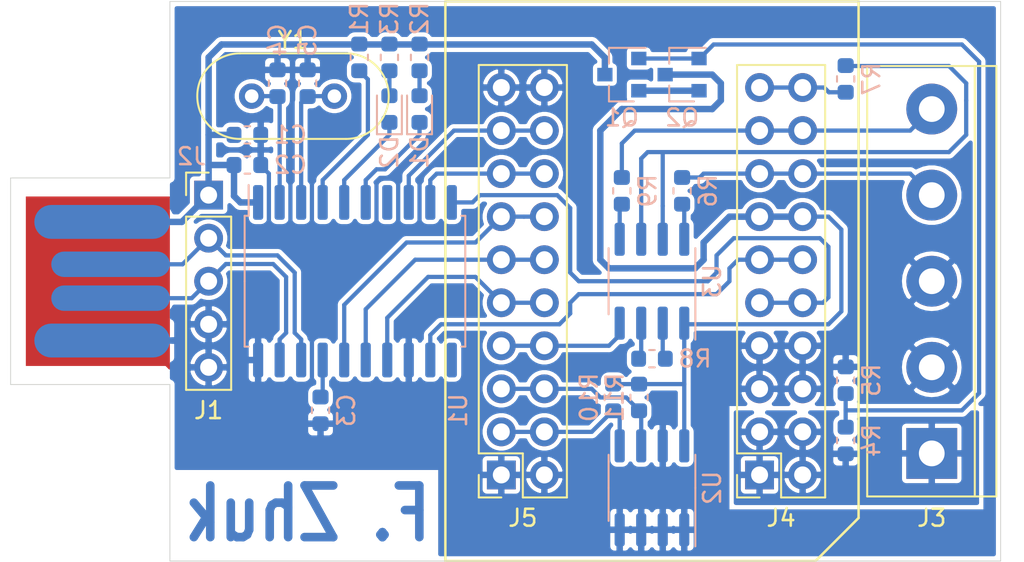
<source format=kicad_pcb>
(kicad_pcb (version 20171130) (host pcbnew "(5.1.5)-3")

  (general
    (thickness 1.6)
    (drawings 21)
    (tracks 209)
    (zones 0)
    (modules 29)
    (nets 37)
  )

  (page A4)
  (layers
    (0 F.Cu signal)
    (31 B.Cu signal)
    (32 B.Adhes user hide)
    (33 F.Adhes user hide)
    (34 B.Paste user)
    (35 F.Paste user)
    (36 B.SilkS user)
    (37 F.SilkS user)
    (38 B.Mask user)
    (39 F.Mask user)
    (40 Dwgs.User user)
    (41 Cmts.User user)
    (42 Eco1.User user)
    (43 Eco2.User user)
    (44 Edge.Cuts user)
    (45 Margin user hide)
    (46 B.CrtYd user)
    (47 F.CrtYd user hide)
    (48 B.Fab user hide)
    (49 F.Fab user)
  )

  (setup
    (last_trace_width 0.25)
    (trace_clearance 0.2)
    (zone_clearance 0.254)
    (zone_45_only no)
    (trace_min 0.2)
    (via_size 0.8)
    (via_drill 0.4)
    (via_min_size 0.4)
    (via_min_drill 0.3)
    (uvia_size 0.3)
    (uvia_drill 0.1)
    (uvias_allowed no)
    (uvia_min_size 0.2)
    (uvia_min_drill 0.1)
    (edge_width 0.05)
    (segment_width 0.2)
    (pcb_text_width 0.3)
    (pcb_text_size 1.5 1.5)
    (mod_edge_width 0.12)
    (mod_text_size 1 1)
    (mod_text_width 0.15)
    (pad_size 1.524 1.524)
    (pad_drill 0.762)
    (pad_to_mask_clearance 0.051)
    (solder_mask_min_width 0.25)
    (aux_axis_origin 0 0)
    (visible_elements 7FFFFFFF)
    (pcbplotparams
      (layerselection 0x010fc_ffffffff)
      (usegerberextensions false)
      (usegerberattributes false)
      (usegerberadvancedattributes false)
      (creategerberjobfile false)
      (excludeedgelayer true)
      (linewidth 0.100000)
      (plotframeref false)
      (viasonmask false)
      (mode 1)
      (useauxorigin false)
      (hpglpennumber 1)
      (hpglpenspeed 20)
      (hpglpendiameter 15.000000)
      (psnegative false)
      (psa4output false)
      (plotreference true)
      (plotvalue true)
      (plotinvisibletext false)
      (padsonsilk false)
      (subtractmaskfromsilk false)
      (outputformat 1)
      (mirror false)
      (drillshape 1)
      (scaleselection 1)
      (outputdirectory ""))
  )

  (net 0 "")
  (net 1 GND)
  (net 2 VBUS)
  (net 3 "Net-(C3-Pad1)")
  (net 4 "Net-(C4-Pad1)")
  (net 5 "Net-(C5-Pad1)")
  (net 6 "Net-(D1-Pad2)")
  (net 7 "Net-(D1-Pad1)")
  (net 8 "Net-(D2-Pad2)")
  (net 9 "Net-(D2-Pad1)")
  (net 10 /D+)
  (net 11 /D-)
  (net 12 /CANL)
  (net 13 +12V)
  (net 14 /CANH)
  (net 15 /CAN_TERM)
  (net 16 +5V)
  (net 17 /UARTRX)
  (net 18 /UARTTX)
  (net 19 /C0)
  (net 20 /C1)
  (net 21 /C2)
  (net 22 /C3)
  (net 23 /C4)
  (net 24 /C5)
  (net 25 /C6)
  (net 26 /C7)
  (net 27 "Net-(Q1-Pad2)")
  (net 28 "Net-(Q1-Pad1)")
  (net 29 "Net-(R1-Pad2)")
  (net 30 "Net-(R6-Pad2)")
  (net 31 "Net-(R7-Pad2)")
  (net 32 "Net-(R8-Pad2)")
  (net 33 "Net-(R8-Pad1)")
  (net 34 "Net-(R9-Pad2)")
  (net 35 "Net-(U1-Pad11)")
  (net 36 "Net-(U1-Pad7)")

  (net_class Default "Это класс цепей по умолчанию."
    (clearance 0.2)
    (trace_width 0.25)
    (via_dia 0.8)
    (via_drill 0.4)
    (uvia_dia 0.3)
    (uvia_drill 0.1)
    (add_net +12V)
    (add_net +5V)
    (add_net /C0)
    (add_net /C1)
    (add_net /C2)
    (add_net /C3)
    (add_net /C4)
    (add_net /C5)
    (add_net /C6)
    (add_net /C7)
    (add_net /CANH)
    (add_net /CANL)
    (add_net /CAN_TERM)
    (add_net /D+)
    (add_net /D-)
    (add_net /UARTRX)
    (add_net /UARTTX)
    (add_net GND)
    (add_net "Net-(C3-Pad1)")
    (add_net "Net-(C4-Pad1)")
    (add_net "Net-(C5-Pad1)")
    (add_net "Net-(D1-Pad1)")
    (add_net "Net-(D1-Pad2)")
    (add_net "Net-(D2-Pad1)")
    (add_net "Net-(D2-Pad2)")
    (add_net "Net-(Q1-Pad1)")
    (add_net "Net-(Q1-Pad2)")
    (add_net "Net-(R1-Pad2)")
    (add_net "Net-(R6-Pad2)")
    (add_net "Net-(R7-Pad2)")
    (add_net "Net-(R8-Pad1)")
    (add_net "Net-(R8-Pad2)")
    (add_net "Net-(R9-Pad2)")
    (add_net "Net-(U1-Pad11)")
    (add_net "Net-(U1-Pad7)")
    (add_net VBUS)
  )

  (module Resistor_SMD:R_0603_1608Metric (layer B.Cu) (tedit 5B301BBD) (tstamp 6248CA6C)
    (at 37.084 -9.652 270)
    (descr "Resistor SMD 0603 (1608 Metric), square (rectangular) end terminal, IPC_7351 nominal, (Body size source: http://www.tortai-tech.com/upload/download/2011102023233369053.pdf), generated with kicad-footprint-generator")
    (tags resistor)
    (path /62CB3BC1)
    (attr smd)
    (fp_text reference R11 (at 0 1.43 90) (layer B.SilkS)
      (effects (font (size 1 1) (thickness 0.15)) (justify mirror))
    )
    (fp_text value 10k (at 0 -1.43 90) (layer B.Fab)
      (effects (font (size 1 1) (thickness 0.15)) (justify mirror))
    )
    (fp_text user %R (at 0 0 90) (layer B.Fab)
      (effects (font (size 0.4 0.4) (thickness 0.06)) (justify mirror))
    )
    (fp_line (start 1.48 -0.73) (end -1.48 -0.73) (layer B.CrtYd) (width 0.05))
    (fp_line (start 1.48 0.73) (end 1.48 -0.73) (layer B.CrtYd) (width 0.05))
    (fp_line (start -1.48 0.73) (end 1.48 0.73) (layer B.CrtYd) (width 0.05))
    (fp_line (start -1.48 -0.73) (end -1.48 0.73) (layer B.CrtYd) (width 0.05))
    (fp_line (start -0.162779 -0.51) (end 0.162779 -0.51) (layer B.SilkS) (width 0.12))
    (fp_line (start -0.162779 0.51) (end 0.162779 0.51) (layer B.SilkS) (width 0.12))
    (fp_line (start 0.8 -0.4) (end -0.8 -0.4) (layer B.Fab) (width 0.1))
    (fp_line (start 0.8 0.4) (end 0.8 -0.4) (layer B.Fab) (width 0.1))
    (fp_line (start -0.8 0.4) (end 0.8 0.4) (layer B.Fab) (width 0.1))
    (fp_line (start -0.8 -0.4) (end -0.8 0.4) (layer B.Fab) (width 0.1))
    (pad 2 smd roundrect (at 0.7875 0 270) (size 0.875 0.95) (layers B.Cu B.Paste B.Mask) (roundrect_rratio 0.25)
      (net 25 /C6))
    (pad 1 smd roundrect (at -0.7875 0 270) (size 0.875 0.95) (layers B.Cu B.Paste B.Mask) (roundrect_rratio 0.25)
      (net 16 +5V))
    (model ${KISYS3DMOD}/Resistor_SMD.3dshapes/R_0603_1608Metric.wrl
      (at (xyz 0 0 0))
      (scale (xyz 1 1 1))
      (rotate (xyz 0 0 0))
    )
  )

  (module Resistor_SMD:R_0603_1608Metric (layer B.Cu) (tedit 5B301BBD) (tstamp 6248CD98)
    (at 35.56 -9.652 270)
    (descr "Resistor SMD 0603 (1608 Metric), square (rectangular) end terminal, IPC_7351 nominal, (Body size source: http://www.tortai-tech.com/upload/download/2011102023233369053.pdf), generated with kicad-footprint-generator")
    (tags resistor)
    (path /62CACE70)
    (attr smd)
    (fp_text reference R10 (at 0 1.43 90) (layer B.SilkS)
      (effects (font (size 1 1) (thickness 0.15)) (justify mirror))
    )
    (fp_text value 10k (at 0 -1.43 90) (layer B.Fab)
      (effects (font (size 1 1) (thickness 0.15)) (justify mirror))
    )
    (fp_text user %R (at 0 0 90) (layer B.Fab)
      (effects (font (size 0.4 0.4) (thickness 0.06)) (justify mirror))
    )
    (fp_line (start 1.48 -0.73) (end -1.48 -0.73) (layer B.CrtYd) (width 0.05))
    (fp_line (start 1.48 0.73) (end 1.48 -0.73) (layer B.CrtYd) (width 0.05))
    (fp_line (start -1.48 0.73) (end 1.48 0.73) (layer B.CrtYd) (width 0.05))
    (fp_line (start -1.48 -0.73) (end -1.48 0.73) (layer B.CrtYd) (width 0.05))
    (fp_line (start -0.162779 -0.51) (end 0.162779 -0.51) (layer B.SilkS) (width 0.12))
    (fp_line (start -0.162779 0.51) (end 0.162779 0.51) (layer B.SilkS) (width 0.12))
    (fp_line (start 0.8 -0.4) (end -0.8 -0.4) (layer B.Fab) (width 0.1))
    (fp_line (start 0.8 0.4) (end 0.8 -0.4) (layer B.Fab) (width 0.1))
    (fp_line (start -0.8 0.4) (end 0.8 0.4) (layer B.Fab) (width 0.1))
    (fp_line (start -0.8 -0.4) (end -0.8 0.4) (layer B.Fab) (width 0.1))
    (pad 2 smd roundrect (at 0.7875 0 270) (size 0.875 0.95) (layers B.Cu B.Paste B.Mask) (roundrect_rratio 0.25)
      (net 26 /C7))
    (pad 1 smd roundrect (at -0.7875 0 270) (size 0.875 0.95) (layers B.Cu B.Paste B.Mask) (roundrect_rratio 0.25)
      (net 16 +5V))
    (model ${KISYS3DMOD}/Resistor_SMD.3dshapes/R_0603_1608Metric.wrl
      (at (xyz 0 0 0))
      (scale (xyz 1 1 1))
      (rotate (xyz 0 0 0))
    )
  )

  (module TerminalBlock:TerminalBlock_bornier-5_P5.08mm (layer F.Cu) (tedit 59FF03DE) (tstamp 6246D738)
    (at 54.356 -6.35 90)
    (descr "simple 5-pin terminal block, pitch 5.08mm, revamped version of bornier5")
    (tags "terminal block bornier5")
    (path /62661700)
    (fp_text reference J3 (at -3.81 0 180) (layer F.SilkS)
      (effects (font (size 1 1) (thickness 0.15)))
    )
    (fp_text value Screw_Terminal_01x05 (at 10.15 4.6 90) (layer F.Fab)
      (effects (font (size 1 1) (thickness 0.15)))
    )
    (fp_line (start 23.06 4) (end -2.74 4) (layer F.CrtYd) (width 0.05))
    (fp_line (start 23.06 4) (end 23.06 -4) (layer F.CrtYd) (width 0.05))
    (fp_line (start -2.74 -4) (end -2.74 4) (layer F.CrtYd) (width 0.05))
    (fp_line (start -2.74 -4) (end 23.06 -4) (layer F.CrtYd) (width 0.05))
    (fp_line (start -2.54 -3.81) (end -2.54 3.81) (layer F.SilkS) (width 0.12))
    (fp_line (start 22.86 -3.81) (end 22.86 3.81) (layer F.SilkS) (width 0.12))
    (fp_line (start -2.54 -3.81) (end 22.86 -3.81) (layer F.SilkS) (width 0.12))
    (fp_line (start -2.54 2.54) (end 22.86 2.54) (layer F.SilkS) (width 0.12))
    (fp_line (start -2.54 3.81) (end 22.86 3.81) (layer F.SilkS) (width 0.12))
    (fp_line (start 22.81 -3.75) (end -2.49 -3.75) (layer F.Fab) (width 0.1))
    (fp_line (start 22.81 3.75) (end 22.81 -3.75) (layer F.Fab) (width 0.1))
    (fp_line (start -2.49 3.75) (end 22.81 3.75) (layer F.Fab) (width 0.1))
    (fp_line (start -2.49 -3.75) (end -2.49 3.75) (layer F.Fab) (width 0.1))
    (fp_line (start -2.49 2.55) (end 22.81 2.55) (layer F.Fab) (width 0.1))
    (fp_text user %R (at 10.16 0 90) (layer F.Fab)
      (effects (font (size 1 1) (thickness 0.15)))
    )
    (pad 5 thru_hole circle (at 20.32 0 90) (size 3 3) (drill 1.52) (layers *.Cu *.Mask)
      (net 12 /CANL))
    (pad 4 thru_hole circle (at 15.24 0 90) (size 3 3) (drill 1.52) (layers *.Cu *.Mask)
      (net 14 /CANH))
    (pad 1 thru_hole rect (at 0 0 90) (size 3 3) (drill 1.52) (layers *.Cu *.Mask)
      (net 13 +12V))
    (pad 3 thru_hole circle (at 10.16 0 90) (size 3 3) (drill 1.52) (layers *.Cu *.Mask)
      (net 1 GND))
    (pad 2 thru_hole circle (at 5.08 0 90) (size 3 3) (drill 1.52) (layers *.Cu *.Mask)
      (net 1 GND))
    (model ${KISYS3DMOD}/TerminalBlock.3dshapes/TerminalBlock_bornier-5_P5.08mm.wrl
      (offset (xyz 10.15999984741211 0 0))
      (scale (xyz 1 1 1))
      (rotate (xyz 0 0 0))
    )
  )

  (module USR:USB_A_Integrated (layer B.Cu) (tedit 62472580) (tstamp 62483608)
    (at 9.398 -16.51 180)
    (tags USB-A)
    (path /6243C4BA)
    (attr smd)
    (fp_text reference J2 (at -1.27 7.366) (layer B.SilkS)
      (effects (font (size 1 1) (thickness 0.15)) (justify mirror))
    )
    (fp_text value USB_A (at 0 -8 180) (layer B.Fab)
      (effects (font (size 1 1) (thickness 0.15)) (justify mirror))
    )
    (fp_line (start -0.5 -6.52) (end 10 -6.52) (layer B.CrtYd) (width 0.05))
    (fp_text user %R (at 1 -0.25 -90) (layer B.Fab)
      (effects (font (size 1 1) (thickness 0.15)) (justify mirror))
    )
    (fp_line (start 10 -6.5) (end 10 6.5) (layer B.CrtYd) (width 0.05))
    (fp_line (start -0.5 6.5) (end 10 6.5) (layer B.CrtYd) (width 0.05))
    (fp_line (start -0.5 -6.5) (end -0.5 6.5) (layer B.CrtYd) (width 0.05))
    (fp_text user "PCB Edge" (at -0.74 0.05 -90) (layer Dwgs.User)
      (effects (font (size 0.6 0.6) (thickness 0.09)))
    )
    (fp_line (start 0 -6) (end 0 6) (layer Dwgs.User) (width 0.1))
    (fp_line (start 9.5 -6) (end 9.5 6) (layer B.Fab) (width 0.1))
    (fp_line (start 0 -6) (end 9.5 -6) (layer B.Fab) (width 0.1))
    (fp_line (start 0 6) (end 9.5 6) (layer B.Fab) (width 0.1))
    (fp_line (start 0 -6) (end 0 6) (layer B.Fab) (width 0.1))
    (pad 4 smd roundrect (at 4 -3.5 180) (size 8 2) (layers B.Cu B.Mask) (roundrect_rratio 0.5)
      (net 1 GND))
    (pad 1 smd roundrect (at 4 3.5 180) (size 8 2) (layers B.Cu B.Mask) (roundrect_rratio 0.5)
      (net 2 VBUS))
    (pad 3 smd roundrect (at 3.5 -1 180) (size 7 1.5) (layers B.Cu B.Mask) (roundrect_rratio 0.5)
      (net 10 /D+))
    (pad 2 smd roundrect (at 3.5 1 180) (size 7 1.5) (layers B.Cu B.Mask) (roundrect_rratio 0.5)
      (net 11 /D-))
    (pad 5 smd rect (at 4.25 0 180) (size 8.5 10) (layers F.Cu F.Mask)
      (net 1 GND))
    (model ${KISYS3DMOD}/Connector_USB.3dshapes/USB_A_CNCTech_1001-011-01101_Horizontal.wrl
      (at (xyz 0 0 0))
      (scale (xyz 1 1 1))
      (rotate (xyz 0 0 0))
    )
  )

  (module Resistor_SMD:R_0603_1608Metric (layer B.Cu) (tedit 5B301BBD) (tstamp 6247D5ED)
    (at 22.352 -29.718 270)
    (descr "Resistor SMD 0603 (1608 Metric), square (rectangular) end terminal, IPC_7351 nominal, (Body size source: http://www.tortai-tech.com/upload/download/2011102023233369053.pdf), generated with kicad-footprint-generator")
    (tags resistor)
    (path /62B718C9)
    (attr smd)
    (fp_text reference R3 (at -2.286 0 90) (layer B.SilkS)
      (effects (font (size 1 1) (thickness 0.15)) (justify mirror))
    )
    (fp_text value 300 (at 0 -1.43 90) (layer B.Fab)
      (effects (font (size 1 1) (thickness 0.15)) (justify mirror))
    )
    (fp_text user %R (at 0 0 90) (layer B.Fab)
      (effects (font (size 0.4 0.4) (thickness 0.06)) (justify mirror))
    )
    (fp_line (start 1.48 -0.73) (end -1.48 -0.73) (layer B.CrtYd) (width 0.05))
    (fp_line (start 1.48 0.73) (end 1.48 -0.73) (layer B.CrtYd) (width 0.05))
    (fp_line (start -1.48 0.73) (end 1.48 0.73) (layer B.CrtYd) (width 0.05))
    (fp_line (start -1.48 -0.73) (end -1.48 0.73) (layer B.CrtYd) (width 0.05))
    (fp_line (start -0.162779 -0.51) (end 0.162779 -0.51) (layer B.SilkS) (width 0.12))
    (fp_line (start -0.162779 0.51) (end 0.162779 0.51) (layer B.SilkS) (width 0.12))
    (fp_line (start 0.8 -0.4) (end -0.8 -0.4) (layer B.Fab) (width 0.1))
    (fp_line (start 0.8 0.4) (end 0.8 -0.4) (layer B.Fab) (width 0.1))
    (fp_line (start -0.8 0.4) (end 0.8 0.4) (layer B.Fab) (width 0.1))
    (fp_line (start -0.8 -0.4) (end -0.8 0.4) (layer B.Fab) (width 0.1))
    (pad 2 smd roundrect (at 0.7875 0 270) (size 0.875 0.95) (layers B.Cu B.Paste B.Mask) (roundrect_rratio 0.25)
      (net 8 "Net-(D2-Pad2)"))
    (pad 1 smd roundrect (at -0.7875 0 270) (size 0.875 0.95) (layers B.Cu B.Paste B.Mask) (roundrect_rratio 0.25)
      (net 2 VBUS))
    (model ${KISYS3DMOD}/Resistor_SMD.3dshapes/R_0603_1608Metric.wrl
      (at (xyz 0 0 0))
      (scale (xyz 1 1 1))
      (rotate (xyz 0 0 0))
    )
  )

  (module Resistor_SMD:R_0603_1608Metric (layer B.Cu) (tedit 5B301BBD) (tstamp 6247F441)
    (at 24.13 -29.718 270)
    (descr "Resistor SMD 0603 (1608 Metric), square (rectangular) end terminal, IPC_7351 nominal, (Body size source: http://www.tortai-tech.com/upload/download/2011102023233369053.pdf), generated with kicad-footprint-generator")
    (tags resistor)
    (path /62B6B7F3)
    (attr smd)
    (fp_text reference R2 (at -2.286 0 90) (layer B.SilkS)
      (effects (font (size 1 1) (thickness 0.15)) (justify mirror))
    )
    (fp_text value 300 (at 0 -1.43 90) (layer B.Fab)
      (effects (font (size 1 1) (thickness 0.15)) (justify mirror))
    )
    (fp_text user %R (at 0 0 90) (layer B.Fab)
      (effects (font (size 0.4 0.4) (thickness 0.06)) (justify mirror))
    )
    (fp_line (start 1.48 -0.73) (end -1.48 -0.73) (layer B.CrtYd) (width 0.05))
    (fp_line (start 1.48 0.73) (end 1.48 -0.73) (layer B.CrtYd) (width 0.05))
    (fp_line (start -1.48 0.73) (end 1.48 0.73) (layer B.CrtYd) (width 0.05))
    (fp_line (start -1.48 -0.73) (end -1.48 0.73) (layer B.CrtYd) (width 0.05))
    (fp_line (start -0.162779 -0.51) (end 0.162779 -0.51) (layer B.SilkS) (width 0.12))
    (fp_line (start -0.162779 0.51) (end 0.162779 0.51) (layer B.SilkS) (width 0.12))
    (fp_line (start 0.8 -0.4) (end -0.8 -0.4) (layer B.Fab) (width 0.1))
    (fp_line (start 0.8 0.4) (end 0.8 -0.4) (layer B.Fab) (width 0.1))
    (fp_line (start -0.8 0.4) (end 0.8 0.4) (layer B.Fab) (width 0.1))
    (fp_line (start -0.8 -0.4) (end -0.8 0.4) (layer B.Fab) (width 0.1))
    (pad 2 smd roundrect (at 0.7875 0 270) (size 0.875 0.95) (layers B.Cu B.Paste B.Mask) (roundrect_rratio 0.25)
      (net 6 "Net-(D1-Pad2)"))
    (pad 1 smd roundrect (at -0.7875 0 270) (size 0.875 0.95) (layers B.Cu B.Paste B.Mask) (roundrect_rratio 0.25)
      (net 2 VBUS))
    (model ${KISYS3DMOD}/Resistor_SMD.3dshapes/R_0603_1608Metric.wrl
      (at (xyz 0 0 0))
      (scale (xyz 1 1 1))
      (rotate (xyz 0 0 0))
    )
  )

  (module LED_SMD:LED_0603_1608Metric (layer B.Cu) (tedit 5B301BBE) (tstamp 6247D433)
    (at 22.352 -26.67 90)
    (descr "LED SMD 0603 (1608 Metric), square (rectangular) end terminal, IPC_7351 nominal, (Body size source: http://www.tortai-tech.com/upload/download/2011102023233369053.pdf), generated with kicad-footprint-generator")
    (tags diode)
    (path /62B8B4F8)
    (attr smd)
    (fp_text reference D2 (at -2.54 0 90) (layer B.SilkS)
      (effects (font (size 1 1) (thickness 0.15)) (justify mirror))
    )
    (fp_text value LED (at 0 -1.43 90) (layer B.Fab)
      (effects (font (size 1 1) (thickness 0.15)) (justify mirror))
    )
    (fp_text user %R (at 0 0 90) (layer B.Fab)
      (effects (font (size 0.4 0.4) (thickness 0.06)) (justify mirror))
    )
    (fp_line (start 1.48 -0.73) (end -1.48 -0.73) (layer B.CrtYd) (width 0.05))
    (fp_line (start 1.48 0.73) (end 1.48 -0.73) (layer B.CrtYd) (width 0.05))
    (fp_line (start -1.48 0.73) (end 1.48 0.73) (layer B.CrtYd) (width 0.05))
    (fp_line (start -1.48 -0.73) (end -1.48 0.73) (layer B.CrtYd) (width 0.05))
    (fp_line (start -1.485 -0.735) (end 0.8 -0.735) (layer B.SilkS) (width 0.12))
    (fp_line (start -1.485 0.735) (end -1.485 -0.735) (layer B.SilkS) (width 0.12))
    (fp_line (start 0.8 0.735) (end -1.485 0.735) (layer B.SilkS) (width 0.12))
    (fp_line (start 0.8 -0.4) (end 0.8 0.4) (layer B.Fab) (width 0.1))
    (fp_line (start -0.8 -0.4) (end 0.8 -0.4) (layer B.Fab) (width 0.1))
    (fp_line (start -0.8 0.1) (end -0.8 -0.4) (layer B.Fab) (width 0.1))
    (fp_line (start -0.5 0.4) (end -0.8 0.1) (layer B.Fab) (width 0.1))
    (fp_line (start 0.8 0.4) (end -0.5 0.4) (layer B.Fab) (width 0.1))
    (pad 2 smd roundrect (at 0.7875 0 90) (size 0.875 0.95) (layers B.Cu B.Paste B.Mask) (roundrect_rratio 0.25)
      (net 8 "Net-(D2-Pad2)"))
    (pad 1 smd roundrect (at -0.7875 0 90) (size 0.875 0.95) (layers B.Cu B.Paste B.Mask) (roundrect_rratio 0.25)
      (net 9 "Net-(D2-Pad1)"))
    (model ${KISYS3DMOD}/LED_SMD.3dshapes/LED_0603_1608Metric.wrl
      (at (xyz 0 0 0))
      (scale (xyz 1 1 1))
      (rotate (xyz 0 0 0))
    )
  )

  (module LED_SMD:LED_0603_1608Metric (layer B.Cu) (tedit 5B301BBE) (tstamp 6247D420)
    (at 24.13 -26.67 90)
    (descr "LED SMD 0603 (1608 Metric), square (rectangular) end terminal, IPC_7351 nominal, (Body size source: http://www.tortai-tech.com/upload/download/2011102023233369053.pdf), generated with kicad-footprint-generator")
    (tags diode)
    (path /62B89D4E)
    (attr smd)
    (fp_text reference D1 (at -2.54 0 90) (layer B.SilkS)
      (effects (font (size 1 1) (thickness 0.15)) (justify mirror))
    )
    (fp_text value LED (at 0 -1.43 90) (layer B.Fab)
      (effects (font (size 1 1) (thickness 0.15)) (justify mirror))
    )
    (fp_text user %R (at 0 0 90) (layer B.Fab)
      (effects (font (size 0.4 0.4) (thickness 0.06)) (justify mirror))
    )
    (fp_line (start 1.48 -0.73) (end -1.48 -0.73) (layer B.CrtYd) (width 0.05))
    (fp_line (start 1.48 0.73) (end 1.48 -0.73) (layer B.CrtYd) (width 0.05))
    (fp_line (start -1.48 0.73) (end 1.48 0.73) (layer B.CrtYd) (width 0.05))
    (fp_line (start -1.48 -0.73) (end -1.48 0.73) (layer B.CrtYd) (width 0.05))
    (fp_line (start -1.485 -0.735) (end 0.8 -0.735) (layer B.SilkS) (width 0.12))
    (fp_line (start -1.485 0.735) (end -1.485 -0.735) (layer B.SilkS) (width 0.12))
    (fp_line (start 0.8 0.735) (end -1.485 0.735) (layer B.SilkS) (width 0.12))
    (fp_line (start 0.8 -0.4) (end 0.8 0.4) (layer B.Fab) (width 0.1))
    (fp_line (start -0.8 -0.4) (end 0.8 -0.4) (layer B.Fab) (width 0.1))
    (fp_line (start -0.8 0.1) (end -0.8 -0.4) (layer B.Fab) (width 0.1))
    (fp_line (start -0.5 0.4) (end -0.8 0.1) (layer B.Fab) (width 0.1))
    (fp_line (start 0.8 0.4) (end -0.5 0.4) (layer B.Fab) (width 0.1))
    (pad 2 smd roundrect (at 0.7875 0 90) (size 0.875 0.95) (layers B.Cu B.Paste B.Mask) (roundrect_rratio 0.25)
      (net 6 "Net-(D1-Pad2)"))
    (pad 1 smd roundrect (at -0.7875 0 90) (size 0.875 0.95) (layers B.Cu B.Paste B.Mask) (roundrect_rratio 0.25)
      (net 7 "Net-(D1-Pad1)"))
    (model ${KISYS3DMOD}/LED_SMD.3dshapes/LED_0603_1608Metric.wrl
      (at (xyz 0 0 0))
      (scale (xyz 1 1 1))
      (rotate (xyz 0 0 0))
    )
  )

  (module Crystal:Crystal_HC49-U_Vertical (layer F.Cu) (tedit 5A1AD3B8) (tstamp 6247DDA1)
    (at 14.224 -27.432)
    (descr "Crystal THT HC-49/U http://5hertz.com/pdfs/04404_D.pdf")
    (tags "THT crystalHC-49/U")
    (path /62677B75)
    (fp_text reference Y1 (at 2.44 -3.302) (layer F.SilkS)
      (effects (font (size 1 1) (thickness 0.15)))
    )
    (fp_text value Crystal (at 2.44 3.525) (layer F.Fab)
      (effects (font (size 1 1) (thickness 0.15)))
    )
    (fp_arc (start 5.565 0) (end 5.565 -2.525) (angle 180) (layer F.SilkS) (width 0.12))
    (fp_arc (start -0.685 0) (end -0.685 -2.525) (angle -180) (layer F.SilkS) (width 0.12))
    (fp_arc (start 5.44 0) (end 5.44 -2) (angle 180) (layer F.Fab) (width 0.1))
    (fp_arc (start -0.56 0) (end -0.56 -2) (angle -180) (layer F.Fab) (width 0.1))
    (fp_arc (start 5.565 0) (end 5.565 -2.325) (angle 180) (layer F.Fab) (width 0.1))
    (fp_arc (start -0.685 0) (end -0.685 -2.325) (angle -180) (layer F.Fab) (width 0.1))
    (fp_line (start 8.4 -2.8) (end -3.5 -2.8) (layer F.CrtYd) (width 0.05))
    (fp_line (start 8.4 2.8) (end 8.4 -2.8) (layer F.CrtYd) (width 0.05))
    (fp_line (start -3.5 2.8) (end 8.4 2.8) (layer F.CrtYd) (width 0.05))
    (fp_line (start -3.5 -2.8) (end -3.5 2.8) (layer F.CrtYd) (width 0.05))
    (fp_line (start -0.685 2.525) (end 5.565 2.525) (layer F.SilkS) (width 0.12))
    (fp_line (start -0.685 -2.525) (end 5.565 -2.525) (layer F.SilkS) (width 0.12))
    (fp_line (start -0.56 2) (end 5.44 2) (layer F.Fab) (width 0.1))
    (fp_line (start -0.56 -2) (end 5.44 -2) (layer F.Fab) (width 0.1))
    (fp_line (start -0.685 2.325) (end 5.565 2.325) (layer F.Fab) (width 0.1))
    (fp_line (start -0.685 -2.325) (end 5.565 -2.325) (layer F.Fab) (width 0.1))
    (fp_text user %R (at 10.16 -0.254) (layer F.Fab)
      (effects (font (size 1 1) (thickness 0.15)))
    )
    (pad 2 thru_hole circle (at 4.88 0) (size 1.5 1.5) (drill 0.8) (layers *.Cu *.Mask)
      (net 5 "Net-(C5-Pad1)"))
    (pad 1 thru_hole circle (at 0 0) (size 1.5 1.5) (drill 0.8) (layers *.Cu *.Mask)
      (net 4 "Net-(C4-Pad1)"))
    (model ${KISYS3DMOD}/Crystal.3dshapes/Crystal_HC49-U_Vertical.wrl
      (at (xyz 0 0 0))
      (scale (xyz 1 1 1))
      (rotate (xyz 0 0 0))
    )
  )

  (module Package_SO:SOIC-8_3.9x4.9mm_P1.27mm (layer B.Cu) (tedit 5D9F72B1) (tstamp 6247B83A)
    (at 37.846 -16.51 90)
    (descr "SOIC, 8 Pin (JEDEC MS-012AA, https://www.analog.com/media/en/package-pcb-resources/package/pkg_pdf/soic_narrow-r/r_8.pdf), generated with kicad-footprint-generator ipc_gullwing_generator.py")
    (tags "SOIC SO")
    (path /6264C582)
    (attr smd)
    (fp_text reference U3 (at 0 3.556 90) (layer B.SilkS)
      (effects (font (size 1 1) (thickness 0.15)) (justify mirror))
    )
    (fp_text value LTV-200 (at 0 -3.4 90) (layer B.Fab)
      (effects (font (size 1 1) (thickness 0.15)) (justify mirror))
    )
    (fp_text user %R (at 0 0 90) (layer B.Fab)
      (effects (font (size 0.98 0.98) (thickness 0.15)) (justify mirror))
    )
    (fp_line (start 3.7 2.7) (end -3.7 2.7) (layer B.CrtYd) (width 0.05))
    (fp_line (start 3.7 -2.7) (end 3.7 2.7) (layer B.CrtYd) (width 0.05))
    (fp_line (start -3.7 -2.7) (end 3.7 -2.7) (layer B.CrtYd) (width 0.05))
    (fp_line (start -3.7 2.7) (end -3.7 -2.7) (layer B.CrtYd) (width 0.05))
    (fp_line (start -1.95 1.475) (end -0.975 2.45) (layer B.Fab) (width 0.1))
    (fp_line (start -1.95 -2.45) (end -1.95 1.475) (layer B.Fab) (width 0.1))
    (fp_line (start 1.95 -2.45) (end -1.95 -2.45) (layer B.Fab) (width 0.1))
    (fp_line (start 1.95 2.45) (end 1.95 -2.45) (layer B.Fab) (width 0.1))
    (fp_line (start -0.975 2.45) (end 1.95 2.45) (layer B.Fab) (width 0.1))
    (fp_line (start 0 2.56) (end -3.45 2.56) (layer B.SilkS) (width 0.12))
    (fp_line (start 0 2.56) (end 1.95 2.56) (layer B.SilkS) (width 0.12))
    (fp_line (start 0 -2.56) (end -1.95 -2.56) (layer B.SilkS) (width 0.12))
    (fp_line (start 0 -2.56) (end 1.95 -2.56) (layer B.SilkS) (width 0.12))
    (pad 8 smd roundrect (at 2.475 1.905 90) (size 1.95 0.6) (layers B.Cu B.Paste B.Mask) (roundrect_rratio 0.25)
      (net 30 "Net-(R6-Pad2)"))
    (pad 7 smd roundrect (at 2.475 0.635 90) (size 1.95 0.6) (layers B.Cu B.Paste B.Mask) (roundrect_rratio 0.25)
      (net 31 "Net-(R7-Pad2)"))
    (pad 6 smd roundrect (at 2.475 -0.635 90) (size 1.95 0.6) (layers B.Cu B.Paste B.Mask) (roundrect_rratio 0.25)
      (net 31 "Net-(R7-Pad2)"))
    (pad 5 smd roundrect (at 2.475 -1.905 90) (size 1.95 0.6) (layers B.Cu B.Paste B.Mask) (roundrect_rratio 0.25)
      (net 34 "Net-(R9-Pad2)"))
    (pad 4 smd roundrect (at -2.475 -1.905 90) (size 1.95 0.6) (layers B.Cu B.Paste B.Mask) (roundrect_rratio 0.25)
      (net 24 /C5))
    (pad 3 smd roundrect (at -2.475 -0.635 90) (size 1.95 0.6) (layers B.Cu B.Paste B.Mask) (roundrect_rratio 0.25)
      (net 32 "Net-(R8-Pad2)"))
    (pad 2 smd roundrect (at -2.475 0.635 90) (size 1.95 0.6) (layers B.Cu B.Paste B.Mask) (roundrect_rratio 0.25)
      (net 33 "Net-(R8-Pad1)"))
    (pad 1 smd roundrect (at -2.475 1.905 90) (size 1.95 0.6) (layers B.Cu B.Paste B.Mask) (roundrect_rratio 0.25)
      (net 16 +5V))
    (model ${KISYS3DMOD}/Package_SO.3dshapes/SOIC-8_3.9x4.9mm_P1.27mm.wrl
      (at (xyz 0 0 0))
      (scale (xyz 1 1 1))
      (rotate (xyz 0 0 0))
    )
  )

  (module Package_SO:SOIC-8_3.9x4.9mm_P1.27mm (layer B.Cu) (tedit 5D9F72B1) (tstamp 6248CD56)
    (at 37.846 -4.318 90)
    (descr "SOIC, 8 Pin (JEDEC MS-012AA, https://www.analog.com/media/en/package-pcb-resources/package/pkg_pdf/soic_narrow-r/r_8.pdf), generated with kicad-footprint-generator ipc_gullwing_generator.py")
    (tags "SOIC SO")
    (path /62484382)
    (attr smd)
    (fp_text reference U2 (at 0 3.556 90) (layer B.SilkS)
      (effects (font (size 1 1) (thickness 0.15)) (justify mirror))
    )
    (fp_text value 24LC16 (at 0 -3.4 90) (layer B.Fab)
      (effects (font (size 1 1) (thickness 0.15)) (justify mirror))
    )
    (fp_text user %R (at 0 0 90) (layer B.Fab)
      (effects (font (size 0.98 0.98) (thickness 0.15)) (justify mirror))
    )
    (fp_line (start 3.7 2.7) (end -3.7 2.7) (layer B.CrtYd) (width 0.05))
    (fp_line (start 3.7 -2.7) (end 3.7 2.7) (layer B.CrtYd) (width 0.05))
    (fp_line (start -3.7 -2.7) (end 3.7 -2.7) (layer B.CrtYd) (width 0.05))
    (fp_line (start -3.7 2.7) (end -3.7 -2.7) (layer B.CrtYd) (width 0.05))
    (fp_line (start -1.95 1.475) (end -0.975 2.45) (layer B.Fab) (width 0.1))
    (fp_line (start -1.95 -2.45) (end -1.95 1.475) (layer B.Fab) (width 0.1))
    (fp_line (start 1.95 -2.45) (end -1.95 -2.45) (layer B.Fab) (width 0.1))
    (fp_line (start 1.95 2.45) (end 1.95 -2.45) (layer B.Fab) (width 0.1))
    (fp_line (start -0.975 2.45) (end 1.95 2.45) (layer B.Fab) (width 0.1))
    (fp_line (start 0 2.56) (end -3.45 2.56) (layer B.SilkS) (width 0.12))
    (fp_line (start 0 2.56) (end 1.95 2.56) (layer B.SilkS) (width 0.12))
    (fp_line (start 0 -2.56) (end -1.95 -2.56) (layer B.SilkS) (width 0.12))
    (fp_line (start 0 -2.56) (end 1.95 -2.56) (layer B.SilkS) (width 0.12))
    (pad 8 smd roundrect (at 2.475 1.905 90) (size 1.95 0.6) (layers B.Cu B.Paste B.Mask) (roundrect_rratio 0.25)
      (net 16 +5V))
    (pad 7 smd roundrect (at 2.475 0.635 90) (size 1.95 0.6) (layers B.Cu B.Paste B.Mask) (roundrect_rratio 0.25)
      (net 1 GND))
    (pad 6 smd roundrect (at 2.475 -0.635 90) (size 1.95 0.6) (layers B.Cu B.Paste B.Mask) (roundrect_rratio 0.25)
      (net 25 /C6))
    (pad 5 smd roundrect (at 2.475 -1.905 90) (size 1.95 0.6) (layers B.Cu B.Paste B.Mask) (roundrect_rratio 0.25)
      (net 26 /C7))
    (pad 4 smd roundrect (at -2.475 -1.905 90) (size 1.95 0.6) (layers B.Cu B.Paste B.Mask) (roundrect_rratio 0.25)
      (net 1 GND))
    (pad 3 smd roundrect (at -2.475 -0.635 90) (size 1.95 0.6) (layers B.Cu B.Paste B.Mask) (roundrect_rratio 0.25)
      (net 1 GND))
    (pad 2 smd roundrect (at -2.475 0.635 90) (size 1.95 0.6) (layers B.Cu B.Paste B.Mask) (roundrect_rratio 0.25)
      (net 1 GND))
    (pad 1 smd roundrect (at -2.475 1.905 90) (size 1.95 0.6) (layers B.Cu B.Paste B.Mask) (roundrect_rratio 0.25)
      (net 1 GND))
    (model ${KISYS3DMOD}/Package_SO.3dshapes/SOIC-8_3.9x4.9mm_P1.27mm.wrl
      (at (xyz 0 0 0))
      (scale (xyz 1 1 1))
      (rotate (xyz 0 0 0))
    )
  )

  (module Package_SO:SOIC-20W_7.5x12.8mm_P1.27mm (layer B.Cu) (tedit 5D9F72B1) (tstamp 62474DE6)
    (at 20.32 -16.51 270)
    (descr "SOIC, 20 Pin (JEDEC MS-013AC, https://www.analog.com/media/en/package-pcb-resources/package/233848rw_20.pdf), generated with kicad-footprint-generator ipc_gullwing_generator.py")
    (tags "SOIC SO")
    (path /62438F4D)
    (attr smd)
    (fp_text reference U1 (at 7.62 -6.096 90) (layer B.SilkS)
      (effects (font (size 1 1) (thickness 0.15)) (justify mirror))
    )
    (fp_text value MCP2200-I-SO (at 0 -7.35 90) (layer B.Fab)
      (effects (font (size 1 1) (thickness 0.15)) (justify mirror))
    )
    (fp_text user %R (at 0 0 90) (layer B.Fab)
      (effects (font (size 1 1) (thickness 0.15)) (justify mirror))
    )
    (fp_line (start 5.93 6.65) (end -5.93 6.65) (layer B.CrtYd) (width 0.05))
    (fp_line (start 5.93 -6.65) (end 5.93 6.65) (layer B.CrtYd) (width 0.05))
    (fp_line (start -5.93 -6.65) (end 5.93 -6.65) (layer B.CrtYd) (width 0.05))
    (fp_line (start -5.93 6.65) (end -5.93 -6.65) (layer B.CrtYd) (width 0.05))
    (fp_line (start -3.75 5.4) (end -2.75 6.4) (layer B.Fab) (width 0.1))
    (fp_line (start -3.75 -6.4) (end -3.75 5.4) (layer B.Fab) (width 0.1))
    (fp_line (start 3.75 -6.4) (end -3.75 -6.4) (layer B.Fab) (width 0.1))
    (fp_line (start 3.75 6.4) (end 3.75 -6.4) (layer B.Fab) (width 0.1))
    (fp_line (start -2.75 6.4) (end 3.75 6.4) (layer B.Fab) (width 0.1))
    (fp_line (start -3.86 6.275) (end -5.675 6.275) (layer B.SilkS) (width 0.12))
    (fp_line (start -3.86 6.51) (end -3.86 6.275) (layer B.SilkS) (width 0.12))
    (fp_line (start 0 6.51) (end -3.86 6.51) (layer B.SilkS) (width 0.12))
    (fp_line (start 3.86 6.51) (end 3.86 6.275) (layer B.SilkS) (width 0.12))
    (fp_line (start 0 6.51) (end 3.86 6.51) (layer B.SilkS) (width 0.12))
    (fp_line (start -3.86 -6.51) (end -3.86 -6.275) (layer B.SilkS) (width 0.12))
    (fp_line (start 0 -6.51) (end -3.86 -6.51) (layer B.SilkS) (width 0.12))
    (fp_line (start 3.86 -6.51) (end 3.86 -6.275) (layer B.SilkS) (width 0.12))
    (fp_line (start 0 -6.51) (end 3.86 -6.51) (layer B.SilkS) (width 0.12))
    (pad 20 smd roundrect (at 4.65 5.715 270) (size 2.05 0.6) (layers B.Cu B.Paste B.Mask) (roundrect_rratio 0.25)
      (net 1 GND))
    (pad 19 smd roundrect (at 4.65 4.445 270) (size 2.05 0.6) (layers B.Cu B.Paste B.Mask) (roundrect_rratio 0.25)
      (net 10 /D+))
    (pad 18 smd roundrect (at 4.65 3.175 270) (size 2.05 0.6) (layers B.Cu B.Paste B.Mask) (roundrect_rratio 0.25)
      (net 11 /D-))
    (pad 17 smd roundrect (at 4.65 1.905 270) (size 2.05 0.6) (layers B.Cu B.Paste B.Mask) (roundrect_rratio 0.25)
      (net 3 "Net-(C3-Pad1)"))
    (pad 16 smd roundrect (at 4.65 0.635 270) (size 2.05 0.6) (layers B.Cu B.Paste B.Mask) (roundrect_rratio 0.25)
      (net 21 /C2))
    (pad 15 smd roundrect (at 4.65 -0.635 270) (size 2.05 0.6) (layers B.Cu B.Paste B.Mask) (roundrect_rratio 0.25)
      (net 22 /C3))
    (pad 14 smd roundrect (at 4.65 -1.905 270) (size 2.05 0.6) (layers B.Cu B.Paste B.Mask) (roundrect_rratio 0.25)
      (net 23 /C4))
    (pad 13 smd roundrect (at 4.65 -3.175 270) (size 2.05 0.6) (layers B.Cu B.Paste B.Mask) (roundrect_rratio 0.25)
      (net 1 GND))
    (pad 12 smd roundrect (at 4.65 -4.445 270) (size 2.05 0.6) (layers B.Cu B.Paste B.Mask) (roundrect_rratio 0.25)
      (net 17 /UARTRX))
    (pad 11 smd roundrect (at 4.65 -5.715 270) (size 2.05 0.6) (layers B.Cu B.Paste B.Mask) (roundrect_rratio 0.25)
      (net 35 "Net-(U1-Pad11)"))
    (pad 10 smd roundrect (at -4.65 -5.715 270) (size 2.05 0.6) (layers B.Cu B.Paste B.Mask) (roundrect_rratio 0.25)
      (net 18 /UARTTX))
    (pad 9 smd roundrect (at -4.65 -4.445 270) (size 2.05 0.6) (layers B.Cu B.Paste B.Mask) (roundrect_rratio 0.25)
      (net 20 /C1))
    (pad 8 smd roundrect (at -4.65 -3.175 270) (size 2.05 0.6) (layers B.Cu B.Paste B.Mask) (roundrect_rratio 0.25)
      (net 19 /C0))
    (pad 7 smd roundrect (at -4.65 -1.905 270) (size 2.05 0.6) (layers B.Cu B.Paste B.Mask) (roundrect_rratio 0.25)
      (net 36 "Net-(U1-Pad7)"))
    (pad 6 smd roundrect (at -4.65 -0.635 270) (size 2.05 0.6) (layers B.Cu B.Paste B.Mask) (roundrect_rratio 0.25)
      (net 7 "Net-(D1-Pad1)"))
    (pad 5 smd roundrect (at -4.65 0.635 270) (size 2.05 0.6) (layers B.Cu B.Paste B.Mask) (roundrect_rratio 0.25)
      (net 9 "Net-(D2-Pad1)"))
    (pad 4 smd roundrect (at -4.65 1.905 270) (size 2.05 0.6) (layers B.Cu B.Paste B.Mask) (roundrect_rratio 0.25)
      (net 29 "Net-(R1-Pad2)"))
    (pad 3 smd roundrect (at -4.65 3.175 270) (size 2.05 0.6) (layers B.Cu B.Paste B.Mask) (roundrect_rratio 0.25)
      (net 5 "Net-(C5-Pad1)"))
    (pad 2 smd roundrect (at -4.65 4.445 270) (size 2.05 0.6) (layers B.Cu B.Paste B.Mask) (roundrect_rratio 0.25)
      (net 4 "Net-(C4-Pad1)"))
    (pad 1 smd roundrect (at -4.65 5.715 270) (size 2.05 0.6) (layers B.Cu B.Paste B.Mask) (roundrect_rratio 0.25)
      (net 2 VBUS))
    (model ${KISYS3DMOD}/Package_SO.3dshapes/SOIC-20W_7.5x12.8mm_P1.27mm.wrl
      (at (xyz 0 0 0))
      (scale (xyz 1 1 1))
      (rotate (xyz 0 0 0))
    )
  )

  (module Resistor_SMD:R_0603_1608Metric (layer B.Cu) (tedit 5B301BBD) (tstamp 62479F9A)
    (at 36.068 -21.844 270)
    (descr "Resistor SMD 0603 (1608 Metric), square (rectangular) end terminal, IPC_7351 nominal, (Body size source: http://www.tortai-tech.com/upload/download/2011102023233369053.pdf), generated with kicad-footprint-generator")
    (tags resistor)
    (path /625BD018)
    (attr smd)
    (fp_text reference R9 (at 0 -1.524 90) (layer B.SilkS)
      (effects (font (size 1 1) (thickness 0.15)) (justify mirror))
    )
    (fp_text value 62R (at 0 -1.43 90) (layer B.Fab)
      (effects (font (size 1 1) (thickness 0.15)) (justify mirror))
    )
    (fp_text user %R (at 0 0 90) (layer B.Fab)
      (effects (font (size 0.4 0.4) (thickness 0.06)) (justify mirror))
    )
    (fp_line (start 1.48 -0.73) (end -1.48 -0.73) (layer B.CrtYd) (width 0.05))
    (fp_line (start 1.48 0.73) (end 1.48 -0.73) (layer B.CrtYd) (width 0.05))
    (fp_line (start -1.48 0.73) (end 1.48 0.73) (layer B.CrtYd) (width 0.05))
    (fp_line (start -1.48 -0.73) (end -1.48 0.73) (layer B.CrtYd) (width 0.05))
    (fp_line (start -0.162779 -0.51) (end 0.162779 -0.51) (layer B.SilkS) (width 0.12))
    (fp_line (start -0.162779 0.51) (end 0.162779 0.51) (layer B.SilkS) (width 0.12))
    (fp_line (start 0.8 -0.4) (end -0.8 -0.4) (layer B.Fab) (width 0.1))
    (fp_line (start 0.8 0.4) (end 0.8 -0.4) (layer B.Fab) (width 0.1))
    (fp_line (start -0.8 0.4) (end 0.8 0.4) (layer B.Fab) (width 0.1))
    (fp_line (start -0.8 -0.4) (end -0.8 0.4) (layer B.Fab) (width 0.1))
    (pad 2 smd roundrect (at 0.7875 0 270) (size 0.875 0.95) (layers B.Cu B.Paste B.Mask) (roundrect_rratio 0.25)
      (net 34 "Net-(R9-Pad2)"))
    (pad 1 smd roundrect (at -0.7875 0 270) (size 0.875 0.95) (layers B.Cu B.Paste B.Mask) (roundrect_rratio 0.25)
      (net 12 /CANL))
    (model ${KISYS3DMOD}/Resistor_SMD.3dshapes/R_0603_1608Metric.wrl
      (at (xyz 0 0 0))
      (scale (xyz 1 1 1))
      (rotate (xyz 0 0 0))
    )
  )

  (module Resistor_SMD:R_0603_1608Metric (layer B.Cu) (tedit 5B301BBD) (tstamp 6246D83E)
    (at 37.846 -11.938 180)
    (descr "Resistor SMD 0603 (1608 Metric), square (rectangular) end terminal, IPC_7351 nominal, (Body size source: http://www.tortai-tech.com/upload/download/2011102023233369053.pdf), generated with kicad-footprint-generator")
    (tags resistor)
    (path /625DDECF)
    (attr smd)
    (fp_text reference R8 (at -2.54 0) (layer B.SilkS)
      (effects (font (size 1 1) (thickness 0.15)) (justify mirror))
    )
    (fp_text value 300 (at 0 -1.43) (layer B.Fab)
      (effects (font (size 1 1) (thickness 0.15)) (justify mirror))
    )
    (fp_text user %R (at 0 0) (layer B.Fab)
      (effects (font (size 0.4 0.4) (thickness 0.06)) (justify mirror))
    )
    (fp_line (start 1.48 -0.73) (end -1.48 -0.73) (layer B.CrtYd) (width 0.05))
    (fp_line (start 1.48 0.73) (end 1.48 -0.73) (layer B.CrtYd) (width 0.05))
    (fp_line (start -1.48 0.73) (end 1.48 0.73) (layer B.CrtYd) (width 0.05))
    (fp_line (start -1.48 -0.73) (end -1.48 0.73) (layer B.CrtYd) (width 0.05))
    (fp_line (start -0.162779 -0.51) (end 0.162779 -0.51) (layer B.SilkS) (width 0.12))
    (fp_line (start -0.162779 0.51) (end 0.162779 0.51) (layer B.SilkS) (width 0.12))
    (fp_line (start 0.8 -0.4) (end -0.8 -0.4) (layer B.Fab) (width 0.1))
    (fp_line (start 0.8 0.4) (end 0.8 -0.4) (layer B.Fab) (width 0.1))
    (fp_line (start -0.8 0.4) (end 0.8 0.4) (layer B.Fab) (width 0.1))
    (fp_line (start -0.8 -0.4) (end -0.8 0.4) (layer B.Fab) (width 0.1))
    (pad 2 smd roundrect (at 0.7875 0 180) (size 0.875 0.95) (layers B.Cu B.Paste B.Mask) (roundrect_rratio 0.25)
      (net 32 "Net-(R8-Pad2)"))
    (pad 1 smd roundrect (at -0.7875 0 180) (size 0.875 0.95) (layers B.Cu B.Paste B.Mask) (roundrect_rratio 0.25)
      (net 33 "Net-(R8-Pad1)"))
    (model ${KISYS3DMOD}/Resistor_SMD.3dshapes/R_0603_1608Metric.wrl
      (at (xyz 0 0 0))
      (scale (xyz 1 1 1))
      (rotate (xyz 0 0 0))
    )
  )

  (module Resistor_SMD:R_0603_1608Metric (layer B.Cu) (tedit 5B301BBD) (tstamp 6246D82D)
    (at 49.276 -28.448 90)
    (descr "Resistor SMD 0603 (1608 Metric), square (rectangular) end terminal, IPC_7351 nominal, (Body size source: http://www.tortai-tech.com/upload/download/2011102023233369053.pdf), generated with kicad-footprint-generator")
    (tags resistor)
    (path /625C0292)
    (attr smd)
    (fp_text reference R7 (at 0 1.524 90) (layer B.SilkS)
      (effects (font (size 1 1) (thickness 0.15)) (justify mirror))
    )
    (fp_text value 0 (at 0 -1.43 90) (layer B.Fab)
      (effects (font (size 1 1) (thickness 0.15)) (justify mirror))
    )
    (fp_text user %R (at 0 0 90) (layer B.Fab)
      (effects (font (size 0.4 0.4) (thickness 0.06)) (justify mirror))
    )
    (fp_line (start 1.48 -0.73) (end -1.48 -0.73) (layer B.CrtYd) (width 0.05))
    (fp_line (start 1.48 0.73) (end 1.48 -0.73) (layer B.CrtYd) (width 0.05))
    (fp_line (start -1.48 0.73) (end 1.48 0.73) (layer B.CrtYd) (width 0.05))
    (fp_line (start -1.48 -0.73) (end -1.48 0.73) (layer B.CrtYd) (width 0.05))
    (fp_line (start -0.162779 -0.51) (end 0.162779 -0.51) (layer B.SilkS) (width 0.12))
    (fp_line (start -0.162779 0.51) (end 0.162779 0.51) (layer B.SilkS) (width 0.12))
    (fp_line (start 0.8 -0.4) (end -0.8 -0.4) (layer B.Fab) (width 0.1))
    (fp_line (start 0.8 0.4) (end 0.8 -0.4) (layer B.Fab) (width 0.1))
    (fp_line (start -0.8 0.4) (end 0.8 0.4) (layer B.Fab) (width 0.1))
    (fp_line (start -0.8 -0.4) (end -0.8 0.4) (layer B.Fab) (width 0.1))
    (pad 2 smd roundrect (at 0.7875 0 90) (size 0.875 0.95) (layers B.Cu B.Paste B.Mask) (roundrect_rratio 0.25)
      (net 31 "Net-(R7-Pad2)"))
    (pad 1 smd roundrect (at -0.7875 0 90) (size 0.875 0.95) (layers B.Cu B.Paste B.Mask) (roundrect_rratio 0.25)
      (net 15 /CAN_TERM))
    (model ${KISYS3DMOD}/Resistor_SMD.3dshapes/R_0603_1608Metric.wrl
      (at (xyz 0 0 0))
      (scale (xyz 1 1 1))
      (rotate (xyz 0 0 0))
    )
  )

  (module Resistor_SMD:R_0603_1608Metric (layer B.Cu) (tedit 5B301BBD) (tstamp 6246D81C)
    (at 39.624 -21.844 270)
    (descr "Resistor SMD 0603 (1608 Metric), square (rectangular) end terminal, IPC_7351 nominal, (Body size source: http://www.tortai-tech.com/upload/download/2011102023233369053.pdf), generated with kicad-footprint-generator")
    (tags resistor)
    (path /624DADC0)
    (attr smd)
    (fp_text reference R6 (at 0 -1.524 90) (layer B.SilkS)
      (effects (font (size 1 1) (thickness 0.15)) (justify mirror))
    )
    (fp_text value 62R (at 0 -1.43 90) (layer B.Fab)
      (effects (font (size 1 1) (thickness 0.15)) (justify mirror))
    )
    (fp_text user %R (at 0 0 90) (layer B.Fab)
      (effects (font (size 0.4 0.4) (thickness 0.06)) (justify mirror))
    )
    (fp_line (start 1.48 -0.73) (end -1.48 -0.73) (layer B.CrtYd) (width 0.05))
    (fp_line (start 1.48 0.73) (end 1.48 -0.73) (layer B.CrtYd) (width 0.05))
    (fp_line (start -1.48 0.73) (end 1.48 0.73) (layer B.CrtYd) (width 0.05))
    (fp_line (start -1.48 -0.73) (end -1.48 0.73) (layer B.CrtYd) (width 0.05))
    (fp_line (start -0.162779 -0.51) (end 0.162779 -0.51) (layer B.SilkS) (width 0.12))
    (fp_line (start -0.162779 0.51) (end 0.162779 0.51) (layer B.SilkS) (width 0.12))
    (fp_line (start 0.8 -0.4) (end -0.8 -0.4) (layer B.Fab) (width 0.1))
    (fp_line (start 0.8 0.4) (end 0.8 -0.4) (layer B.Fab) (width 0.1))
    (fp_line (start -0.8 0.4) (end 0.8 0.4) (layer B.Fab) (width 0.1))
    (fp_line (start -0.8 -0.4) (end -0.8 0.4) (layer B.Fab) (width 0.1))
    (pad 2 smd roundrect (at 0.7875 0 270) (size 0.875 0.95) (layers B.Cu B.Paste B.Mask) (roundrect_rratio 0.25)
      (net 30 "Net-(R6-Pad2)"))
    (pad 1 smd roundrect (at -0.7875 0 270) (size 0.875 0.95) (layers B.Cu B.Paste B.Mask) (roundrect_rratio 0.25)
      (net 14 /CANH))
    (model ${KISYS3DMOD}/Resistor_SMD.3dshapes/R_0603_1608Metric.wrl
      (at (xyz 0 0 0))
      (scale (xyz 1 1 1))
      (rotate (xyz 0 0 0))
    )
  )

  (module Resistor_SMD:R_0603_1608Metric (layer B.Cu) (tedit 5B301BBD) (tstamp 6246D80B)
    (at 49.276 -10.668 90)
    (descr "Resistor SMD 0603 (1608 Metric), square (rectangular) end terminal, IPC_7351 nominal, (Body size source: http://www.tortai-tech.com/upload/download/2011102023233369053.pdf), generated with kicad-footprint-generator")
    (tags resistor)
    (path /626E340D)
    (attr smd)
    (fp_text reference R5 (at 0 1.524 90) (layer B.SilkS)
      (effects (font (size 1 1) (thickness 0.15)) (justify mirror))
    )
    (fp_text value 10k (at 0 -1.43 90) (layer B.Fab)
      (effects (font (size 1 1) (thickness 0.15)) (justify mirror))
    )
    (fp_text user %R (at 0 0 90) (layer B.Fab)
      (effects (font (size 0.4 0.4) (thickness 0.06)) (justify mirror))
    )
    (fp_line (start 1.48 -0.73) (end -1.48 -0.73) (layer B.CrtYd) (width 0.05))
    (fp_line (start 1.48 0.73) (end 1.48 -0.73) (layer B.CrtYd) (width 0.05))
    (fp_line (start -1.48 0.73) (end 1.48 0.73) (layer B.CrtYd) (width 0.05))
    (fp_line (start -1.48 -0.73) (end -1.48 0.73) (layer B.CrtYd) (width 0.05))
    (fp_line (start -0.162779 -0.51) (end 0.162779 -0.51) (layer B.SilkS) (width 0.12))
    (fp_line (start -0.162779 0.51) (end 0.162779 0.51) (layer B.SilkS) (width 0.12))
    (fp_line (start 0.8 -0.4) (end -0.8 -0.4) (layer B.Fab) (width 0.1))
    (fp_line (start 0.8 0.4) (end 0.8 -0.4) (layer B.Fab) (width 0.1))
    (fp_line (start -0.8 0.4) (end 0.8 0.4) (layer B.Fab) (width 0.1))
    (fp_line (start -0.8 -0.4) (end -0.8 0.4) (layer B.Fab) (width 0.1))
    (pad 2 smd roundrect (at 0.7875 0 90) (size 0.875 0.95) (layers B.Cu B.Paste B.Mask) (roundrect_rratio 0.25)
      (net 1 GND))
    (pad 1 smd roundrect (at -0.7875 0 90) (size 0.875 0.95) (layers B.Cu B.Paste B.Mask) (roundrect_rratio 0.25)
      (net 28 "Net-(Q1-Pad1)"))
    (model ${KISYS3DMOD}/Resistor_SMD.3dshapes/R_0603_1608Metric.wrl
      (at (xyz 0 0 0))
      (scale (xyz 1 1 1))
      (rotate (xyz 0 0 0))
    )
  )

  (module Resistor_SMD:R_0603_1608Metric (layer B.Cu) (tedit 5B301BBD) (tstamp 6246D7FA)
    (at 49.276 -7.112 270)
    (descr "Resistor SMD 0603 (1608 Metric), square (rectangular) end terminal, IPC_7351 nominal, (Body size source: http://www.tortai-tech.com/upload/download/2011102023233369053.pdf), generated with kicad-footprint-generator")
    (tags resistor)
    (path /6271CDD2)
    (attr smd)
    (fp_text reference R4 (at 0 -1.524 90) (layer B.SilkS)
      (effects (font (size 1 1) (thickness 0.15)) (justify mirror))
    )
    (fp_text value 62R (at 0 -1.43 90) (layer B.Fab)
      (effects (font (size 1 1) (thickness 0.15)) (justify mirror))
    )
    (fp_text user %R (at 0 0 90) (layer B.Fab)
      (effects (font (size 0.4 0.4) (thickness 0.06)) (justify mirror))
    )
    (fp_line (start 1.48 -0.73) (end -1.48 -0.73) (layer B.CrtYd) (width 0.05))
    (fp_line (start 1.48 0.73) (end 1.48 -0.73) (layer B.CrtYd) (width 0.05))
    (fp_line (start -1.48 0.73) (end 1.48 0.73) (layer B.CrtYd) (width 0.05))
    (fp_line (start -1.48 -0.73) (end -1.48 0.73) (layer B.CrtYd) (width 0.05))
    (fp_line (start -0.162779 -0.51) (end 0.162779 -0.51) (layer B.SilkS) (width 0.12))
    (fp_line (start -0.162779 0.51) (end 0.162779 0.51) (layer B.SilkS) (width 0.12))
    (fp_line (start 0.8 -0.4) (end -0.8 -0.4) (layer B.Fab) (width 0.1))
    (fp_line (start 0.8 0.4) (end 0.8 -0.4) (layer B.Fab) (width 0.1))
    (fp_line (start -0.8 0.4) (end 0.8 0.4) (layer B.Fab) (width 0.1))
    (fp_line (start -0.8 -0.4) (end -0.8 0.4) (layer B.Fab) (width 0.1))
    (pad 2 smd roundrect (at 0.7875 0 270) (size 0.875 0.95) (layers B.Cu B.Paste B.Mask) (roundrect_rratio 0.25)
      (net 13 +12V))
    (pad 1 smd roundrect (at -0.7875 0 270) (size 0.875 0.95) (layers B.Cu B.Paste B.Mask) (roundrect_rratio 0.25)
      (net 28 "Net-(Q1-Pad1)"))
    (model ${KISYS3DMOD}/Resistor_SMD.3dshapes/R_0603_1608Metric.wrl
      (at (xyz 0 0 0))
      (scale (xyz 1 1 1))
      (rotate (xyz 0 0 0))
    )
  )

  (module Resistor_SMD:R_0603_1608Metric (layer B.Cu) (tedit 5B301BBD) (tstamp 6247C693)
    (at 20.574 -29.718 270)
    (descr "Resistor SMD 0603 (1608 Metric), square (rectangular) end terminal, IPC_7351 nominal, (Body size source: http://www.tortai-tech.com/upload/download/2011102023233369053.pdf), generated with kicad-footprint-generator")
    (tags resistor)
    (path /6279F8B4)
    (attr smd)
    (fp_text reference R1 (at -2.286 0 90) (layer B.SilkS)
      (effects (font (size 1 1) (thickness 0.15)) (justify mirror))
    )
    (fp_text value 10k (at 0 -1.43 90) (layer B.Fab)
      (effects (font (size 1 1) (thickness 0.15)) (justify mirror))
    )
    (fp_text user %R (at 0 0 90) (layer B.Fab)
      (effects (font (size 0.4 0.4) (thickness 0.06)) (justify mirror))
    )
    (fp_line (start 1.48 -0.73) (end -1.48 -0.73) (layer B.CrtYd) (width 0.05))
    (fp_line (start 1.48 0.73) (end 1.48 -0.73) (layer B.CrtYd) (width 0.05))
    (fp_line (start -1.48 0.73) (end 1.48 0.73) (layer B.CrtYd) (width 0.05))
    (fp_line (start -1.48 -0.73) (end -1.48 0.73) (layer B.CrtYd) (width 0.05))
    (fp_line (start -0.162779 -0.51) (end 0.162779 -0.51) (layer B.SilkS) (width 0.12))
    (fp_line (start -0.162779 0.51) (end 0.162779 0.51) (layer B.SilkS) (width 0.12))
    (fp_line (start 0.8 -0.4) (end -0.8 -0.4) (layer B.Fab) (width 0.1))
    (fp_line (start 0.8 0.4) (end 0.8 -0.4) (layer B.Fab) (width 0.1))
    (fp_line (start -0.8 0.4) (end 0.8 0.4) (layer B.Fab) (width 0.1))
    (fp_line (start -0.8 -0.4) (end -0.8 0.4) (layer B.Fab) (width 0.1))
    (pad 2 smd roundrect (at 0.7875 0 270) (size 0.875 0.95) (layers B.Cu B.Paste B.Mask) (roundrect_rratio 0.25)
      (net 29 "Net-(R1-Pad2)"))
    (pad 1 smd roundrect (at -0.7875 0 270) (size 0.875 0.95) (layers B.Cu B.Paste B.Mask) (roundrect_rratio 0.25)
      (net 2 VBUS))
    (model ${KISYS3DMOD}/Resistor_SMD.3dshapes/R_0603_1608Metric.wrl
      (at (xyz 0 0 0))
      (scale (xyz 1 1 1))
      (rotate (xyz 0 0 0))
    )
  )

  (module Package_TO_SOT_SMD:SOT-23 (layer B.Cu) (tedit 5A02FF57) (tstamp 6246D7B6)
    (at 39.624 -28.702 180)
    (descr "SOT-23, Standard")
    (tags SOT-23)
    (path /626D8A88)
    (attr smd)
    (fp_text reference Q2 (at 0 -2.54) (layer B.SilkS)
      (effects (font (size 1 1) (thickness 0.15)) (justify mirror))
    )
    (fp_text value IRLML5203 (at 0 -2.5) (layer B.Fab)
      (effects (font (size 1 1) (thickness 0.15)) (justify mirror))
    )
    (fp_line (start 0.76 -1.58) (end -0.7 -1.58) (layer B.SilkS) (width 0.12))
    (fp_line (start 0.76 1.58) (end -1.4 1.58) (layer B.SilkS) (width 0.12))
    (fp_line (start -1.7 -1.75) (end -1.7 1.75) (layer B.CrtYd) (width 0.05))
    (fp_line (start 1.7 -1.75) (end -1.7 -1.75) (layer B.CrtYd) (width 0.05))
    (fp_line (start 1.7 1.75) (end 1.7 -1.75) (layer B.CrtYd) (width 0.05))
    (fp_line (start -1.7 1.75) (end 1.7 1.75) (layer B.CrtYd) (width 0.05))
    (fp_line (start 0.76 1.58) (end 0.76 0.65) (layer B.SilkS) (width 0.12))
    (fp_line (start 0.76 -1.58) (end 0.76 -0.65) (layer B.SilkS) (width 0.12))
    (fp_line (start -0.7 -1.52) (end 0.7 -1.52) (layer B.Fab) (width 0.1))
    (fp_line (start 0.7 1.52) (end 0.7 -1.52) (layer B.Fab) (width 0.1))
    (fp_line (start -0.7 0.95) (end -0.15 1.52) (layer B.Fab) (width 0.1))
    (fp_line (start -0.15 1.52) (end 0.7 1.52) (layer B.Fab) (width 0.1))
    (fp_line (start -0.7 0.95) (end -0.7 -1.5) (layer B.Fab) (width 0.1))
    (fp_text user %R (at 0 0 270) (layer B.Fab)
      (effects (font (size 0.5 0.5) (thickness 0.075)) (justify mirror))
    )
    (pad 3 smd rect (at 1 0 180) (size 0.9 0.8) (layers B.Cu B.Paste B.Mask)
      (net 16 +5V))
    (pad 2 smd rect (at -1 -0.95 180) (size 0.9 0.8) (layers B.Cu B.Paste B.Mask)
      (net 27 "Net-(Q1-Pad2)"))
    (pad 1 smd rect (at -1 0.95 180) (size 0.9 0.8) (layers B.Cu B.Paste B.Mask)
      (net 28 "Net-(Q1-Pad1)"))
    (model ${KISYS3DMOD}/Package_TO_SOT_SMD.3dshapes/SOT-23.wrl
      (at (xyz 0 0 0))
      (scale (xyz 1 1 1))
      (rotate (xyz 0 0 0))
    )
  )

  (module Package_TO_SOT_SMD:SOT-23 (layer B.Cu) (tedit 5A02FF57) (tstamp 6248977A)
    (at 36.068 -28.702 180)
    (descr "SOT-23, Standard")
    (tags SOT-23)
    (path /626D1442)
    (attr smd)
    (fp_text reference Q1 (at 0 -2.54) (layer B.SilkS)
      (effects (font (size 1 1) (thickness 0.15)) (justify mirror))
    )
    (fp_text value IRLML5203 (at 0 -2.5) (layer B.Fab)
      (effects (font (size 1 1) (thickness 0.15)) (justify mirror))
    )
    (fp_line (start 0.76 -1.58) (end -0.7 -1.58) (layer B.SilkS) (width 0.12))
    (fp_line (start 0.76 1.58) (end -1.4 1.58) (layer B.SilkS) (width 0.12))
    (fp_line (start -1.7 -1.75) (end -1.7 1.75) (layer B.CrtYd) (width 0.05))
    (fp_line (start 1.7 -1.75) (end -1.7 -1.75) (layer B.CrtYd) (width 0.05))
    (fp_line (start 1.7 1.75) (end 1.7 -1.75) (layer B.CrtYd) (width 0.05))
    (fp_line (start -1.7 1.75) (end 1.7 1.75) (layer B.CrtYd) (width 0.05))
    (fp_line (start 0.76 1.58) (end 0.76 0.65) (layer B.SilkS) (width 0.12))
    (fp_line (start 0.76 -1.58) (end 0.76 -0.65) (layer B.SilkS) (width 0.12))
    (fp_line (start -0.7 -1.52) (end 0.7 -1.52) (layer B.Fab) (width 0.1))
    (fp_line (start 0.7 1.52) (end 0.7 -1.52) (layer B.Fab) (width 0.1))
    (fp_line (start -0.7 0.95) (end -0.15 1.52) (layer B.Fab) (width 0.1))
    (fp_line (start -0.15 1.52) (end 0.7 1.52) (layer B.Fab) (width 0.1))
    (fp_line (start -0.7 0.95) (end -0.7 -1.5) (layer B.Fab) (width 0.1))
    (fp_text user %R (at 0 0 270) (layer B.Fab)
      (effects (font (size 0.5 0.5) (thickness 0.075)) (justify mirror))
    )
    (pad 3 smd rect (at 1 0 180) (size 0.9 0.8) (layers B.Cu B.Paste B.Mask)
      (net 2 VBUS))
    (pad 2 smd rect (at -1 -0.95 180) (size 0.9 0.8) (layers B.Cu B.Paste B.Mask)
      (net 27 "Net-(Q1-Pad2)"))
    (pad 1 smd rect (at -1 0.95 180) (size 0.9 0.8) (layers B.Cu B.Paste B.Mask)
      (net 28 "Net-(Q1-Pad1)"))
    (model ${KISYS3DMOD}/Package_TO_SOT_SMD.3dshapes/SOT-23.wrl
      (at (xyz 0 0 0))
      (scale (xyz 1 1 1))
      (rotate (xyz 0 0 0))
    )
  )

  (module Connector_PinSocket_2.54mm:PinSocket_2x10_P2.54mm_Vertical (layer F.Cu) (tedit 5A19A427) (tstamp 6246D78C)
    (at 28.956 -5.08 180)
    (descr "Through hole straight socket strip, 2x10, 2.54mm pitch, double cols (from Kicad 4.0.7), script generated")
    (tags "Through hole socket strip THT 2x10 2.54mm double row")
    (path /6247A7CD)
    (fp_text reference J5 (at -1.27 -2.54) (layer F.SilkS)
      (effects (font (size 1 1) (thickness 0.15)))
    )
    (fp_text value Conn_02x10_Odd_Even (at -1.27 25.63) (layer F.Fab)
      (effects (font (size 1 1) (thickness 0.15)))
    )
    (fp_text user %R (at -1.27 11.43 90) (layer F.Fab)
      (effects (font (size 1 1) (thickness 0.15)))
    )
    (fp_line (start -4.34 24.6) (end -4.34 -1.8) (layer F.CrtYd) (width 0.05))
    (fp_line (start 1.76 24.6) (end -4.34 24.6) (layer F.CrtYd) (width 0.05))
    (fp_line (start 1.76 -1.8) (end 1.76 24.6) (layer F.CrtYd) (width 0.05))
    (fp_line (start -4.34 -1.8) (end 1.76 -1.8) (layer F.CrtYd) (width 0.05))
    (fp_line (start 0 -1.33) (end 1.33 -1.33) (layer F.SilkS) (width 0.12))
    (fp_line (start 1.33 -1.33) (end 1.33 0) (layer F.SilkS) (width 0.12))
    (fp_line (start -1.27 -1.33) (end -1.27 1.27) (layer F.SilkS) (width 0.12))
    (fp_line (start -1.27 1.27) (end 1.33 1.27) (layer F.SilkS) (width 0.12))
    (fp_line (start 1.33 1.27) (end 1.33 24.19) (layer F.SilkS) (width 0.12))
    (fp_line (start -3.87 24.19) (end 1.33 24.19) (layer F.SilkS) (width 0.12))
    (fp_line (start -3.87 -1.33) (end -3.87 24.19) (layer F.SilkS) (width 0.12))
    (fp_line (start -3.87 -1.33) (end -1.27 -1.33) (layer F.SilkS) (width 0.12))
    (fp_line (start -3.81 24.13) (end -3.81 -1.27) (layer F.Fab) (width 0.1))
    (fp_line (start 1.27 24.13) (end -3.81 24.13) (layer F.Fab) (width 0.1))
    (fp_line (start 1.27 -0.27) (end 1.27 24.13) (layer F.Fab) (width 0.1))
    (fp_line (start 0.27 -1.27) (end 1.27 -0.27) (layer F.Fab) (width 0.1))
    (fp_line (start -3.81 -1.27) (end 0.27 -1.27) (layer F.Fab) (width 0.1))
    (pad 20 thru_hole oval (at -2.54 22.86 180) (size 1.7 1.7) (drill 1) (layers *.Cu *.Mask)
      (net 1 GND))
    (pad 19 thru_hole oval (at 0 22.86 180) (size 1.7 1.7) (drill 1) (layers *.Cu *.Mask)
      (net 1 GND))
    (pad 18 thru_hole oval (at -2.54 20.32 180) (size 1.7 1.7) (drill 1) (layers *.Cu *.Mask)
      (net 19 /C0))
    (pad 17 thru_hole oval (at 0 20.32 180) (size 1.7 1.7) (drill 1) (layers *.Cu *.Mask)
      (net 19 /C0))
    (pad 16 thru_hole oval (at -2.54 17.78 180) (size 1.7 1.7) (drill 1) (layers *.Cu *.Mask)
      (net 20 /C1))
    (pad 15 thru_hole oval (at 0 17.78 180) (size 1.7 1.7) (drill 1) (layers *.Cu *.Mask)
      (net 20 /C1))
    (pad 14 thru_hole oval (at -2.54 15.24 180) (size 1.7 1.7) (drill 1) (layers *.Cu *.Mask)
      (net 21 /C2))
    (pad 13 thru_hole oval (at 0 15.24 180) (size 1.7 1.7) (drill 1) (layers *.Cu *.Mask)
      (net 21 /C2))
    (pad 12 thru_hole oval (at -2.54 12.7 180) (size 1.7 1.7) (drill 1) (layers *.Cu *.Mask)
      (net 22 /C3))
    (pad 11 thru_hole oval (at 0 12.7 180) (size 1.7 1.7) (drill 1) (layers *.Cu *.Mask)
      (net 22 /C3))
    (pad 10 thru_hole oval (at -2.54 10.16 180) (size 1.7 1.7) (drill 1) (layers *.Cu *.Mask)
      (net 23 /C4))
    (pad 9 thru_hole oval (at 0 10.16 180) (size 1.7 1.7) (drill 1) (layers *.Cu *.Mask)
      (net 23 /C4))
    (pad 8 thru_hole oval (at -2.54 7.62 180) (size 1.7 1.7) (drill 1) (layers *.Cu *.Mask)
      (net 24 /C5))
    (pad 7 thru_hole oval (at 0 7.62 180) (size 1.7 1.7) (drill 1) (layers *.Cu *.Mask)
      (net 24 /C5))
    (pad 6 thru_hole oval (at -2.54 5.08 180) (size 1.7 1.7) (drill 1) (layers *.Cu *.Mask)
      (net 25 /C6))
    (pad 5 thru_hole oval (at 0 5.08 180) (size 1.7 1.7) (drill 1) (layers *.Cu *.Mask)
      (net 25 /C6))
    (pad 4 thru_hole oval (at -2.54 2.54 180) (size 1.7 1.7) (drill 1) (layers *.Cu *.Mask)
      (net 26 /C7))
    (pad 3 thru_hole oval (at 0 2.54 180) (size 1.7 1.7) (drill 1) (layers *.Cu *.Mask)
      (net 26 /C7))
    (pad 2 thru_hole oval (at -2.54 0 180) (size 1.7 1.7) (drill 1) (layers *.Cu *.Mask)
      (net 1 GND))
    (pad 1 thru_hole rect (at 0 0 180) (size 1.7 1.7) (drill 1) (layers *.Cu *.Mask)
      (net 1 GND))
    (model ${KISYS3DMOD}/Connector_PinSocket_2.54mm.3dshapes/PinSocket_2x10_P2.54mm_Vertical.wrl
      (at (xyz 0 0 0))
      (scale (xyz 1 1 1))
      (rotate (xyz 0 0 0))
    )
  )

  (module Connector_PinSocket_2.54mm:PinSocket_2x10_P2.54mm_Vertical (layer F.Cu) (tedit 5A19A427) (tstamp 6246F103)
    (at 44.196 -5.08 180)
    (descr "Through hole straight socket strip, 2x10, 2.54mm pitch, double cols (from Kicad 4.0.7), script generated")
    (tags "Through hole socket strip THT 2x10 2.54mm double row")
    (path /62475B5B)
    (fp_text reference J4 (at -1.27 -2.54) (layer F.SilkS)
      (effects (font (size 1 1) (thickness 0.15)))
    )
    (fp_text value Conn_02x10_Odd_Even (at -1.27 25.63) (layer F.Fab)
      (effects (font (size 1 1) (thickness 0.15)))
    )
    (fp_text user %R (at -1.27 11.43 90) (layer F.Fab)
      (effects (font (size 1 1) (thickness 0.15)))
    )
    (fp_line (start -4.34 24.6) (end -4.34 -1.8) (layer F.CrtYd) (width 0.05))
    (fp_line (start 1.76 24.6) (end -4.34 24.6) (layer F.CrtYd) (width 0.05))
    (fp_line (start 1.76 -1.8) (end 1.76 24.6) (layer F.CrtYd) (width 0.05))
    (fp_line (start -4.34 -1.8) (end 1.76 -1.8) (layer F.CrtYd) (width 0.05))
    (fp_line (start 0 -1.33) (end 1.33 -1.33) (layer F.SilkS) (width 0.12))
    (fp_line (start 1.33 -1.33) (end 1.33 0) (layer F.SilkS) (width 0.12))
    (fp_line (start -1.27 -1.33) (end -1.27 1.27) (layer F.SilkS) (width 0.12))
    (fp_line (start -1.27 1.27) (end 1.33 1.27) (layer F.SilkS) (width 0.12))
    (fp_line (start 1.33 1.27) (end 1.33 24.19) (layer F.SilkS) (width 0.12))
    (fp_line (start -3.87 24.19) (end 1.33 24.19) (layer F.SilkS) (width 0.12))
    (fp_line (start -3.87 -1.33) (end -3.87 24.19) (layer F.SilkS) (width 0.12))
    (fp_line (start -3.87 -1.33) (end -1.27 -1.33) (layer F.SilkS) (width 0.12))
    (fp_line (start -3.81 24.13) (end -3.81 -1.27) (layer F.Fab) (width 0.1))
    (fp_line (start 1.27 24.13) (end -3.81 24.13) (layer F.Fab) (width 0.1))
    (fp_line (start 1.27 -0.27) (end 1.27 24.13) (layer F.Fab) (width 0.1))
    (fp_line (start 0.27 -1.27) (end 1.27 -0.27) (layer F.Fab) (width 0.1))
    (fp_line (start -3.81 -1.27) (end 0.27 -1.27) (layer F.Fab) (width 0.1))
    (pad 20 thru_hole oval (at -2.54 22.86 180) (size 1.7 1.7) (drill 1) (layers *.Cu *.Mask)
      (net 15 /CAN_TERM))
    (pad 19 thru_hole oval (at 0 22.86 180) (size 1.7 1.7) (drill 1) (layers *.Cu *.Mask)
      (net 15 /CAN_TERM))
    (pad 18 thru_hole oval (at -2.54 20.32 180) (size 1.7 1.7) (drill 1) (layers *.Cu *.Mask)
      (net 12 /CANL))
    (pad 17 thru_hole oval (at 0 20.32 180) (size 1.7 1.7) (drill 1) (layers *.Cu *.Mask)
      (net 12 /CANL))
    (pad 16 thru_hole oval (at -2.54 17.78 180) (size 1.7 1.7) (drill 1) (layers *.Cu *.Mask)
      (net 14 /CANH))
    (pad 15 thru_hole oval (at 0 17.78 180) (size 1.7 1.7) (drill 1) (layers *.Cu *.Mask)
      (net 14 /CANH))
    (pad 14 thru_hole oval (at -2.54 15.24 180) (size 1.7 1.7) (drill 1) (layers *.Cu *.Mask)
      (net 16 +5V))
    (pad 13 thru_hole oval (at 0 15.24 180) (size 1.7 1.7) (drill 1) (layers *.Cu *.Mask)
      (net 16 +5V))
    (pad 12 thru_hole oval (at -2.54 12.7 180) (size 1.7 1.7) (drill 1) (layers *.Cu *.Mask)
      (net 17 /UARTRX))
    (pad 11 thru_hole oval (at 0 12.7 180) (size 1.7 1.7) (drill 1) (layers *.Cu *.Mask)
      (net 17 /UARTRX))
    (pad 10 thru_hole oval (at -2.54 10.16 180) (size 1.7 1.7) (drill 1) (layers *.Cu *.Mask)
      (net 18 /UARTTX))
    (pad 9 thru_hole oval (at 0 10.16 180) (size 1.7 1.7) (drill 1) (layers *.Cu *.Mask)
      (net 18 /UARTTX))
    (pad 8 thru_hole oval (at -2.54 7.62 180) (size 1.7 1.7) (drill 1) (layers *.Cu *.Mask)
      (net 1 GND))
    (pad 7 thru_hole oval (at 0 7.62 180) (size 1.7 1.7) (drill 1) (layers *.Cu *.Mask)
      (net 1 GND))
    (pad 6 thru_hole oval (at -2.54 5.08 180) (size 1.7 1.7) (drill 1) (layers *.Cu *.Mask)
      (net 1 GND))
    (pad 5 thru_hole oval (at 0 5.08 180) (size 1.7 1.7) (drill 1) (layers *.Cu *.Mask)
      (net 1 GND))
    (pad 4 thru_hole oval (at -2.54 2.54 180) (size 1.7 1.7) (drill 1) (layers *.Cu *.Mask)
      (net 13 +12V))
    (pad 3 thru_hole oval (at 0 2.54 180) (size 1.7 1.7) (drill 1) (layers *.Cu *.Mask)
      (net 13 +12V))
    (pad 2 thru_hole oval (at -2.54 0 180) (size 1.7 1.7) (drill 1) (layers *.Cu *.Mask)
      (net 13 +12V))
    (pad 1 thru_hole rect (at 0 0 180) (size 1.7 1.7) (drill 1) (layers *.Cu *.Mask)
      (net 13 +12V))
    (model ${KISYS3DMOD}/Connector_PinSocket_2.54mm.3dshapes/PinSocket_2x10_P2.54mm_Vertical.wrl
      (at (xyz 0 0 0))
      (scale (xyz 1 1 1))
      (rotate (xyz 0 0 0))
    )
  )

  (module Connector_PinHeader_2.54mm:PinHeader_1x05_P2.54mm_Vertical (layer F.Cu) (tedit 59FED5CC) (tstamp 62478EE6)
    (at 11.684 -21.59)
    (descr "Through hole straight pin header, 1x05, 2.54mm pitch, single row")
    (tags "Through hole pin header THT 1x05 2.54mm single row")
    (path /624699DE)
    (fp_text reference J1 (at 0 12.7) (layer F.SilkS)
      (effects (font (size 1 1) (thickness 0.15)))
    )
    (fp_text value Conn_01x05 (at 0 12.49) (layer F.Fab)
      (effects (font (size 1 1) (thickness 0.15)))
    )
    (fp_text user %R (at 0 5.08 90) (layer F.Fab)
      (effects (font (size 1 1) (thickness 0.15)))
    )
    (fp_line (start 1.8 -1.8) (end -1.8 -1.8) (layer F.CrtYd) (width 0.05))
    (fp_line (start 1.8 11.95) (end 1.8 -1.8) (layer F.CrtYd) (width 0.05))
    (fp_line (start -1.8 11.95) (end 1.8 11.95) (layer F.CrtYd) (width 0.05))
    (fp_line (start -1.8 -1.8) (end -1.8 11.95) (layer F.CrtYd) (width 0.05))
    (fp_line (start -1.33 -1.33) (end 0 -1.33) (layer F.SilkS) (width 0.12))
    (fp_line (start -1.33 0) (end -1.33 -1.33) (layer F.SilkS) (width 0.12))
    (fp_line (start -1.33 1.27) (end 1.33 1.27) (layer F.SilkS) (width 0.12))
    (fp_line (start 1.33 1.27) (end 1.33 11.49) (layer F.SilkS) (width 0.12))
    (fp_line (start -1.33 1.27) (end -1.33 11.49) (layer F.SilkS) (width 0.12))
    (fp_line (start -1.33 11.49) (end 1.33 11.49) (layer F.SilkS) (width 0.12))
    (fp_line (start -1.27 -0.635) (end -0.635 -1.27) (layer F.Fab) (width 0.1))
    (fp_line (start -1.27 11.43) (end -1.27 -0.635) (layer F.Fab) (width 0.1))
    (fp_line (start 1.27 11.43) (end -1.27 11.43) (layer F.Fab) (width 0.1))
    (fp_line (start 1.27 -1.27) (end 1.27 11.43) (layer F.Fab) (width 0.1))
    (fp_line (start -0.635 -1.27) (end 1.27 -1.27) (layer F.Fab) (width 0.1))
    (pad 5 thru_hole oval (at 0 10.16) (size 1.7 1.7) (drill 1) (layers *.Cu *.Mask)
      (net 1 GND))
    (pad 4 thru_hole oval (at 0 7.62) (size 1.7 1.7) (drill 1) (layers *.Cu *.Mask)
      (net 1 GND))
    (pad 3 thru_hole oval (at 0 5.08) (size 1.7 1.7) (drill 1) (layers *.Cu *.Mask)
      (net 10 /D+))
    (pad 2 thru_hole oval (at 0 2.54) (size 1.7 1.7) (drill 1) (layers *.Cu *.Mask)
      (net 11 /D-))
    (pad 1 thru_hole rect (at 0 0) (size 1.7 1.7) (drill 1) (layers *.Cu *.Mask)
      (net 2 VBUS))
    (model ${KISYS3DMOD}/Connector_PinHeader_2.54mm.3dshapes/PinHeader_1x05_P2.54mm_Vertical.wrl
      (at (xyz 0 0 0))
      (scale (xyz 1 1 1))
      (rotate (xyz 0 0 0))
    )
  )

  (module Capacitor_SMD:C_0603_1608Metric (layer B.Cu) (tedit 5B301BBE) (tstamp 6248A504)
    (at 17.526 -28.194 90)
    (descr "Capacitor SMD 0603 (1608 Metric), square (rectangular) end terminal, IPC_7351 nominal, (Body size source: http://www.tortai-tech.com/upload/download/2011102023233369053.pdf), generated with kicad-footprint-generator")
    (tags capacitor)
    (path /624DDA5A)
    (attr smd)
    (fp_text reference C5 (at 2.54 0 90) (layer B.SilkS)
      (effects (font (size 1 1) (thickness 0.15)) (justify mirror))
    )
    (fp_text value 20p (at 0 -1.43 90) (layer B.Fab)
      (effects (font (size 1 1) (thickness 0.15)) (justify mirror))
    )
    (fp_text user %R (at 0 0 90) (layer B.Fab)
      (effects (font (size 0.4 0.4) (thickness 0.06)) (justify mirror))
    )
    (fp_line (start 1.48 -0.73) (end -1.48 -0.73) (layer B.CrtYd) (width 0.05))
    (fp_line (start 1.48 0.73) (end 1.48 -0.73) (layer B.CrtYd) (width 0.05))
    (fp_line (start -1.48 0.73) (end 1.48 0.73) (layer B.CrtYd) (width 0.05))
    (fp_line (start -1.48 -0.73) (end -1.48 0.73) (layer B.CrtYd) (width 0.05))
    (fp_line (start -0.162779 -0.51) (end 0.162779 -0.51) (layer B.SilkS) (width 0.12))
    (fp_line (start -0.162779 0.51) (end 0.162779 0.51) (layer B.SilkS) (width 0.12))
    (fp_line (start 0.8 -0.4) (end -0.8 -0.4) (layer B.Fab) (width 0.1))
    (fp_line (start 0.8 0.4) (end 0.8 -0.4) (layer B.Fab) (width 0.1))
    (fp_line (start -0.8 0.4) (end 0.8 0.4) (layer B.Fab) (width 0.1))
    (fp_line (start -0.8 -0.4) (end -0.8 0.4) (layer B.Fab) (width 0.1))
    (pad 2 smd roundrect (at 0.7875 0 90) (size 0.875 0.95) (layers B.Cu B.Paste B.Mask) (roundrect_rratio 0.25)
      (net 1 GND))
    (pad 1 smd roundrect (at -0.7875 0 90) (size 0.875 0.95) (layers B.Cu B.Paste B.Mask) (roundrect_rratio 0.25)
      (net 5 "Net-(C5-Pad1)"))
    (model ${KISYS3DMOD}/Capacitor_SMD.3dshapes/C_0603_1608Metric.wrl
      (at (xyz 0 0 0))
      (scale (xyz 1 1 1))
      (rotate (xyz 0 0 0))
    )
  )

  (module Capacitor_SMD:C_0603_1608Metric (layer B.Cu) (tedit 5B301BBE) (tstamp 6248A425)
    (at 15.748 -28.194 90)
    (descr "Capacitor SMD 0603 (1608 Metric), square (rectangular) end terminal, IPC_7351 nominal, (Body size source: http://www.tortai-tech.com/upload/download/2011102023233369053.pdf), generated with kicad-footprint-generator")
    (tags capacitor)
    (path /624EB778)
    (attr smd)
    (fp_text reference C4 (at 2.54 0 90) (layer B.SilkS)
      (effects (font (size 1 1) (thickness 0.15)) (justify mirror))
    )
    (fp_text value 20p (at 0 -1.43 90) (layer B.Fab)
      (effects (font (size 1 1) (thickness 0.15)) (justify mirror))
    )
    (fp_text user %R (at 0 0 90) (layer B.Fab)
      (effects (font (size 0.4 0.4) (thickness 0.06)) (justify mirror))
    )
    (fp_line (start 1.48 -0.73) (end -1.48 -0.73) (layer B.CrtYd) (width 0.05))
    (fp_line (start 1.48 0.73) (end 1.48 -0.73) (layer B.CrtYd) (width 0.05))
    (fp_line (start -1.48 0.73) (end 1.48 0.73) (layer B.CrtYd) (width 0.05))
    (fp_line (start -1.48 -0.73) (end -1.48 0.73) (layer B.CrtYd) (width 0.05))
    (fp_line (start -0.162779 -0.51) (end 0.162779 -0.51) (layer B.SilkS) (width 0.12))
    (fp_line (start -0.162779 0.51) (end 0.162779 0.51) (layer B.SilkS) (width 0.12))
    (fp_line (start 0.8 -0.4) (end -0.8 -0.4) (layer B.Fab) (width 0.1))
    (fp_line (start 0.8 0.4) (end 0.8 -0.4) (layer B.Fab) (width 0.1))
    (fp_line (start -0.8 0.4) (end 0.8 0.4) (layer B.Fab) (width 0.1))
    (fp_line (start -0.8 -0.4) (end -0.8 0.4) (layer B.Fab) (width 0.1))
    (pad 2 smd roundrect (at 0.7875 0 90) (size 0.875 0.95) (layers B.Cu B.Paste B.Mask) (roundrect_rratio 0.25)
      (net 1 GND))
    (pad 1 smd roundrect (at -0.7875 0 90) (size 0.875 0.95) (layers B.Cu B.Paste B.Mask) (roundrect_rratio 0.25)
      (net 4 "Net-(C4-Pad1)"))
    (model ${KISYS3DMOD}/Capacitor_SMD.3dshapes/C_0603_1608Metric.wrl
      (at (xyz 0 0 0))
      (scale (xyz 1 1 1))
      (rotate (xyz 0 0 0))
    )
  )

  (module Capacitor_SMD:C_0603_1608Metric (layer B.Cu) (tedit 5B301BBE) (tstamp 62483CD6)
    (at 18.288 -8.89 270)
    (descr "Capacitor SMD 0603 (1608 Metric), square (rectangular) end terminal, IPC_7351 nominal, (Body size source: http://www.tortai-tech.com/upload/download/2011102023233369053.pdf), generated with kicad-footprint-generator")
    (tags capacitor)
    (path /628491E4)
    (attr smd)
    (fp_text reference C3 (at 0 -1.524 90) (layer B.SilkS)
      (effects (font (size 1 1) (thickness 0.15)) (justify mirror))
    )
    (fp_text value 0.47u (at 0 -1.43 90) (layer B.Fab)
      (effects (font (size 1 1) (thickness 0.15)) (justify mirror))
    )
    (fp_text user %R (at 0 0 90) (layer B.Fab)
      (effects (font (size 0.4 0.4) (thickness 0.06)) (justify mirror))
    )
    (fp_line (start 1.48 -0.73) (end -1.48 -0.73) (layer B.CrtYd) (width 0.05))
    (fp_line (start 1.48 0.73) (end 1.48 -0.73) (layer B.CrtYd) (width 0.05))
    (fp_line (start -1.48 0.73) (end 1.48 0.73) (layer B.CrtYd) (width 0.05))
    (fp_line (start -1.48 -0.73) (end -1.48 0.73) (layer B.CrtYd) (width 0.05))
    (fp_line (start -0.162779 -0.51) (end 0.162779 -0.51) (layer B.SilkS) (width 0.12))
    (fp_line (start -0.162779 0.51) (end 0.162779 0.51) (layer B.SilkS) (width 0.12))
    (fp_line (start 0.8 -0.4) (end -0.8 -0.4) (layer B.Fab) (width 0.1))
    (fp_line (start 0.8 0.4) (end 0.8 -0.4) (layer B.Fab) (width 0.1))
    (fp_line (start -0.8 0.4) (end 0.8 0.4) (layer B.Fab) (width 0.1))
    (fp_line (start -0.8 -0.4) (end -0.8 0.4) (layer B.Fab) (width 0.1))
    (pad 2 smd roundrect (at 0.7875 0 270) (size 0.875 0.95) (layers B.Cu B.Paste B.Mask) (roundrect_rratio 0.25)
      (net 1 GND))
    (pad 1 smd roundrect (at -0.7875 0 270) (size 0.875 0.95) (layers B.Cu B.Paste B.Mask) (roundrect_rratio 0.25)
      (net 3 "Net-(C3-Pad1)"))
    (model ${KISYS3DMOD}/Capacitor_SMD.3dshapes/C_0603_1608Metric.wrl
      (at (xyz 0 0 0))
      (scale (xyz 1 1 1))
      (rotate (xyz 0 0 0))
    )
  )

  (module Capacitor_SMD:C_0603_1608Metric (layer B.Cu) (tedit 5B301BBE) (tstamp 6247DC6B)
    (at 13.97 -23.368)
    (descr "Capacitor SMD 0603 (1608 Metric), square (rectangular) end terminal, IPC_7351 nominal, (Body size source: http://www.tortai-tech.com/upload/download/2011102023233369053.pdf), generated with kicad-footprint-generator")
    (tags capacitor)
    (path /624DF483)
    (attr smd)
    (fp_text reference C2 (at 2.54 0) (layer B.SilkS)
      (effects (font (size 1 1) (thickness 0.15)) (justify mirror))
    )
    (fp_text value 0.1u (at 0 -1.43) (layer B.Fab)
      (effects (font (size 1 1) (thickness 0.15)) (justify mirror))
    )
    (fp_text user %R (at 0 0) (layer B.Fab)
      (effects (font (size 0.4 0.4) (thickness 0.06)) (justify mirror))
    )
    (fp_line (start 1.48 -0.73) (end -1.48 -0.73) (layer B.CrtYd) (width 0.05))
    (fp_line (start 1.48 0.73) (end 1.48 -0.73) (layer B.CrtYd) (width 0.05))
    (fp_line (start -1.48 0.73) (end 1.48 0.73) (layer B.CrtYd) (width 0.05))
    (fp_line (start -1.48 -0.73) (end -1.48 0.73) (layer B.CrtYd) (width 0.05))
    (fp_line (start -0.162779 -0.51) (end 0.162779 -0.51) (layer B.SilkS) (width 0.12))
    (fp_line (start -0.162779 0.51) (end 0.162779 0.51) (layer B.SilkS) (width 0.12))
    (fp_line (start 0.8 -0.4) (end -0.8 -0.4) (layer B.Fab) (width 0.1))
    (fp_line (start 0.8 0.4) (end 0.8 -0.4) (layer B.Fab) (width 0.1))
    (fp_line (start -0.8 0.4) (end 0.8 0.4) (layer B.Fab) (width 0.1))
    (fp_line (start -0.8 -0.4) (end -0.8 0.4) (layer B.Fab) (width 0.1))
    (pad 2 smd roundrect (at 0.7875 0) (size 0.875 0.95) (layers B.Cu B.Paste B.Mask) (roundrect_rratio 0.25)
      (net 1 GND))
    (pad 1 smd roundrect (at -0.7875 0) (size 0.875 0.95) (layers B.Cu B.Paste B.Mask) (roundrect_rratio 0.25)
      (net 2 VBUS))
    (model ${KISYS3DMOD}/Capacitor_SMD.3dshapes/C_0603_1608Metric.wrl
      (at (xyz 0 0 0))
      (scale (xyz 1 1 1))
      (rotate (xyz 0 0 0))
    )
  )

  (module Capacitor_SMD:C_0603_1608Metric (layer B.Cu) (tedit 5B301BBE) (tstamp 6247DC3B)
    (at 13.97 -25.146)
    (descr "Capacitor SMD 0603 (1608 Metric), square (rectangular) end terminal, IPC_7351 nominal, (Body size source: http://www.tortai-tech.com/upload/download/2011102023233369053.pdf), generated with kicad-footprint-generator")
    (tags capacitor)
    (path /6278C428)
    (attr smd)
    (fp_text reference C1 (at 2.54 0) (layer B.SilkS)
      (effects (font (size 1 1) (thickness 0.15)) (justify mirror))
    )
    (fp_text value 1u (at 0 -1.43) (layer B.Fab)
      (effects (font (size 1 1) (thickness 0.15)) (justify mirror))
    )
    (fp_text user %R (at 0 0) (layer B.Fab)
      (effects (font (size 0.4 0.4) (thickness 0.06)) (justify mirror))
    )
    (fp_line (start 1.48 -0.73) (end -1.48 -0.73) (layer B.CrtYd) (width 0.05))
    (fp_line (start 1.48 0.73) (end 1.48 -0.73) (layer B.CrtYd) (width 0.05))
    (fp_line (start -1.48 0.73) (end 1.48 0.73) (layer B.CrtYd) (width 0.05))
    (fp_line (start -1.48 -0.73) (end -1.48 0.73) (layer B.CrtYd) (width 0.05))
    (fp_line (start -0.162779 -0.51) (end 0.162779 -0.51) (layer B.SilkS) (width 0.12))
    (fp_line (start -0.162779 0.51) (end 0.162779 0.51) (layer B.SilkS) (width 0.12))
    (fp_line (start 0.8 -0.4) (end -0.8 -0.4) (layer B.Fab) (width 0.1))
    (fp_line (start 0.8 0.4) (end 0.8 -0.4) (layer B.Fab) (width 0.1))
    (fp_line (start -0.8 0.4) (end 0.8 0.4) (layer B.Fab) (width 0.1))
    (fp_line (start -0.8 -0.4) (end -0.8 0.4) (layer B.Fab) (width 0.1))
    (pad 2 smd roundrect (at 0.7875 0) (size 0.875 0.95) (layers B.Cu B.Paste B.Mask) (roundrect_rratio 0.25)
      (net 1 GND))
    (pad 1 smd roundrect (at -0.7875 0) (size 0.875 0.95) (layers B.Cu B.Paste B.Mask) (roundrect_rratio 0.25)
      (net 2 VBUS))
    (model ${KISYS3DMOD}/Capacitor_SMD.3dshapes/C_0603_1608Metric.wrl
      (at (xyz 0 0 0))
      (scale (xyz 1 1 1))
      (rotate (xyz 0 0 0))
    )
  )

  (gr_line (start 25.654 -33.02) (end 25.654 0) (layer F.SilkS) (width 0.15) (tstamp 6248B469))
  (gr_line (start 50.038 -33.02) (end 50.038 -2.54) (layer F.SilkS) (width 0.15) (tstamp 6248B41A))
  (gr_line (start 25.654 -33.02) (end 50.038 -33.02) (layer F.SilkS) (width 0.15) (tstamp 6248B419))
  (gr_line (start 50.038 -2.54) (end 47.498 0) (layer F.SilkS) (width 0.15) (tstamp 6248B418))
  (gr_line (start 47.498 0) (end 25.654 0) (layer F.SilkS) (width 0.15) (tstamp 6248B417))
  (gr_poly (pts (xy 49.784 -0.254) (xy 47.752 -0.254) (xy 49.784 -2.286)) (layer B.Mask) (width 0.1) (tstamp 6248AF9C))
  (gr_text "F. Zhuk" (at 17.526 -2.794) (layer B.Mask) (tstamp 62483EA3)
    (effects (font (size 3.048 2.54) (thickness 0.508)) (justify mirror))
  )
  (gr_text "F. Zhuk" (at 17.526 -2.794) (layer B.Cu)
    (effects (font (size 3.048 2.54) (thickness 0.508)) (justify mirror))
  )
  (gr_line (start 0 -10.414) (end 0 -22.606) (layer Edge.Cuts) (width 0.05) (tstamp 624810AA))
  (gr_line (start 9.398 -10.414) (end 0 -10.414) (layer Edge.Cuts) (width 0.05))
  (gr_line (start 9.398 0) (end 9.398 -10.414) (layer Edge.Cuts) (width 0.05))
  (gr_line (start 58.42 0) (end 9.398 0) (layer Edge.Cuts) (width 0.05))
  (gr_line (start 58.42 -33.02) (end 58.42 0) (layer Edge.Cuts) (width 0.05))
  (gr_line (start 9.398 -33.02) (end 58.42 -33.02) (layer Edge.Cuts) (width 0.05))
  (gr_line (start 9.398 -22.606) (end 9.398 -33.02) (layer Edge.Cuts) (width 0.05))
  (gr_line (start 0 -22.606) (end 9.398 -22.606) (layer Edge.Cuts) (width 0.05))
  (gr_line (start 47.498 0) (end 25.654 0) (layer F.Fab) (width 0.15) (tstamp 6246EE06))
  (gr_line (start 50.038 -2.54) (end 47.498 0) (layer F.Fab) (width 0.15) (tstamp 6246EE03))
  (gr_line (start 50.038 -33.02) (end 50.038 -2.54) (layer F.Fab) (width 0.15) (tstamp 6246EDFD))
  (gr_line (start 25.654 -33.02) (end 50.038 -33.02) (layer F.Fab) (width 0.15) (tstamp 6246EE00))
  (gr_line (start 25.654 0) (end 25.654 -33.02) (layer F.Fab) (width 0.15) (tstamp 6246EE09))

  (segment (start 10.16 -12.7) (end 11.684 -12.7) (width 0.25) (layer B.Cu) (net 1))
  (segment (start 11.684 -12.7) (end 11.684 -11.43) (width 0.25) (layer B.Cu) (net 1))
  (segment (start 5.398 -13.01) (end 9.85 -13.01) (width 0.381) (layer B.Cu) (net 1))
  (segment (start 9.85 -13.01) (end 10.16 -12.7) (width 0.25) (layer B.Cu) (net 1))
  (segment (start 16.51 -19.558) (end 16.51 -24.892) (width 0.25) (layer B.Cu) (net 1))
  (segment (start 17.018 -9.906) (end 17.78 -10.668) (width 0.25) (layer B.Cu) (net 1))
  (segment (start 17.78 -10.668) (end 17.78 -19.558) (width 0.25) (layer B.Cu) (net 1))
  (segment (start 14.605 -11.86) (end 14.605 -10.033) (width 0.25) (layer B.Cu) (net 1))
  (segment (start 14.732 -9.906) (end 17.018 -9.906) (width 0.25) (layer B.Cu) (net 1))
  (segment (start 14.605 -10.033) (end 14.732 -9.906) (width 0.25) (layer B.Cu) (net 1))
  (segment (start 22.86999 -19.558) (end 22.86999 -22.34201) (width 0.25) (layer B.Cu) (net 1))
  (segment (start 17.78 -19.558) (end 17.78 -24.892) (width 0.25) (layer B.Cu) (net 1))
  (segment (start 5.148 -16.51) (end 5.148 -15.68) (width 0.25) (layer F.Cu) (net 1))
  (segment (start 5.148 -15.68) (end 9.398 -11.43) (width 0.25) (layer F.Cu) (net 1))
  (segment (start 9.398 -11.43) (end 11.684 -11.43) (width 0.25) (layer F.Cu) (net 1))
  (segment (start 14.732 -23.368) (end 15.24 -22.86) (width 0.25) (layer B.Cu) (net 1))
  (segment (start 24.13 -19.812) (end 24.13 -22.352) (width 0.25) (layer B.Cu) (net 1))
  (segment (start 14.7575 -23.368) (end 14.732 -23.368) (width 0.25) (layer B.Cu) (net 1))
  (segment (start 23.876 -19.558) (end 24.13 -19.812) (width 0.25) (layer B.Cu) (net 1))
  (segment (start 15.24 -22.86) (end 15.24 -19.812) (width 0.25) (layer B.Cu) (net 1))
  (segment (start 15.24 -19.812) (end 15.494 -19.558) (width 0.25) (layer B.Cu) (net 1))
  (segment (start 21.59 -19.558) (end 21.59 -22.352) (width 0.25) (layer B.Cu) (net 1))
  (segment (start 21.59 -19.558) (end 23.876 -19.558) (width 0.25) (layer B.Cu) (net 1))
  (segment (start 15.494 -19.558) (end 21.59 -19.558) (width 0.25) (layer B.Cu) (net 1))
  (segment (start 5.398 -20.01) (end 10.104 -20.01) (width 0.381) (layer B.Cu) (net 2))
  (segment (start 10.104 -20.01) (end 11.684 -21.59) (width 0.381) (layer B.Cu) (net 2))
  (segment (start 13.56 -21.16) (end 14.605 -21.16) (width 0.381) (layer B.Cu) (net 2))
  (segment (start 13.1825 -23.368) (end 13.1825 -21.5375) (width 0.381) (layer B.Cu) (net 2))
  (segment (start 13.1825 -21.5375) (end 13.56 -21.16) (width 0.381) (layer B.Cu) (net 2))
  (segment (start 13.1825 -23.368) (end 11.684 -23.368) (width 0.381) (layer B.Cu) (net 2))
  (segment (start 11.684 -21.59) (end 11.684 -23.368) (width 0.381) (layer B.Cu) (net 2))
  (segment (start 12.446 -30.48) (end 11.684 -29.718) (width 0.381) (layer B.Cu) (net 2))
  (segment (start 34.29 -30.48) (end 12.446 -30.48) (width 0.381) (layer B.Cu) (net 2))
  (segment (start 35.068 -28.702) (end 35.068 -29.702) (width 0.381) (layer B.Cu) (net 2))
  (segment (start 35.068 -29.702) (end 34.29 -30.48) (width 0.381) (layer B.Cu) (net 2))
  (segment (start 13.1825 -25.146) (end 11.684 -25.146) (width 0.381) (layer B.Cu) (net 2))
  (segment (start 11.684 -29.718) (end 11.684 -25.146) (width 0.381) (layer B.Cu) (net 2))
  (segment (start 11.684 -25.146) (end 11.684 -23.368) (width 0.381) (layer B.Cu) (net 2))
  (segment (start 18.415 -11.86) (end 18.415 -9.779) (width 0.25) (layer B.Cu) (net 3))
  (segment (start 18.415 -9.779) (end 18.288 -9.652) (width 0.25) (layer B.Cu) (net 3))
  (segment (start 14.224 -27.432) (end 15.494 -27.432) (width 0.25) (layer B.Cu) (net 4))
  (segment (start 15.875 -27.305) (end 15.748 -27.432) (width 0.25) (layer B.Cu) (net 4))
  (segment (start 15.875 -21.16) (end 15.875 -27.305) (width 0.25) (layer B.Cu) (net 4))
  (segment (start 19.104 -27.432) (end 17.526 -27.432) (width 0.25) (layer B.Cu) (net 5))
  (segment (start 17.145 -27.051) (end 17.526 -27.432) (width 0.25) (layer B.Cu) (net 5))
  (segment (start 17.145 -21.16) (end 17.145 -27.051) (width 0.25) (layer B.Cu) (net 5))
  (segment (start 24.13 -27.4575) (end 24.13 -28.956) (width 0.25) (layer B.Cu) (net 6))
  (segment (start 20.955 -22.479) (end 20.955 -21.16) (width 0.25) (layer B.Cu) (net 7))
  (segment (start 22.098 -23.114) (end 21.59 -23.114) (width 0.25) (layer B.Cu) (net 7))
  (segment (start 24.13 -25.8825) (end 24.13 -25.146) (width 0.25) (layer B.Cu) (net 7))
  (segment (start 21.59 -23.114) (end 20.955 -22.479) (width 0.25) (layer B.Cu) (net 7))
  (segment (start 24.13 -25.146) (end 22.098 -23.114) (width 0.25) (layer B.Cu) (net 7))
  (segment (start 22.352 -27.4575) (end 22.352 -28.956) (width 0.25) (layer B.Cu) (net 8))
  (segment (start 19.685 -22.479) (end 19.685 -21.16) (width 0.25) (layer B.Cu) (net 9))
  (segment (start 22.352 -25.8825) (end 22.352 -25.146) (width 0.25) (layer B.Cu) (net 9))
  (segment (start 22.352 -25.146) (end 19.685 -22.479) (width 0.25) (layer B.Cu) (net 9))
  (segment (start 15.875 -13.081) (end 15.875 -11.86) (width 0.25) (layer B.Cu) (net 10))
  (segment (start 12.7 -17.526) (end 15.494 -17.526) (width 0.25) (layer B.Cu) (net 10))
  (segment (start 15.494 -17.526) (end 16.256 -16.764) (width 0.25) (layer B.Cu) (net 10))
  (segment (start 16.256 -13.462) (end 15.875 -13.081) (width 0.25) (layer B.Cu) (net 10))
  (segment (start 11.684 -16.51) (end 12.7 -17.526) (width 0.25) (layer B.Cu) (net 10))
  (segment (start 16.256 -16.764) (end 16.256 -13.462) (width 0.25) (layer B.Cu) (net 10))
  (segment (start 5.83 -15.51) (end 10.684 -15.51) (width 0.25) (layer B.Cu) (net 10))
  (segment (start 10.684 -15.51) (end 11.684 -16.51) (width 0.25) (layer B.Cu) (net 10))
  (segment (start 12.7 -18.034) (end 15.748 -18.034) (width 0.25) (layer B.Cu) (net 11))
  (segment (start 17.145 -13.081) (end 17.145 -11.86) (width 0.25) (layer B.Cu) (net 11))
  (segment (start 11.684 -19.05) (end 12.7 -18.034) (width 0.25) (layer B.Cu) (net 11))
  (segment (start 16.764 -13.462) (end 17.145 -13.081) (width 0.25) (layer B.Cu) (net 11))
  (segment (start 15.748 -18.034) (end 16.764 -17.018) (width 0.25) (layer B.Cu) (net 11))
  (segment (start 16.764 -17.018) (end 16.764 -13.462) (width 0.25) (layer B.Cu) (net 11))
  (segment (start 5.83 -17.51) (end 10.144 -17.51) (width 0.25) (layer B.Cu) (net 11))
  (segment (start 10.144 -17.51) (end 11.684 -19.05) (width 0.25) (layer B.Cu) (net 11))
  (segment (start 36.068 -22.6315) (end 36.068 -24.638) (width 0.25) (layer B.Cu) (net 12))
  (segment (start 36.068 -24.638) (end 36.83 -25.4) (width 0.25) (layer B.Cu) (net 12))
  (segment (start 36.83 -25.4) (end 46.736 -25.4) (width 0.25) (layer B.Cu) (net 12))
  (segment (start 46.736 -25.4) (end 53.086 -25.4) (width 0.25) (layer B.Cu) (net 12))
  (segment (start 53.086 -25.4) (end 54.356 -26.67) (width 0.25) (layer B.Cu) (net 12))
  (segment (start 53.086 -22.86) (end 46.736 -22.86) (width 0.25) (layer B.Cu) (net 14))
  (segment (start 54.356 -21.59) (end 53.086 -22.86) (width 0.25) (layer B.Cu) (net 14))
  (segment (start 46.736 -22.86) (end 40.894 -22.86) (width 0.25) (layer B.Cu) (net 14))
  (segment (start 40.6655 -22.6315) (end 40.894 -22.86) (width 0.25) (layer B.Cu) (net 14))
  (segment (start 39.624 -22.6315) (end 40.6655 -22.6315) (width 0.25) (layer B.Cu) (net 14))
  (segment (start 46.736 -27.94) (end 44.196 -27.94) (width 0.25) (layer B.Cu) (net 15))
  (segment (start 48.006 -27.94) (end 46.736 -27.94) (width 0.25) (layer B.Cu) (net 15))
  (segment (start 49.276 -27.6605) (end 48.2855 -27.6605) (width 0.25) (layer B.Cu) (net 15))
  (segment (start 48.2855 -27.6605) (end 48.006 -27.94) (width 0.25) (layer B.Cu) (net 15))
  (segment (start 44.196 -20.32) (end 46.736 -20.32) (width 0.381) (layer B.Cu) (net 16))
  (segment (start 48.26 -13.97) (end 39.878 -13.97) (width 0.25) (layer B.Cu) (net 16))
  (segment (start 49.022 -14.732) (end 48.26 -13.97) (width 0.25) (layer B.Cu) (net 16))
  (segment (start 46.736 -20.32) (end 48.26 -20.32) (width 0.25) (layer B.Cu) (net 16))
  (segment (start 49.022 -19.558) (end 49.022 -14.732) (width 0.25) (layer B.Cu) (net 16))
  (segment (start 48.26 -20.32) (end 49.022 -19.558) (width 0.25) (layer B.Cu) (net 16))
  (segment (start 41.402 -28.702) (end 38.608 -28.702) (width 0.381) (layer B.Cu) (net 16))
  (segment (start 41.91 -28.194) (end 41.402 -28.702) (width 0.381) (layer B.Cu) (net 16))
  (segment (start 40.894 -17.78) (end 40.386 -17.272) (width 0.381) (layer B.Cu) (net 16))
  (segment (start 40.894 -18.796) (end 40.894 -17.78) (width 0.381) (layer B.Cu) (net 16))
  (segment (start 42.418 -20.32) (end 40.894 -18.796) (width 0.381) (layer B.Cu) (net 16))
  (segment (start 44.196 -20.32) (end 42.418 -20.32) (width 0.381) (layer B.Cu) (net 16))
  (segment (start 41.91 -27.178) (end 41.91 -28.194) (width 0.381) (layer B.Cu) (net 16))
  (segment (start 36.068 -26.67) (end 41.402 -26.67) (width 0.381) (layer B.Cu) (net 16))
  (segment (start 35.306 -17.272) (end 34.798 -17.78) (width 0.381) (layer B.Cu) (net 16))
  (segment (start 40.386 -17.272) (end 35.306 -17.272) (width 0.381) (layer B.Cu) (net 16))
  (segment (start 34.798 -17.78) (end 34.798 -25.4) (width 0.381) (layer B.Cu) (net 16))
  (segment (start 34.798 -25.4) (end 36.068 -26.67) (width 0.381) (layer B.Cu) (net 16))
  (segment (start 41.402 -26.67) (end 41.91 -27.178) (width 0.381) (layer B.Cu) (net 16))
  (segment (start 39.751 -14.035) (end 39.751 -6.858) (width 0.25) (layer B.Cu) (net 16))
  (segment (start 35.56 -10.4395) (end 39.751 -10.4395) (width 0.25) (layer B.Cu) (net 16))
  (segment (start 44.196 -17.78) (end 45.398081 -17.78) (width 0.25) (layer B.Cu) (net 17))
  (segment (start 45.398081 -17.78) (end 45.935002 -17.78) (width 0.25) (layer B.Cu) (net 17))
  (segment (start 45.935002 -17.78) (end 46.736 -17.78) (width 0.25) (layer B.Cu) (net 17))
  (segment (start 24.765 -13.335) (end 24.765 -11.86) (width 0.25) (layer B.Cu) (net 17))
  (segment (start 25.4 -13.97) (end 24.765 -13.335) (width 0.25) (layer B.Cu) (net 17))
  (segment (start 33.528 -15.748) (end 33.02 -15.24) (width 0.25) (layer B.Cu) (net 17))
  (segment (start 33.02 -15.24) (end 33.02 -14.605) (width 0.25) (layer B.Cu) (net 17))
  (segment (start 42.926 -17.78) (end 42.418 -17.272) (width 0.25) (layer B.Cu) (net 17))
  (segment (start 44.196 -17.78) (end 42.926 -17.78) (width 0.25) (layer B.Cu) (net 17))
  (segment (start 32.385 -13.97) (end 25.4 -13.97) (width 0.25) (layer B.Cu) (net 17))
  (segment (start 33.02 -14.605) (end 32.385 -13.97) (width 0.25) (layer B.Cu) (net 17))
  (segment (start 42.418 -17.272) (end 42.418 -16.51) (width 0.25) (layer B.Cu) (net 17))
  (segment (start 41.656 -15.748) (end 33.528 -15.748) (width 0.25) (layer B.Cu) (net 17))
  (segment (start 42.418 -16.51) (end 41.656 -15.748) (width 0.25) (layer B.Cu) (net 17))
  (segment (start 44.196 -15.24) (end 46.736 -15.24) (width 0.25) (layer B.Cu) (net 18))
  (segment (start 48.26 -15.561919) (end 47.938081 -15.24) (width 0.25) (layer B.Cu) (net 18))
  (segment (start 47.752 -19.05) (end 48.26 -18.542) (width 0.25) (layer B.Cu) (net 18))
  (segment (start 33.528 -16.51) (end 41.148 -16.51) (width 0.25) (layer B.Cu) (net 18))
  (segment (start 48.26 -18.542) (end 48.26 -15.561919) (width 0.25) (layer B.Cu) (net 18))
  (segment (start 33.02 -20.828) (end 33.02 -17.018) (width 0.25) (layer B.Cu) (net 18))
  (segment (start 42.672 -19.05) (end 47.752 -19.05) (width 0.25) (layer B.Cu) (net 18))
  (segment (start 27.686 -21.59) (end 32.258 -21.59) (width 0.25) (layer B.Cu) (net 18))
  (segment (start 41.656 -17.018) (end 41.656 -18.034) (width 0.25) (layer B.Cu) (net 18))
  (segment (start 26.035 -21.16) (end 27.256 -21.16) (width 0.25) (layer B.Cu) (net 18))
  (segment (start 32.258 -21.59) (end 33.02 -20.828) (width 0.25) (layer B.Cu) (net 18))
  (segment (start 27.256 -21.16) (end 27.686 -21.59) (width 0.25) (layer B.Cu) (net 18))
  (segment (start 47.938081 -15.24) (end 46.736 -15.24) (width 0.25) (layer B.Cu) (net 18))
  (segment (start 33.02 -17.018) (end 33.528 -16.51) (width 0.25) (layer B.Cu) (net 18))
  (segment (start 41.148 -16.51) (end 41.656 -17.018) (width 0.25) (layer B.Cu) (net 18))
  (segment (start 41.656 -18.034) (end 42.672 -19.05) (width 0.25) (layer B.Cu) (net 18))
  (segment (start 28.956 -25.4) (end 31.496 -25.4) (width 0.25) (layer B.Cu) (net 19))
  (segment (start 23.495 -21.16) (end 23.495 -22.733) (width 0.25) (layer B.Cu) (net 19))
  (segment (start 23.495 -22.733) (end 26.162 -25.4) (width 0.25) (layer B.Cu) (net 19))
  (segment (start 26.162 -25.4) (end 28.956 -25.4) (width 0.25) (layer B.Cu) (net 19))
  (segment (start 31.496 -22.86) (end 28.956 -22.86) (width 0.25) (layer B.Cu) (net 20))
  (segment (start 24.765 -21.16) (end 24.765 -22.479) (width 0.25) (layer B.Cu) (net 20))
  (segment (start 24.765 -22.479) (end 25.146 -22.86) (width 0.25) (layer B.Cu) (net 20))
  (segment (start 28.956 -22.86) (end 25.146 -22.86) (width 0.25) (layer B.Cu) (net 20))
  (segment (start 31.496 -20.32) (end 30.293919 -20.32) (width 0.25) (layer B.Cu) (net 21))
  (segment (start 30.293919 -20.32) (end 28.956 -20.32) (width 0.25) (layer B.Cu) (net 21))
  (segment (start 19.685 -15.113) (end 19.685 -11.86) (width 0.25) (layer B.Cu) (net 21))
  (segment (start 28.956 -20.32) (end 27.432 -18.796) (width 0.25) (layer B.Cu) (net 21))
  (segment (start 23.368 -18.796) (end 19.685 -15.113) (width 0.25) (layer B.Cu) (net 21))
  (segment (start 27.432 -18.796) (end 23.368 -18.796) (width 0.25) (layer B.Cu) (net 21))
  (segment (start 20.955 -11.86) (end 20.955 -14.859) (width 0.25) (layer B.Cu) (net 22))
  (segment (start 20.955 -14.859) (end 23.876 -17.78) (width 0.25) (layer B.Cu) (net 22))
  (segment (start 23.876 -17.78) (end 31.496 -17.78) (width 0.25) (layer B.Cu) (net 22))
  (segment (start 28.956 -15.24) (end 31.496 -15.24) (width 0.25) (layer B.Cu) (net 23))
  (segment (start 24.638 -16.764) (end 27.432 -16.764) (width 0.25) (layer B.Cu) (net 23))
  (segment (start 22.225 -11.86) (end 22.225 -14.351) (width 0.25) (layer B.Cu) (net 23))
  (segment (start 27.432 -16.764) (end 28.956 -15.24) (width 0.25) (layer B.Cu) (net 23))
  (segment (start 22.225 -14.351) (end 24.638 -16.764) (width 0.25) (layer B.Cu) (net 23))
  (segment (start 35.941 -14.035) (end 35.941 -13.335) (width 0.25) (layer B.Cu) (net 24))
  (segment (start 35.941 -13.335) (end 35.306 -12.7) (width 0.25) (layer B.Cu) (net 24))
  (segment (start 28.956 -12.7) (end 35.306 -12.7) (width 0.25) (layer B.Cu) (net 24))
  (segment (start 31.496 -10.16) (end 28.956 -10.16) (width 0.25) (layer B.Cu) (net 25))
  (segment (start 37.211 -6.793) (end 37.211 -8.763) (width 0.25) (layer B.Cu) (net 25))
  (segment (start 37.211 -8.763) (end 37.084 -8.89) (width 0.25) (layer B.Cu) (net 25))
  (segment (start 37.084 -8.89) (end 37.084 -8.8645) (width 0.25) (layer B.Cu) (net 25))
  (segment (start 36.322 -9.652) (end 37.084 -8.89) (width 0.25) (layer B.Cu) (net 25))
  (segment (start 34.798 -9.652) (end 36.322 -9.652) (width 0.25) (layer B.Cu) (net 25))
  (segment (start 31.496 -10.16) (end 34.29 -10.16) (width 0.25) (layer B.Cu) (net 25))
  (segment (start 34.29 -10.16) (end 34.798 -9.652) (width 0.25) (layer B.Cu) (net 25))
  (segment (start 28.956 -7.62) (end 31.496 -7.62) (width 0.25) (layer B.Cu) (net 26))
  (segment (start 34.29 -7.62) (end 31.496 -7.62) (width 0.25) (layer B.Cu) (net 26))
  (segment (start 35.56 -8.89) (end 34.29 -7.62) (width 0.25) (layer B.Cu) (net 26))
  (segment (start 35.941 -6.793) (end 35.941 -8.509) (width 0.25) (layer B.Cu) (net 26))
  (segment (start 35.941 -8.509) (end 35.56 -8.89) (width 0.25) (layer B.Cu) (net 26))
  (segment (start 40.624 -27.752) (end 37.084 -27.752) (width 0.381) (layer B.Cu) (net 27))
  (segment (start 40.624 -29.652) (end 37.084 -29.652) (width 0.25) (layer B.Cu) (net 28))
  (segment (start 49.276 -8.89) (end 49.276 -9.906) (width 0.25) (layer B.Cu) (net 28))
  (segment (start 49.276 -7.8995) (end 49.276 -8.89) (width 0.25) (layer B.Cu) (net 28))
  (segment (start 56.134 -8.89) (end 49.276 -8.89) (width 0.25) (layer B.Cu) (net 28))
  (segment (start 57.15 -29.464) (end 57.15 -9.906) (width 0.25) (layer B.Cu) (net 28))
  (segment (start 40.69 -29.718) (end 40.721 -29.718) (width 0.25) (layer B.Cu) (net 28))
  (segment (start 40.624 -29.652) (end 40.69 -29.718) (width 0.25) (layer B.Cu) (net 28))
  (segment (start 56.134 -30.48) (end 57.15 -29.464) (width 0.25) (layer B.Cu) (net 28))
  (segment (start 40.721 -29.718) (end 41.483 -30.48) (width 0.25) (layer B.Cu) (net 28))
  (segment (start 57.15 -9.906) (end 56.134 -8.89) (width 0.25) (layer B.Cu) (net 28))
  (segment (start 41.483 -30.48) (end 56.134 -30.48) (width 0.25) (layer B.Cu) (net 28))
  (segment (start 18.415 -22.479) (end 18.415 -21.16) (width 0.25) (layer B.Cu) (net 29))
  (segment (start 20.574 -28.9305) (end 21.082 -28.4225) (width 0.25) (layer B.Cu) (net 29))
  (segment (start 21.082 -25.146) (end 18.415 -22.479) (width 0.25) (layer B.Cu) (net 29))
  (segment (start 21.082 -28.4225) (end 21.082 -25.146) (width 0.25) (layer B.Cu) (net 29))
  (segment (start 39.751 -18.985) (end 39.751 -20.955) (width 0.25) (layer B.Cu) (net 30))
  (segment (start 39.751 -20.955) (end 39.624 -21.082) (width 0.25) (layer B.Cu) (net 30))
  (segment (start 38.481 -20.955) (end 38.481 -24.13) (width 0.25) (layer B.Cu) (net 31))
  (segment (start 38.481 -18.985) (end 38.481 -20.955) (width 0.25) (layer B.Cu) (net 31))
  (segment (start 37.211 -23.749) (end 37.211 -18.985) (width 0.25) (layer B.Cu) (net 31))
  (segment (start 55.372 -24.13) (end 37.592 -24.13) (width 0.25) (layer B.Cu) (net 31))
  (segment (start 37.592 -24.13) (end 37.211 -23.749) (width 0.25) (layer B.Cu) (net 31))
  (segment (start 55.372 -24.13) (end 56.388 -25.146) (width 0.25) (layer B.Cu) (net 31))
  (segment (start 56.388 -25.146) (end 56.388 -27.178) (width 0.25) (layer B.Cu) (net 31))
  (segment (start 56.388 -27.178) (end 56.388 -28.194) (width 0.25) (layer B.Cu) (net 31))
  (segment (start 56.388 -28.194) (end 55.372 -29.21) (width 0.25) (layer B.Cu) (net 31))
  (segment (start 55.372 -29.21) (end 49.276 -29.21) (width 0.25) (layer B.Cu) (net 31))
  (segment (start 37.211 -14.035) (end 37.211 -12.065) (width 0.25) (layer B.Cu) (net 32))
  (segment (start 37.211 -12.065) (end 37.084 -11.938) (width 0.25) (layer B.Cu) (net 32))
  (segment (start 38.481 -14.035) (end 38.481 -12.065) (width 0.25) (layer B.Cu) (net 33))
  (segment (start 38.481 -12.065) (end 38.608 -11.938) (width 0.25) (layer B.Cu) (net 33))
  (segment (start 35.941 -18.985) (end 35.941 -20.955) (width 0.25) (layer B.Cu) (net 34))
  (segment (start 35.941 -20.955) (end 36.068 -21.082) (width 0.25) (layer B.Cu) (net 34))

  (zone (net 13) (net_name +12V) (layer B.Cu) (tstamp 0) (hatch edge 0.508)
    (connect_pads (clearance 0.254))
    (min_thickness 0.254)
    (fill yes (arc_segments 32) (thermal_gap 0.254) (thermal_bridge_width 0.381))
    (polygon
      (pts
        (xy 57.15 -3.302) (xy 42.672 -3.302) (xy 42.672 -8.89) (xy 57.15 -8.89)
      )
    )
    (filled_polygon
      (pts
        (xy 43.710921 -8.7514) (xy 43.499516 -8.635026) (xy 43.314877 -8.479645) (xy 43.164099 -8.291229) (xy 43.052976 -8.077018)
        (xy 42.991708 -7.875033) (xy 43.062027 -7.6835) (xy 44.1325 -7.6835) (xy 44.1325 -7.7035) (xy 44.2595 -7.7035)
        (xy 44.2595 -7.6835) (xy 45.329973 -7.6835) (xy 45.400292 -7.875033) (xy 45.339024 -8.077018) (xy 45.227901 -8.291229)
        (xy 45.077123 -8.479645) (xy 44.892484 -8.635026) (xy 44.681079 -8.7514) (xy 44.644471 -8.763) (xy 46.287529 -8.763)
        (xy 46.250921 -8.7514) (xy 46.039516 -8.635026) (xy 45.854877 -8.479645) (xy 45.704099 -8.291229) (xy 45.592976 -8.077018)
        (xy 45.531708 -7.875033) (xy 45.602027 -7.6835) (xy 46.6725 -7.6835) (xy 46.6725 -7.7035) (xy 46.7995 -7.7035)
        (xy 46.7995 -7.6835) (xy 47.869973 -7.6835) (xy 47.940292 -7.875033) (xy 47.879024 -8.077018) (xy 47.767901 -8.291229)
        (xy 47.617123 -8.479645) (xy 47.432484 -8.635026) (xy 47.221079 -8.7514) (xy 47.184471 -8.763) (xy 48.770001 -8.763)
        (xy 48.770001 -8.66361) (xy 48.685523 -8.618456) (xy 48.59436 -8.54364) (xy 48.519544 -8.452477) (xy 48.463951 -8.34847)
        (xy 48.429716 -8.235615) (xy 48.418157 -8.11825) (xy 48.418157 -7.68075) (xy 48.429716 -7.563385) (xy 48.463951 -7.45053)
        (xy 48.519544 -7.346523) (xy 48.59436 -7.25536) (xy 48.685523 -7.180544) (xy 48.75989 -7.140794) (xy 48.726311 -7.137487)
        (xy 48.654492 -7.115701) (xy 48.588304 -7.080322) (xy 48.530289 -7.032711) (xy 48.482678 -6.974696) (xy 48.447299 -6.908508)
        (xy 48.425513 -6.836689) (xy 48.418157 -6.762) (xy 48.42 -6.48325) (xy 48.51525 -6.388) (xy 49.2125 -6.388)
        (xy 49.2125 -6.408) (xy 49.3395 -6.408) (xy 49.3395 -6.388) (xy 50.03675 -6.388) (xy 50.132 -6.48325)
        (xy 50.133843 -6.762) (xy 50.126487 -6.836689) (xy 50.104701 -6.908508) (xy 50.069322 -6.974696) (xy 50.021711 -7.032711)
        (xy 49.963696 -7.080322) (xy 49.897508 -7.115701) (xy 49.825689 -7.137487) (xy 49.79211 -7.140794) (xy 49.866477 -7.180544)
        (xy 49.95764 -7.25536) (xy 50.032456 -7.346523) (xy 50.088049 -7.45053) (xy 50.122284 -7.563385) (xy 50.133843 -7.68075)
        (xy 50.133843 -7.85) (xy 52.473157 -7.85) (xy 52.475 -6.50875) (xy 52.57025 -6.4135) (xy 54.2925 -6.4135)
        (xy 54.2925 -8.13575) (xy 54.4195 -8.13575) (xy 54.4195 -6.4135) (xy 56.14175 -6.4135) (xy 56.237 -6.50875)
        (xy 56.238843 -7.85) (xy 56.231487 -7.924689) (xy 56.209701 -7.996508) (xy 56.174322 -8.062696) (xy 56.126711 -8.120711)
        (xy 56.068696 -8.168322) (xy 56.002508 -8.203701) (xy 55.930689 -8.225487) (xy 55.856 -8.232843) (xy 54.51475 -8.231)
        (xy 54.4195 -8.13575) (xy 54.2925 -8.13575) (xy 54.19725 -8.231) (xy 52.856 -8.232843) (xy 52.781311 -8.225487)
        (xy 52.709492 -8.203701) (xy 52.643304 -8.168322) (xy 52.585289 -8.120711) (xy 52.537678 -8.062696) (xy 52.502299 -7.996508)
        (xy 52.480513 -7.924689) (xy 52.473157 -7.85) (xy 50.133843 -7.85) (xy 50.133843 -8.11825) (xy 50.122284 -8.235615)
        (xy 50.088049 -8.34847) (xy 50.069058 -8.384) (xy 56.109154 -8.384) (xy 56.134 -8.381553) (xy 56.158846 -8.384)
        (xy 56.158854 -8.384) (xy 56.233193 -8.391322) (xy 56.328575 -8.420255) (xy 56.416479 -8.467241) (xy 56.493527 -8.530473)
        (xy 56.509376 -8.549785) (xy 56.722591 -8.763) (xy 57.023 -8.763) (xy 57.023 -3.429) (xy 42.799 -3.429)
        (xy 42.799 -4.23) (xy 42.963157 -4.23) (xy 42.970513 -4.155311) (xy 42.992299 -4.083492) (xy 43.027678 -4.017304)
        (xy 43.075289 -3.959289) (xy 43.133304 -3.911678) (xy 43.199492 -3.876299) (xy 43.271311 -3.854513) (xy 43.346 -3.847157)
        (xy 44.03725 -3.849) (xy 44.1325 -3.94425) (xy 44.1325 -5.0165) (xy 44.2595 -5.0165) (xy 44.2595 -3.94425)
        (xy 44.35475 -3.849) (xy 45.046 -3.847157) (xy 45.120689 -3.854513) (xy 45.192508 -3.876299) (xy 45.258696 -3.911678)
        (xy 45.316711 -3.959289) (xy 45.364322 -4.017304) (xy 45.399701 -4.083492) (xy 45.421487 -4.155311) (xy 45.428843 -4.23)
        (xy 45.427257 -4.824967) (xy 45.531708 -4.824967) (xy 45.592976 -4.622982) (xy 45.704099 -4.408771) (xy 45.854877 -4.220355)
        (xy 46.039516 -4.064974) (xy 46.250921 -3.9486) (xy 46.480967 -3.875705) (xy 46.6725 -3.945886) (xy 46.6725 -5.0165)
        (xy 46.7995 -5.0165) (xy 46.7995 -3.945886) (xy 46.991033 -3.875705) (xy 47.221079 -3.9486) (xy 47.432484 -4.064974)
        (xy 47.617123 -4.220355) (xy 47.767901 -4.408771) (xy 47.879024 -4.622982) (xy 47.940292 -4.824967) (xy 47.931102 -4.85)
        (xy 52.473157 -4.85) (xy 52.480513 -4.775311) (xy 52.502299 -4.703492) (xy 52.537678 -4.637304) (xy 52.585289 -4.579289)
        (xy 52.643304 -4.531678) (xy 52.709492 -4.496299) (xy 52.781311 -4.474513) (xy 52.856 -4.467157) (xy 54.19725 -4.469)
        (xy 54.2925 -4.56425) (xy 54.2925 -6.2865) (xy 54.4195 -6.2865) (xy 54.4195 -4.56425) (xy 54.51475 -4.469)
        (xy 55.856 -4.467157) (xy 55.930689 -4.474513) (xy 56.002508 -4.496299) (xy 56.068696 -4.531678) (xy 56.126711 -4.579289)
        (xy 56.174322 -4.637304) (xy 56.209701 -4.703492) (xy 56.231487 -4.775311) (xy 56.238843 -4.85) (xy 56.237 -6.19125)
        (xy 56.14175 -6.2865) (xy 54.4195 -6.2865) (xy 54.2925 -6.2865) (xy 52.57025 -6.2865) (xy 52.475 -6.19125)
        (xy 52.473157 -4.85) (xy 47.931102 -4.85) (xy 47.869973 -5.0165) (xy 46.7995 -5.0165) (xy 46.6725 -5.0165)
        (xy 45.602027 -5.0165) (xy 45.531708 -4.824967) (xy 45.427257 -4.824967) (xy 45.427 -4.92125) (xy 45.33175 -5.0165)
        (xy 44.2595 -5.0165) (xy 44.1325 -5.0165) (xy 43.06025 -5.0165) (xy 42.965 -4.92125) (xy 42.963157 -4.23)
        (xy 42.799 -4.23) (xy 42.799 -5.93) (xy 42.963157 -5.93) (xy 42.965 -5.23875) (xy 43.06025 -5.1435)
        (xy 44.1325 -5.1435) (xy 44.1325 -6.21575) (xy 44.2595 -6.21575) (xy 44.2595 -5.1435) (xy 45.33175 -5.1435)
        (xy 45.427 -5.23875) (xy 45.427256 -5.335033) (xy 45.531708 -5.335033) (xy 45.602027 -5.1435) (xy 46.6725 -5.1435)
        (xy 46.6725 -6.214114) (xy 46.7995 -6.214114) (xy 46.7995 -5.1435) (xy 47.869973 -5.1435) (xy 47.940292 -5.335033)
        (xy 47.879024 -5.537018) (xy 47.767901 -5.751229) (xy 47.659252 -5.887) (xy 48.418157 -5.887) (xy 48.425513 -5.812311)
        (xy 48.447299 -5.740492) (xy 48.482678 -5.674304) (xy 48.530289 -5.616289) (xy 48.588304 -5.568678) (xy 48.654492 -5.533299)
        (xy 48.726311 -5.511513) (xy 48.801 -5.504157) (xy 49.11725 -5.506) (xy 49.2125 -5.60125) (xy 49.2125 -6.261)
        (xy 49.3395 -6.261) (xy 49.3395 -5.60125) (xy 49.43475 -5.506) (xy 49.751 -5.504157) (xy 49.825689 -5.511513)
        (xy 49.897508 -5.533299) (xy 49.963696 -5.568678) (xy 50.021711 -5.616289) (xy 50.069322 -5.674304) (xy 50.104701 -5.740492)
        (xy 50.126487 -5.812311) (xy 50.133843 -5.887) (xy 50.132 -6.16575) (xy 50.03675 -6.261) (xy 49.3395 -6.261)
        (xy 49.2125 -6.261) (xy 48.51525 -6.261) (xy 48.42 -6.16575) (xy 48.418157 -5.887) (xy 47.659252 -5.887)
        (xy 47.617123 -5.939645) (xy 47.432484 -6.095026) (xy 47.221079 -6.2114) (xy 46.991033 -6.284295) (xy 46.7995 -6.214114)
        (xy 46.6725 -6.214114) (xy 46.480967 -6.284295) (xy 46.250921 -6.2114) (xy 46.039516 -6.095026) (xy 45.854877 -5.939645)
        (xy 45.704099 -5.751229) (xy 45.592976 -5.537018) (xy 45.531708 -5.335033) (xy 45.427256 -5.335033) (xy 45.428843 -5.93)
        (xy 45.421487 -6.004689) (xy 45.399701 -6.076508) (xy 45.364322 -6.142696) (xy 45.316711 -6.200711) (xy 45.258696 -6.248322)
        (xy 45.192508 -6.283701) (xy 45.120689 -6.305487) (xy 45.046 -6.312843) (xy 44.35475 -6.311) (xy 44.2595 -6.21575)
        (xy 44.1325 -6.21575) (xy 44.03725 -6.311) (xy 43.346 -6.312843) (xy 43.271311 -6.305487) (xy 43.199492 -6.283701)
        (xy 43.133304 -6.248322) (xy 43.075289 -6.200711) (xy 43.027678 -6.142696) (xy 42.992299 -6.076508) (xy 42.970513 -6.004689)
        (xy 42.963157 -5.93) (xy 42.799 -5.93) (xy 42.799 -7.364967) (xy 42.991708 -7.364967) (xy 43.052976 -7.162982)
        (xy 43.164099 -6.948771) (xy 43.314877 -6.760355) (xy 43.499516 -6.604974) (xy 43.710921 -6.4886) (xy 43.940967 -6.415705)
        (xy 44.1325 -6.485886) (xy 44.1325 -7.5565) (xy 44.2595 -7.5565) (xy 44.2595 -6.485886) (xy 44.451033 -6.415705)
        (xy 44.681079 -6.4886) (xy 44.892484 -6.604974) (xy 45.077123 -6.760355) (xy 45.227901 -6.948771) (xy 45.339024 -7.162982)
        (xy 45.400292 -7.364967) (xy 45.531708 -7.364967) (xy 45.592976 -7.162982) (xy 45.704099 -6.948771) (xy 45.854877 -6.760355)
        (xy 46.039516 -6.604974) (xy 46.250921 -6.4886) (xy 46.480967 -6.415705) (xy 46.6725 -6.485886) (xy 46.6725 -7.5565)
        (xy 46.7995 -7.5565) (xy 46.7995 -6.485886) (xy 46.991033 -6.415705) (xy 47.221079 -6.4886) (xy 47.432484 -6.604974)
        (xy 47.617123 -6.760355) (xy 47.767901 -6.948771) (xy 47.879024 -7.162982) (xy 47.940292 -7.364967) (xy 47.869973 -7.5565)
        (xy 46.7995 -7.5565) (xy 46.6725 -7.5565) (xy 45.602027 -7.5565) (xy 45.531708 -7.364967) (xy 45.400292 -7.364967)
        (xy 45.329973 -7.5565) (xy 44.2595 -7.5565) (xy 44.1325 -7.5565) (xy 43.062027 -7.5565) (xy 42.991708 -7.364967)
        (xy 42.799 -7.364967) (xy 42.799 -8.763) (xy 43.747529 -8.763)
      )
    )
  )
  (zone (net 1) (net_name GND) (layer B.Cu) (tstamp 6248849F) (hatch edge 0.508)
    (connect_pads (clearance 0.254))
    (min_thickness 0.254)
    (fill yes (arc_segments 32) (thermal_gap 0.254) (thermal_bridge_width 0.381))
    (polygon
      (pts
        (xy 58.42 -2.794) (xy 58.42 0) (xy 9.398 0) (xy 9.398 -33.02) (xy 58.42 -33.02)
      )
    )
    (polygon
      (pts
        (xy 57.404 -9.144) (xy 42.418 -9.144) (xy 42.418 -3.048) (xy 57.404 -3.048)
      )
    )
    (filled_polygon
      (pts
        (xy 58.014001 -0.406) (xy 25.357667 -0.406) (xy 25.357667 -0.868) (xy 35.258157 -0.868) (xy 35.265513 -0.793311)
        (xy 35.287299 -0.721492) (xy 35.322678 -0.655304) (xy 35.370289 -0.597289) (xy 35.428304 -0.549678) (xy 35.494492 -0.514299)
        (xy 35.566311 -0.492513) (xy 35.641 -0.485157) (xy 35.78225 -0.487) (xy 35.8775 -0.58225) (xy 35.8775 -1.7795)
        (xy 36.0045 -1.7795) (xy 36.0045 -0.58225) (xy 36.09975 -0.487) (xy 36.241 -0.485157) (xy 36.315689 -0.492513)
        (xy 36.387508 -0.514299) (xy 36.453696 -0.549678) (xy 36.511711 -0.597289) (xy 36.559322 -0.655304) (xy 36.576 -0.686506)
        (xy 36.592678 -0.655304) (xy 36.640289 -0.597289) (xy 36.698304 -0.549678) (xy 36.764492 -0.514299) (xy 36.836311 -0.492513)
        (xy 36.911 -0.485157) (xy 37.05225 -0.487) (xy 37.1475 -0.58225) (xy 37.1475 -1.7795) (xy 37.2745 -1.7795)
        (xy 37.2745 -0.58225) (xy 37.36975 -0.487) (xy 37.511 -0.485157) (xy 37.585689 -0.492513) (xy 37.657508 -0.514299)
        (xy 37.723696 -0.549678) (xy 37.781711 -0.597289) (xy 37.829322 -0.655304) (xy 37.846 -0.686506) (xy 37.862678 -0.655304)
        (xy 37.910289 -0.597289) (xy 37.968304 -0.549678) (xy 38.034492 -0.514299) (xy 38.106311 -0.492513) (xy 38.181 -0.485157)
        (xy 38.32225 -0.487) (xy 38.4175 -0.58225) (xy 38.4175 -1.7795) (xy 38.5445 -1.7795) (xy 38.5445 -0.58225)
        (xy 38.63975 -0.487) (xy 38.781 -0.485157) (xy 38.855689 -0.492513) (xy 38.927508 -0.514299) (xy 38.993696 -0.549678)
        (xy 39.051711 -0.597289) (xy 39.099322 -0.655304) (xy 39.116 -0.686506) (xy 39.132678 -0.655304) (xy 39.180289 -0.597289)
        (xy 39.238304 -0.549678) (xy 39.304492 -0.514299) (xy 39.376311 -0.492513) (xy 39.451 -0.485157) (xy 39.59225 -0.487)
        (xy 39.6875 -0.58225) (xy 39.6875 -1.7795) (xy 39.8145 -1.7795) (xy 39.8145 -0.58225) (xy 39.90975 -0.487)
        (xy 40.051 -0.485157) (xy 40.125689 -0.492513) (xy 40.197508 -0.514299) (xy 40.263696 -0.549678) (xy 40.321711 -0.597289)
        (xy 40.369322 -0.655304) (xy 40.404701 -0.721492) (xy 40.426487 -0.793311) (xy 40.433843 -0.868) (xy 40.432 -1.68425)
        (xy 40.33675 -1.7795) (xy 39.8145 -1.7795) (xy 39.6875 -1.7795) (xy 39.16525 -1.7795) (xy 39.116 -1.73025)
        (xy 39.06675 -1.7795) (xy 38.5445 -1.7795) (xy 38.4175 -1.7795) (xy 37.89525 -1.7795) (xy 37.846 -1.73025)
        (xy 37.79675 -1.7795) (xy 37.2745 -1.7795) (xy 37.1475 -1.7795) (xy 36.62525 -1.7795) (xy 36.576 -1.73025)
        (xy 36.52675 -1.7795) (xy 36.0045 -1.7795) (xy 35.8775 -1.7795) (xy 35.35525 -1.7795) (xy 35.26 -1.68425)
        (xy 35.258157 -0.868) (xy 25.357667 -0.868) (xy 25.357667 -2.818) (xy 35.258157 -2.818) (xy 35.26 -2.00175)
        (xy 35.35525 -1.9065) (xy 35.8775 -1.9065) (xy 35.8775 -3.10375) (xy 36.0045 -3.10375) (xy 36.0045 -1.9065)
        (xy 36.52675 -1.9065) (xy 36.576 -1.95575) (xy 36.62525 -1.9065) (xy 37.1475 -1.9065) (xy 37.1475 -3.10375)
        (xy 37.2745 -3.10375) (xy 37.2745 -1.9065) (xy 37.79675 -1.9065) (xy 37.846 -1.95575) (xy 37.89525 -1.9065)
        (xy 38.4175 -1.9065) (xy 38.4175 -3.10375) (xy 38.5445 -3.10375) (xy 38.5445 -1.9065) (xy 39.06675 -1.9065)
        (xy 39.116 -1.95575) (xy 39.16525 -1.9065) (xy 39.6875 -1.9065) (xy 39.6875 -3.10375) (xy 39.8145 -3.10375)
        (xy 39.8145 -1.9065) (xy 40.33675 -1.9065) (xy 40.432 -2.00175) (xy 40.433843 -2.818) (xy 40.426487 -2.892689)
        (xy 40.404701 -2.964508) (xy 40.369322 -3.030696) (xy 40.321711 -3.088711) (xy 40.263696 -3.136322) (xy 40.197508 -3.171701)
        (xy 40.125689 -3.193487) (xy 40.051 -3.200843) (xy 39.90975 -3.199) (xy 39.8145 -3.10375) (xy 39.6875 -3.10375)
        (xy 39.59225 -3.199) (xy 39.451 -3.200843) (xy 39.376311 -3.193487) (xy 39.304492 -3.171701) (xy 39.238304 -3.136322)
        (xy 39.180289 -3.088711) (xy 39.132678 -3.030696) (xy 39.116 -2.999494) (xy 39.099322 -3.030696) (xy 39.051711 -3.088711)
        (xy 38.993696 -3.136322) (xy 38.927508 -3.171701) (xy 38.855689 -3.193487) (xy 38.781 -3.200843) (xy 38.63975 -3.199)
        (xy 38.5445 -3.10375) (xy 38.4175 -3.10375) (xy 38.32225 -3.199) (xy 38.181 -3.200843) (xy 38.106311 -3.193487)
        (xy 38.034492 -3.171701) (xy 37.968304 -3.136322) (xy 37.910289 -3.088711) (xy 37.862678 -3.030696) (xy 37.846 -2.999494)
        (xy 37.829322 -3.030696) (xy 37.781711 -3.088711) (xy 37.723696 -3.136322) (xy 37.657508 -3.171701) (xy 37.585689 -3.193487)
        (xy 37.511 -3.200843) (xy 37.36975 -3.199) (xy 37.2745 -3.10375) (xy 37.1475 -3.10375) (xy 37.05225 -3.199)
        (xy 36.911 -3.200843) (xy 36.836311 -3.193487) (xy 36.764492 -3.171701) (xy 36.698304 -3.136322) (xy 36.640289 -3.088711)
        (xy 36.592678 -3.030696) (xy 36.576 -2.999494) (xy 36.559322 -3.030696) (xy 36.511711 -3.088711) (xy 36.453696 -3.136322)
        (xy 36.387508 -3.171701) (xy 36.315689 -3.193487) (xy 36.241 -3.200843) (xy 36.09975 -3.199) (xy 36.0045 -3.10375)
        (xy 35.8775 -3.10375) (xy 35.78225 -3.199) (xy 35.641 -3.200843) (xy 35.566311 -3.193487) (xy 35.494492 -3.171701)
        (xy 35.428304 -3.136322) (xy 35.370289 -3.088711) (xy 35.322678 -3.030696) (xy 35.287299 -2.964508) (xy 35.265513 -2.892689)
        (xy 35.258157 -2.818) (xy 25.357667 -2.818) (xy 25.357667 -4.23) (xy 27.723157 -4.23) (xy 27.730513 -4.155311)
        (xy 27.752299 -4.083492) (xy 27.787678 -4.017304) (xy 27.835289 -3.959289) (xy 27.893304 -3.911678) (xy 27.959492 -3.876299)
        (xy 28.031311 -3.854513) (xy 28.106 -3.847157) (xy 28.79725 -3.849) (xy 28.8925 -3.94425) (xy 28.8925 -5.0165)
        (xy 29.0195 -5.0165) (xy 29.0195 -3.94425) (xy 29.11475 -3.849) (xy 29.806 -3.847157) (xy 29.880689 -3.854513)
        (xy 29.952508 -3.876299) (xy 30.018696 -3.911678) (xy 30.076711 -3.959289) (xy 30.124322 -4.017304) (xy 30.159701 -4.083492)
        (xy 30.181487 -4.155311) (xy 30.188843 -4.23) (xy 30.187257 -4.824967) (xy 30.291708 -4.824967) (xy 30.352976 -4.622982)
        (xy 30.464099 -4.408771) (xy 30.614877 -4.220355) (xy 30.799516 -4.064974) (xy 31.010921 -3.9486) (xy 31.240967 -3.875705)
        (xy 31.4325 -3.945886) (xy 31.4325 -5.0165) (xy 31.5595 -5.0165) (xy 31.5595 -3.945886) (xy 31.751033 -3.875705)
        (xy 31.981079 -3.9486) (xy 32.192484 -4.064974) (xy 32.377123 -4.220355) (xy 32.527901 -4.408771) (xy 32.639024 -4.622982)
        (xy 32.700292 -4.824967) (xy 32.629973 -5.0165) (xy 31.5595 -5.0165) (xy 31.4325 -5.0165) (xy 30.362027 -5.0165)
        (xy 30.291708 -4.824967) (xy 30.187257 -4.824967) (xy 30.187 -4.92125) (xy 30.09175 -5.0165) (xy 29.0195 -5.0165)
        (xy 28.8925 -5.0165) (xy 27.82025 -5.0165) (xy 27.725 -4.92125) (xy 27.723157 -4.23) (xy 25.357667 -4.23)
        (xy 25.357667 -5.49656) (xy 9.804 -5.49656) (xy 9.804 -5.93) (xy 27.723157 -5.93) (xy 27.725 -5.23875)
        (xy 27.82025 -5.1435) (xy 28.8925 -5.1435) (xy 28.8925 -6.21575) (xy 29.0195 -6.21575) (xy 29.0195 -5.1435)
        (xy 30.09175 -5.1435) (xy 30.187 -5.23875) (xy 30.187256 -5.335033) (xy 30.291708 -5.335033) (xy 30.362027 -5.1435)
        (xy 31.4325 -5.1435) (xy 31.4325 -6.214114) (xy 31.5595 -6.214114) (xy 31.5595 -5.1435) (xy 32.629973 -5.1435)
        (xy 32.700292 -5.335033) (xy 32.639024 -5.537018) (xy 32.527901 -5.751229) (xy 32.377123 -5.939645) (xy 32.192484 -6.095026)
        (xy 31.981079 -6.2114) (xy 31.751033 -6.284295) (xy 31.5595 -6.214114) (xy 31.4325 -6.214114) (xy 31.240967 -6.284295)
        (xy 31.010921 -6.2114) (xy 30.799516 -6.095026) (xy 30.614877 -5.939645) (xy 30.464099 -5.751229) (xy 30.352976 -5.537018)
        (xy 30.291708 -5.335033) (xy 30.187256 -5.335033) (xy 30.188843 -5.93) (xy 30.181487 -6.004689) (xy 30.159701 -6.076508)
        (xy 30.124322 -6.142696) (xy 30.076711 -6.200711) (xy 30.018696 -6.248322) (xy 29.952508 -6.283701) (xy 29.880689 -6.305487)
        (xy 29.806 -6.312843) (xy 29.11475 -6.311) (xy 29.0195 -6.21575) (xy 28.8925 -6.21575) (xy 28.79725 -6.311)
        (xy 28.106 -6.312843) (xy 28.031311 -6.305487) (xy 27.959492 -6.283701) (xy 27.893304 -6.248322) (xy 27.835289 -6.200711)
        (xy 27.787678 -6.142696) (xy 27.752299 -6.076508) (xy 27.730513 -6.004689) (xy 27.723157 -5.93) (xy 9.804 -5.93)
        (xy 9.804 -7.665) (xy 17.430157 -7.665) (xy 17.437513 -7.590311) (xy 17.459299 -7.518492) (xy 17.494678 -7.452304)
        (xy 17.542289 -7.394289) (xy 17.600304 -7.346678) (xy 17.666492 -7.311299) (xy 17.738311 -7.289513) (xy 17.813 -7.282157)
        (xy 18.12925 -7.284) (xy 18.2245 -7.37925) (xy 18.2245 -8.039) (xy 18.3515 -8.039) (xy 18.3515 -7.37925)
        (xy 18.44675 -7.284) (xy 18.763 -7.282157) (xy 18.837689 -7.289513) (xy 18.909508 -7.311299) (xy 18.975696 -7.346678)
        (xy 19.033711 -7.394289) (xy 19.081322 -7.452304) (xy 19.116701 -7.518492) (xy 19.138487 -7.590311) (xy 19.145843 -7.665)
        (xy 19.144 -7.94375) (xy 19.04875 -8.039) (xy 18.3515 -8.039) (xy 18.2245 -8.039) (xy 17.52725 -8.039)
        (xy 17.432 -7.94375) (xy 17.430157 -7.665) (xy 9.804 -7.665) (xy 9.804 -10.394059) (xy 9.805964 -10.414)
        (xy 9.798125 -10.49359) (xy 9.77491 -10.570121) (xy 9.73721 -10.640653) (xy 9.686474 -10.702474) (xy 9.624653 -10.75321)
        (xy 9.554121 -10.79091) (xy 9.525 -10.799744) (xy 9.525 -11.174967) (xy 10.479708 -11.174967) (xy 10.540976 -10.972982)
        (xy 10.652099 -10.758771) (xy 10.802877 -10.570355) (xy 10.987516 -10.414974) (xy 11.198921 -10.2986) (xy 11.428967 -10.225705)
        (xy 11.6205 -10.295886) (xy 11.6205 -11.3665) (xy 11.7475 -11.3665) (xy 11.7475 -10.295886) (xy 11.939033 -10.225705)
        (xy 12.169079 -10.2986) (xy 12.380484 -10.414974) (xy 12.565123 -10.570355) (xy 12.715901 -10.758771) (xy 12.755445 -10.835)
        (xy 13.922157 -10.835) (xy 13.929513 -10.760311) (xy 13.951299 -10.688492) (xy 13.986678 -10.622304) (xy 14.034289 -10.564289)
        (xy 14.092304 -10.516678) (xy 14.158492 -10.481299) (xy 14.230311 -10.459513) (xy 14.305 -10.452157) (xy 14.44625 -10.454)
        (xy 14.5415 -10.54925) (xy 14.5415 -11.7965) (xy 14.01925 -11.7965) (xy 13.924 -11.70125) (xy 13.922157 -10.835)
        (xy 12.755445 -10.835) (xy 12.827024 -10.972982) (xy 12.888292 -11.174967) (xy 12.817973 -11.3665) (xy 11.7475 -11.3665)
        (xy 11.6205 -11.3665) (xy 10.550027 -11.3665) (xy 10.479708 -11.174967) (xy 9.525 -11.174967) (xy 9.525 -11.650381)
        (xy 9.544508 -11.656299) (xy 9.598264 -11.685033) (xy 10.479708 -11.685033) (xy 10.550027 -11.4935) (xy 11.6205 -11.4935)
        (xy 11.6205 -12.564114) (xy 11.7475 -12.564114) (xy 11.7475 -11.4935) (xy 12.817973 -11.4935) (xy 12.888292 -11.685033)
        (xy 12.827024 -11.887018) (xy 12.715901 -12.101229) (xy 12.565123 -12.289645) (xy 12.380484 -12.445026) (xy 12.169079 -12.5614)
        (xy 11.939033 -12.634295) (xy 11.7475 -12.564114) (xy 11.6205 -12.564114) (xy 11.428967 -12.634295) (xy 11.198921 -12.5614)
        (xy 10.987516 -12.445026) (xy 10.802877 -12.289645) (xy 10.652099 -12.101229) (xy 10.540976 -11.887018) (xy 10.479708 -11.685033)
        (xy 9.598264 -11.685033) (xy 9.610696 -11.691678) (xy 9.668711 -11.739289) (xy 9.716322 -11.797304) (xy 9.751701 -11.863492)
        (xy 9.773487 -11.935311) (xy 9.780843 -12.01) (xy 9.779 -12.85125) (xy 9.68375 -12.9465) (xy 9.525 -12.9465)
        (xy 9.525 -13.0735) (xy 9.68375 -13.0735) (xy 9.779 -13.16875) (xy 9.780196 -13.714967) (xy 10.479708 -13.714967)
        (xy 10.540976 -13.512982) (xy 10.652099 -13.298771) (xy 10.802877 -13.110355) (xy 10.987516 -12.954974) (xy 11.198921 -12.8386)
        (xy 11.428967 -12.765705) (xy 11.6205 -12.835886) (xy 11.6205 -13.9065) (xy 11.7475 -13.9065) (xy 11.7475 -12.835886)
        (xy 11.939033 -12.765705) (xy 12.169079 -12.8386) (xy 12.253369 -12.885) (xy 13.922157 -12.885) (xy 13.924 -12.01875)
        (xy 14.01925 -11.9235) (xy 14.5415 -11.9235) (xy 14.5415 -13.17075) (xy 14.44625 -13.266) (xy 14.305 -13.267843)
        (xy 14.230311 -13.260487) (xy 14.158492 -13.238701) (xy 14.092304 -13.203322) (xy 14.034289 -13.155711) (xy 13.986678 -13.097696)
        (xy 13.951299 -13.031508) (xy 13.929513 -12.959689) (xy 13.922157 -12.885) (xy 12.253369 -12.885) (xy 12.380484 -12.954974)
        (xy 12.565123 -13.110355) (xy 12.715901 -13.298771) (xy 12.827024 -13.512982) (xy 12.888292 -13.714967) (xy 12.817973 -13.9065)
        (xy 11.7475 -13.9065) (xy 11.6205 -13.9065) (xy 10.550027 -13.9065) (xy 10.479708 -13.714967) (xy 9.780196 -13.714967)
        (xy 9.780843 -14.01) (xy 9.773487 -14.084689) (xy 9.751701 -14.156508) (xy 9.716322 -14.222696) (xy 9.714405 -14.225033)
        (xy 10.479708 -14.225033) (xy 10.550027 -14.0335) (xy 11.6205 -14.0335) (xy 11.6205 -15.104114) (xy 11.7475 -15.104114)
        (xy 11.7475 -14.0335) (xy 12.817973 -14.0335) (xy 12.888292 -14.225033) (xy 12.827024 -14.427018) (xy 12.715901 -14.641229)
        (xy 12.565123 -14.829645) (xy 12.380484 -14.985026) (xy 12.169079 -15.1014) (xy 11.939033 -15.174295) (xy 11.7475 -15.104114)
        (xy 11.6205 -15.104114) (xy 11.428967 -15.174295) (xy 11.198921 -15.1014) (xy 10.987516 -14.985026) (xy 10.802877 -14.829645)
        (xy 10.652099 -14.641229) (xy 10.540976 -14.427018) (xy 10.479708 -14.225033) (xy 9.714405 -14.225033) (xy 9.668711 -14.280711)
        (xy 9.610696 -14.328322) (xy 9.544508 -14.363701) (xy 9.525 -14.369619) (xy 9.525 -14.801514) (xy 9.589925 -14.880625)
        (xy 9.65587 -15.004) (xy 10.659154 -15.004) (xy 10.684 -15.001553) (xy 10.708846 -15.004) (xy 10.708854 -15.004)
        (xy 10.783193 -15.011322) (xy 10.878575 -15.040255) (xy 10.966479 -15.087241) (xy 11.043527 -15.150473) (xy 11.059376 -15.169785)
        (xy 11.247833 -15.358242) (xy 11.324931 -15.326307) (xy 11.562757 -15.279) (xy 11.805243 -15.279) (xy 12.043069 -15.326307)
        (xy 12.267097 -15.419102) (xy 12.468717 -15.55382) (xy 12.64018 -15.725283) (xy 12.774898 -15.926903) (xy 12.867693 -16.150931)
        (xy 12.915 -16.388757) (xy 12.915 -16.631243) (xy 12.867693 -16.869069) (xy 12.835758 -16.946167) (xy 12.909592 -17.02)
        (xy 15.284409 -17.02) (xy 15.75 -16.554408) (xy 15.750001 -13.671593) (xy 15.534785 -13.456376) (xy 15.515473 -13.440527)
        (xy 15.452241 -13.363479) (xy 15.405255 -13.275574) (xy 15.376322 -13.180192) (xy 15.371462 -13.130849) (xy 15.348223 -13.111777)
        (xy 15.281957 -13.031032) (xy 15.267213 -13.003448) (xy 15.258701 -13.031508) (xy 15.223322 -13.097696) (xy 15.175711 -13.155711)
        (xy 15.117696 -13.203322) (xy 15.051508 -13.238701) (xy 14.979689 -13.260487) (xy 14.905 -13.267843) (xy 14.76375 -13.266)
        (xy 14.6685 -13.17075) (xy 14.6685 -11.9235) (xy 14.6885 -11.9235) (xy 14.6885 -11.7965) (xy 14.6685 -11.7965)
        (xy 14.6685 -10.54925) (xy 14.76375 -10.454) (xy 14.905 -10.452157) (xy 14.979689 -10.459513) (xy 15.051508 -10.481299)
        (xy 15.117696 -10.516678) (xy 15.175711 -10.564289) (xy 15.223322 -10.622304) (xy 15.258701 -10.688492) (xy 15.267213 -10.716552)
        (xy 15.281957 -10.688968) (xy 15.348223 -10.608223) (xy 15.428968 -10.541957) (xy 15.52109 -10.492717) (xy 15.621047 -10.462395)
        (xy 15.725 -10.452157) (xy 16.025 -10.452157) (xy 16.128953 -10.462395) (xy 16.22891 -10.492717) (xy 16.321032 -10.541957)
        (xy 16.401777 -10.608223) (xy 16.468043 -10.688968) (xy 16.51 -10.767464) (xy 16.551957 -10.688968) (xy 16.618223 -10.608223)
        (xy 16.698968 -10.541957) (xy 16.79109 -10.492717) (xy 16.891047 -10.462395) (xy 16.995 -10.452157) (xy 17.295 -10.452157)
        (xy 17.398953 -10.462395) (xy 17.49891 -10.492717) (xy 17.591032 -10.541957) (xy 17.671777 -10.608223) (xy 17.738043 -10.688968)
        (xy 17.78 -10.767464) (xy 17.821957 -10.688968) (xy 17.888223 -10.608223) (xy 17.909001 -10.591171) (xy 17.909001 -10.484651)
        (xy 17.80153 -10.452049) (xy 17.697523 -10.396456) (xy 17.60636 -10.32164) (xy 17.531544 -10.230477) (xy 17.475951 -10.12647)
        (xy 17.441716 -10.013615) (xy 17.430157 -9.89625) (xy 17.430157 -9.45875) (xy 17.441716 -9.341385) (xy 17.475951 -9.22853)
        (xy 17.531544 -9.124523) (xy 17.60636 -9.03336) (xy 17.697523 -8.958544) (xy 17.77189 -8.918794) (xy 17.738311 -8.915487)
        (xy 17.666492 -8.893701) (xy 17.600304 -8.858322) (xy 17.542289 -8.810711) (xy 17.494678 -8.752696) (xy 17.459299 -8.686508)
        (xy 17.437513 -8.614689) (xy 17.430157 -8.54) (xy 17.432 -8.26125) (xy 17.52725 -8.166) (xy 18.2245 -8.166)
        (xy 18.2245 -8.186) (xy 18.3515 -8.186) (xy 18.3515 -8.166) (xy 19.04875 -8.166) (xy 19.144 -8.26125)
        (xy 19.145843 -8.54) (xy 19.138487 -8.614689) (xy 19.116701 -8.686508) (xy 19.081322 -8.752696) (xy 19.033711 -8.810711)
        (xy 18.975696 -8.858322) (xy 18.909508 -8.893701) (xy 18.837689 -8.915487) (xy 18.80411 -8.918794) (xy 18.878477 -8.958544)
        (xy 18.96964 -9.03336) (xy 19.044456 -9.124523) (xy 19.100049 -9.22853) (xy 19.134284 -9.341385) (xy 19.145843 -9.45875)
        (xy 19.145843 -9.89625) (xy 19.134284 -10.013615) (xy 19.100049 -10.12647) (xy 19.044456 -10.230477) (xy 18.96964 -10.32164)
        (xy 18.921 -10.361558) (xy 18.921 -10.591172) (xy 18.941777 -10.608223) (xy 19.008043 -10.688968) (xy 19.05 -10.767464)
        (xy 19.091957 -10.688968) (xy 19.158223 -10.608223) (xy 19.238968 -10.541957) (xy 19.33109 -10.492717) (xy 19.431047 -10.462395)
        (xy 19.535 -10.452157) (xy 19.835 -10.452157) (xy 19.938953 -10.462395) (xy 20.03891 -10.492717) (xy 20.131032 -10.541957)
        (xy 20.211777 -10.608223) (xy 20.278043 -10.688968) (xy 20.32 -10.767464) (xy 20.361957 -10.688968) (xy 20.428223 -10.608223)
        (xy 20.508968 -10.541957) (xy 20.60109 -10.492717) (xy 20.701047 -10.462395) (xy 20.805 -10.452157) (xy 21.105 -10.452157)
        (xy 21.208953 -10.462395) (xy 21.30891 -10.492717) (xy 21.401032 -10.541957) (xy 21.481777 -10.608223) (xy 21.548043 -10.688968)
        (xy 21.59 -10.767464) (xy 21.631957 -10.688968) (xy 21.698223 -10.608223) (xy 21.778968 -10.541957) (xy 21.87109 -10.492717)
        (xy 21.971047 -10.462395) (xy 22.075 -10.452157) (xy 22.375 -10.452157) (xy 22.478953 -10.462395) (xy 22.57891 -10.492717)
        (xy 22.671032 -10.541957) (xy 22.751777 -10.608223) (xy 22.818043 -10.688968) (xy 22.832787 -10.716552) (xy 22.841299 -10.688492)
        (xy 22.876678 -10.622304) (xy 22.924289 -10.564289) (xy 22.982304 -10.516678) (xy 23.048492 -10.481299) (xy 23.120311 -10.459513)
        (xy 23.195 -10.452157) (xy 23.33625 -10.454) (xy 23.4315 -10.54925) (xy 23.4315 -11.7965) (xy 23.4115 -11.7965)
        (xy 23.4115 -11.9235) (xy 23.4315 -11.9235) (xy 23.4315 -13.17075) (xy 23.33625 -13.266) (xy 23.195 -13.267843)
        (xy 23.120311 -13.260487) (xy 23.048492 -13.238701) (xy 22.982304 -13.203322) (xy 22.924289 -13.155711) (xy 22.876678 -13.097696)
        (xy 22.841299 -13.031508) (xy 22.832787 -13.003448) (xy 22.818043 -13.031032) (xy 22.751777 -13.111777) (xy 22.731 -13.128828)
        (xy 22.731 -14.141409) (xy 24.847592 -16.258) (xy 27.222409 -16.258) (xy 27.804242 -15.676167) (xy 27.772307 -15.599069)
        (xy 27.725 -15.361243) (xy 27.725 -15.118757) (xy 27.772307 -14.880931) (xy 27.865102 -14.656903) (xy 27.985977 -14.476)
        (xy 25.424854 -14.476) (xy 25.4 -14.478448) (xy 25.375146 -14.476) (xy 25.300807 -14.468678) (xy 25.205425 -14.439745)
        (xy 25.117521 -14.392759) (xy 25.040473 -14.329527) (xy 25.024629 -14.310221) (xy 24.424785 -13.710376) (xy 24.405473 -13.694527)
        (xy 24.342241 -13.617479) (xy 24.295255 -13.529574) (xy 24.266322 -13.434192) (xy 24.259 -13.359853) (xy 24.259 -13.359846)
        (xy 24.256553 -13.335) (xy 24.259 -13.310153) (xy 24.259 -13.128828) (xy 24.238223 -13.111777) (xy 24.171957 -13.031032)
        (xy 24.157213 -13.003448) (xy 24.148701 -13.031508) (xy 24.113322 -13.097696) (xy 24.065711 -13.155711) (xy 24.007696 -13.203322)
        (xy 23.941508 -13.238701) (xy 23.869689 -13.260487) (xy 23.795 -13.267843) (xy 23.65375 -13.266) (xy 23.5585 -13.17075)
        (xy 23.5585 -11.9235) (xy 23.5785 -11.9235) (xy 23.5785 -11.7965) (xy 23.5585 -11.7965) (xy 23.5585 -10.54925)
        (xy 23.65375 -10.454) (xy 23.795 -10.452157) (xy 23.869689 -10.459513) (xy 23.941508 -10.481299) (xy 24.007696 -10.516678)
        (xy 24.065711 -10.564289) (xy 24.113322 -10.622304) (xy 24.148701 -10.688492) (xy 24.157213 -10.716552) (xy 24.171957 -10.688968)
        (xy 24.238223 -10.608223) (xy 24.318968 -10.541957) (xy 24.41109 -10.492717) (xy 24.511047 -10.462395) (xy 24.615 -10.452157)
        (xy 24.915 -10.452157) (xy 25.018953 -10.462395) (xy 25.11891 -10.492717) (xy 25.211032 -10.541957) (xy 25.291777 -10.608223)
        (xy 25.358043 -10.688968) (xy 25.4 -10.767464) (xy 25.441957 -10.688968) (xy 25.508223 -10.608223) (xy 25.588968 -10.541957)
        (xy 25.68109 -10.492717) (xy 25.781047 -10.462395) (xy 25.885 -10.452157) (xy 26.185 -10.452157) (xy 26.288953 -10.462395)
        (xy 26.38891 -10.492717) (xy 26.481032 -10.541957) (xy 26.561777 -10.608223) (xy 26.628043 -10.688968) (xy 26.677283 -10.78109)
        (xy 26.707605 -10.881047) (xy 26.717843 -10.985) (xy 26.717843 -12.735) (xy 26.707605 -12.838953) (xy 26.677283 -12.93891)
        (xy 26.628043 -13.031032) (xy 26.561777 -13.111777) (xy 26.481032 -13.178043) (xy 26.38891 -13.227283) (xy 26.288953 -13.257605)
        (xy 26.185 -13.267843) (xy 25.885 -13.267843) (xy 25.781047 -13.257605) (xy 25.68109 -13.227283) (xy 25.588968 -13.178043)
        (xy 25.508223 -13.111777) (xy 25.441957 -13.031032) (xy 25.4 -12.952536) (xy 25.358043 -13.031032) (xy 25.291777 -13.111777)
        (xy 25.272878 -13.127287) (xy 25.609592 -13.464) (xy 27.985977 -13.464) (xy 27.865102 -13.283097) (xy 27.772307 -13.059069)
        (xy 27.725 -12.821243) (xy 27.725 -12.578757) (xy 27.772307 -12.340931) (xy 27.865102 -12.116903) (xy 27.99982 -11.915283)
        (xy 28.171283 -11.74382) (xy 28.372903 -11.609102) (xy 28.596931 -11.516307) (xy 28.834757 -11.469) (xy 29.077243 -11.469)
        (xy 29.315069 -11.516307) (xy 29.539097 -11.609102) (xy 29.740717 -11.74382) (xy 29.91218 -11.915283) (xy 30.046898 -12.116903)
        (xy 30.078832 -12.194) (xy 30.373168 -12.194) (xy 30.405102 -12.116903) (xy 30.53982 -11.915283) (xy 30.711283 -11.74382)
        (xy 30.912903 -11.609102) (xy 31.136931 -11.516307) (xy 31.374757 -11.469) (xy 31.617243 -11.469) (xy 31.855069 -11.516307)
        (xy 32.079097 -11.609102) (xy 32.280717 -11.74382) (xy 32.45218 -11.915283) (xy 32.586898 -12.116903) (xy 32.618832 -12.194)
        (xy 35.281154 -12.194) (xy 35.306 -12.191553) (xy 35.330846 -12.194) (xy 35.330854 -12.194) (xy 35.405193 -12.201322)
        (xy 35.500575 -12.230255) (xy 35.588479 -12.277241) (xy 35.665527 -12.340473) (xy 35.681376 -12.359785) (xy 35.998749 -12.677157)
        (xy 36.091 -12.677157) (xy 36.194953 -12.687395) (xy 36.29491 -12.717717) (xy 36.387032 -12.766957) (xy 36.467777 -12.833223)
        (xy 36.534043 -12.913968) (xy 36.576 -12.992464) (xy 36.617957 -12.913968) (xy 36.684223 -12.833223) (xy 36.705001 -12.816171)
        (xy 36.705001 -12.77901) (xy 36.60953 -12.750049) (xy 36.505523 -12.694456) (xy 36.41436 -12.61964) (xy 36.339544 -12.528477)
        (xy 36.283951 -12.42447) (xy 36.249716 -12.311615) (xy 36.238157 -12.19425) (xy 36.238157 -11.68175) (xy 36.249716 -11.564385)
        (xy 36.283951 -11.45153) (xy 36.339544 -11.347523) (xy 36.41436 -11.25636) (xy 36.505523 -11.181544) (xy 36.52112 -11.173207)
        (xy 36.493523 -11.158456) (xy 36.40236 -11.08364) (xy 36.327544 -10.992477) (xy 36.322 -10.982105) (xy 36.316456 -10.992477)
        (xy 36.24164 -11.08364) (xy 36.150477 -11.158456) (xy 36.04647 -11.214049) (xy 35.933615 -11.248284) (xy 35.81625 -11.259843)
        (xy 35.30375 -11.259843) (xy 35.186385 -11.248284) (xy 35.07353 -11.214049) (xy 34.969523 -11.158456) (xy 34.87836 -11.08364)
        (xy 34.803544 -10.992477) (xy 34.747951 -10.88847) (xy 34.713716 -10.775615) (xy 34.702157 -10.65825) (xy 34.702157 -10.463434)
        (xy 34.665376 -10.500215) (xy 34.649527 -10.519527) (xy 34.572479 -10.582759) (xy 34.484575 -10.629745) (xy 34.389193 -10.658678)
        (xy 34.314854 -10.666) (xy 34.314846 -10.666) (xy 34.29 -10.668447) (xy 34.265154 -10.666) (xy 32.618832 -10.666)
        (xy 32.586898 -10.743097) (xy 32.45218 -10.944717) (xy 32.280717 -11.11618) (xy 32.079097 -11.250898) (xy 31.855069 -11.343693)
        (xy 31.617243 -11.391) (xy 31.374757 -11.391) (xy 31.136931 -11.343693) (xy 30.912903 -11.250898) (xy 30.711283 -11.11618)
        (xy 30.53982 -10.944717) (xy 30.405102 -10.743097) (xy 30.373168 -10.666) (xy 30.078832 -10.666) (xy 30.046898 -10.743097)
        (xy 29.91218 -10.944717) (xy 29.740717 -11.11618) (xy 29.539097 -11.250898) (xy 29.315069 -11.343693) (xy 29.077243 -11.391)
        (xy 28.834757 -11.391) (xy 28.596931 -11.343693) (xy 28.372903 -11.250898) (xy 28.171283 -11.11618) (xy 27.99982 -10.944717)
        (xy 27.865102 -10.743097) (xy 27.772307 -10.519069) (xy 27.725 -10.281243) (xy 27.725 -10.038757) (xy 27.772307 -9.800931)
        (xy 27.865102 -9.576903) (xy 27.99982 -9.375283) (xy 28.171283 -9.20382) (xy 28.372903 -9.069102) (xy 28.596931 -8.976307)
        (xy 28.834757 -8.929) (xy 29.077243 -8.929) (xy 29.315069 -8.976307) (xy 29.539097 -9.069102) (xy 29.740717 -9.20382)
        (xy 29.91218 -9.375283) (xy 30.046898 -9.576903) (xy 30.078832 -9.654) (xy 30.373168 -9.654) (xy 30.405102 -9.576903)
        (xy 30.53982 -9.375283) (xy 30.711283 -9.20382) (xy 30.912903 -9.069102) (xy 31.136931 -8.976307) (xy 31.374757 -8.929)
        (xy 31.617243 -8.929) (xy 31.855069 -8.976307) (xy 32.079097 -9.069102) (xy 32.280717 -9.20382) (xy 32.45218 -9.375283)
        (xy 32.586898 -9.576903) (xy 32.618832 -9.654) (xy 34.080409 -9.654) (xy 34.422628 -9.31178) (xy 34.438473 -9.292473)
        (xy 34.515521 -9.229241) (xy 34.603425 -9.182255) (xy 34.671702 -9.161544) (xy 34.698806 -9.153322) (xy 34.708694 -9.152348)
        (xy 34.70896 -9.152322) (xy 34.702157 -9.08325) (xy 34.702157 -8.747749) (xy 34.080409 -8.126) (xy 32.618832 -8.126)
        (xy 32.586898 -8.203097) (xy 32.45218 -8.404717) (xy 32.280717 -8.57618) (xy 32.079097 -8.710898) (xy 31.855069 -8.803693)
        (xy 31.617243 -8.851) (xy 31.374757 -8.851) (xy 31.136931 -8.803693) (xy 30.912903 -8.710898) (xy 30.711283 -8.57618)
        (xy 30.53982 -8.404717) (xy 30.405102 -8.203097) (xy 30.373168 -8.126) (xy 30.078832 -8.126) (xy 30.046898 -8.203097)
        (xy 29.91218 -8.404717) (xy 29.740717 -8.57618) (xy 29.539097 -8.710898) (xy 29.315069 -8.803693) (xy 29.077243 -8.851)
        (xy 28.834757 -8.851) (xy 28.596931 -8.803693) (xy 28.372903 -8.710898) (xy 28.171283 -8.57618) (xy 27.99982 -8.404717)
        (xy 27.865102 -8.203097) (xy 27.772307 -7.979069) (xy 27.725 -7.741243) (xy 27.725 -7.498757) (xy 27.772307 -7.260931)
        (xy 27.865102 -7.036903) (xy 27.99982 -6.835283) (xy 28.171283 -6.66382) (xy 28.372903 -6.529102) (xy 28.596931 -6.436307)
        (xy 28.834757 -6.389) (xy 29.077243 -6.389) (xy 29.315069 -6.436307) (xy 29.539097 -6.529102) (xy 29.740717 -6.66382)
        (xy 29.91218 -6.835283) (xy 30.046898 -7.036903) (xy 30.078832 -7.114) (xy 30.373168 -7.114) (xy 30.405102 -7.036903)
        (xy 30.53982 -6.835283) (xy 30.711283 -6.66382) (xy 30.912903 -6.529102) (xy 31.136931 -6.436307) (xy 31.374757 -6.389)
        (xy 31.617243 -6.389) (xy 31.855069 -6.436307) (xy 32.079097 -6.529102) (xy 32.280717 -6.66382) (xy 32.45218 -6.835283)
        (xy 32.586898 -7.036903) (xy 32.618832 -7.114) (xy 34.265154 -7.114) (xy 34.29 -7.111553) (xy 34.314846 -7.114)
        (xy 34.314854 -7.114) (xy 34.389193 -7.121322) (xy 34.484575 -7.150255) (xy 34.572479 -7.197241) (xy 34.649527 -7.260473)
        (xy 34.665376 -7.279785) (xy 35.429749 -8.044157) (xy 35.435001 -8.044157) (xy 35.435001 -8.011829) (xy 35.414223 -7.994777)
        (xy 35.347957 -7.914032) (xy 35.298717 -7.82191) (xy 35.268395 -7.721953) (xy 35.258157 -7.618) (xy 35.258157 -5.968)
        (xy 35.268395 -5.864047) (xy 35.298717 -5.76409) (xy 35.347957 -5.671968) (xy 35.414223 -5.591223) (xy 35.494968 -5.524957)
        (xy 35.58709 -5.475717) (xy 35.687047 -5.445395) (xy 35.791 -5.435157) (xy 36.091 -5.435157) (xy 36.194953 -5.445395)
        (xy 36.29491 -5.475717) (xy 36.387032 -5.524957) (xy 36.467777 -5.591223) (xy 36.534043 -5.671968) (xy 36.576 -5.750464)
        (xy 36.617957 -5.671968) (xy 36.684223 -5.591223) (xy 36.764968 -5.524957) (xy 36.85709 -5.475717) (xy 36.957047 -5.445395)
        (xy 37.061 -5.435157) (xy 37.361 -5.435157) (xy 37.464953 -5.445395) (xy 37.56491 -5.475717) (xy 37.657032 -5.524957)
        (xy 37.737777 -5.591223) (xy 37.804043 -5.671968) (xy 37.818787 -5.699552) (xy 37.827299 -5.671492) (xy 37.862678 -5.605304)
        (xy 37.910289 -5.547289) (xy 37.968304 -5.499678) (xy 38.034492 -5.464299) (xy 38.106311 -5.442513) (xy 38.181 -5.435157)
        (xy 38.32225 -5.437) (xy 38.4175 -5.53225) (xy 38.4175 -6.7295) (xy 38.3975 -6.7295) (xy 38.3975 -6.8565)
        (xy 38.4175 -6.8565) (xy 38.4175 -8.05375) (xy 38.32225 -8.149) (xy 38.181 -8.150843) (xy 38.106311 -8.143487)
        (xy 38.034492 -8.121701) (xy 37.968304 -8.086322) (xy 37.910289 -8.038711) (xy 37.862678 -7.980696) (xy 37.827299 -7.914508)
        (xy 37.818787 -7.886448) (xy 37.804043 -7.914032) (xy 37.737777 -7.994777) (xy 37.717 -8.011828) (xy 37.717 -8.180442)
        (xy 37.76564 -8.22036) (xy 37.840456 -8.311523) (xy 37.896049 -8.41553) (xy 37.930284 -8.528385) (xy 37.941843 -8.64575)
        (xy 37.941843 -9.08325) (xy 37.930284 -9.200615) (xy 37.896049 -9.31347) (xy 37.840456 -9.417477) (xy 37.76564 -9.50864)
        (xy 37.674477 -9.583456) (xy 37.57047 -9.639049) (xy 37.527777 -9.652) (xy 37.57047 -9.664951) (xy 37.674477 -9.720544)
        (xy 37.76564 -9.79536) (xy 37.840456 -9.886523) (xy 37.865566 -9.9335) (xy 39.245001 -9.9335) (xy 39.245001 -8.011829)
        (xy 39.224223 -7.994777) (xy 39.157957 -7.914032) (xy 39.143213 -7.886448) (xy 39.134701 -7.914508) (xy 39.099322 -7.980696)
        (xy 39.051711 -8.038711) (xy 38.993696 -8.086322) (xy 38.927508 -8.121701) (xy 38.855689 -8.143487) (xy 38.781 -8.150843)
        (xy 38.63975 -8.149) (xy 38.5445 -8.05375) (xy 38.5445 -6.8565) (xy 38.5645 -6.8565) (xy 38.5645 -6.7295)
        (xy 38.5445 -6.7295) (xy 38.5445 -5.53225) (xy 38.63975 -5.437) (xy 38.781 -5.435157) (xy 38.855689 -5.442513)
        (xy 38.927508 -5.464299) (xy 38.993696 -5.499678) (xy 39.051711 -5.547289) (xy 39.099322 -5.605304) (xy 39.134701 -5.671492)
        (xy 39.143213 -5.699552) (xy 39.157957 -5.671968) (xy 39.224223 -5.591223) (xy 39.304968 -5.524957) (xy 39.39709 -5.475717)
        (xy 39.497047 -5.445395) (xy 39.601 -5.435157) (xy 39.901 -5.435157) (xy 40.004953 -5.445395) (xy 40.10491 -5.475717)
        (xy 40.197032 -5.524957) (xy 40.277777 -5.591223) (xy 40.344043 -5.671968) (xy 40.393283 -5.76409) (xy 40.423605 -5.864047)
        (xy 40.433843 -5.968) (xy 40.433843 -7.618) (xy 40.423605 -7.721953) (xy 40.393283 -7.82191) (xy 40.344043 -7.914032)
        (xy 40.277777 -7.994777) (xy 40.257 -8.011828) (xy 40.257 -10.414646) (xy 40.257038 -10.415033) (xy 42.991708 -10.415033)
        (xy 43.062027 -10.2235) (xy 44.1325 -10.2235) (xy 44.1325 -11.294114) (xy 44.2595 -11.294114) (xy 44.2595 -10.2235)
        (xy 45.329973 -10.2235) (xy 45.400292 -10.415033) (xy 45.531708 -10.415033) (xy 45.602027 -10.2235) (xy 46.6725 -10.2235)
        (xy 46.6725 -11.294114) (xy 46.7995 -11.294114) (xy 46.7995 -10.2235) (xy 47.869973 -10.2235) (xy 47.940292 -10.415033)
        (xy 47.879024 -10.617018) (xy 47.767901 -10.831229) (xy 47.617123 -11.019645) (xy 47.432484 -11.175026) (xy 47.221079 -11.2914)
        (xy 46.991033 -11.364295) (xy 46.7995 -11.294114) (xy 46.6725 -11.294114) (xy 46.480967 -11.364295) (xy 46.250921 -11.2914)
        (xy 46.039516 -11.175026) (xy 45.854877 -11.019645) (xy 45.704099 -10.831229) (xy 45.592976 -10.617018) (xy 45.531708 -10.415033)
        (xy 45.400292 -10.415033) (xy 45.339024 -10.617018) (xy 45.227901 -10.831229) (xy 45.077123 -11.019645) (xy 44.892484 -11.175026)
        (xy 44.681079 -11.2914) (xy 44.451033 -11.364295) (xy 44.2595 -11.294114) (xy 44.1325 -11.294114) (xy 43.940967 -11.364295)
        (xy 43.710921 -11.2914) (xy 43.499516 -11.175026) (xy 43.314877 -11.019645) (xy 43.164099 -10.831229) (xy 43.052976 -10.617018)
        (xy 42.991708 -10.415033) (xy 40.257038 -10.415033) (xy 40.259448 -10.4395) (xy 40.257 -10.464354) (xy 40.257 -11.440713)
        (xy 52.465929 -11.440713) (xy 52.500157 -11.071772) (xy 52.605703 -10.716599) (xy 52.778512 -10.38884) (xy 52.790415 -10.371026)
        (xy 53.042742 -10.206545) (xy 54.266197 -11.43) (xy 54.445803 -11.43) (xy 55.669258 -10.206545) (xy 55.921585 -10.371026)
        (xy 56.098098 -10.696805) (xy 56.207664 -11.050759) (xy 56.246071 -11.419287) (xy 56.211843 -11.788228) (xy 56.106297 -12.143401)
        (xy 55.933488 -12.47116) (xy 55.921585 -12.488974) (xy 55.669258 -12.653455) (xy 54.445803 -11.43) (xy 54.266197 -11.43)
        (xy 53.042742 -12.653455) (xy 52.790415 -12.488974) (xy 52.613902 -12.163195) (xy 52.504336 -11.809241) (xy 52.465929 -11.440713)
        (xy 40.257 -11.440713) (xy 40.257 -12.444967) (xy 42.991708 -12.444967) (xy 43.052976 -12.242982) (xy 43.164099 -12.028771)
        (xy 43.314877 -11.840355) (xy 43.499516 -11.684974) (xy 43.710921 -11.5686) (xy 43.940967 -11.495705) (xy 44.1325 -11.565886)
        (xy 44.1325 -12.6365) (xy 44.2595 -12.6365) (xy 44.2595 -11.565886) (xy 44.451033 -11.495705) (xy 44.681079 -11.5686)
        (xy 44.892484 -11.684974) (xy 45.077123 -11.840355) (xy 45.227901 -12.028771) (xy 45.339024 -12.242982) (xy 45.400292 -12.444967)
        (xy 45.531708 -12.444967) (xy 45.592976 -12.242982) (xy 45.704099 -12.028771) (xy 45.854877 -11.840355) (xy 46.039516 -11.684974)
        (xy 46.250921 -11.5686) (xy 46.480967 -11.495705) (xy 46.6725 -11.565886) (xy 46.6725 -12.6365) (xy 46.7995 -12.6365)
        (xy 46.7995 -11.565886) (xy 46.991033 -11.495705) (xy 47.221079 -11.5686) (xy 47.432484 -11.684974) (xy 47.617123 -11.840355)
        (xy 47.659251 -11.893) (xy 48.418157 -11.893) (xy 48.42 -11.61425) (xy 48.51525 -11.519) (xy 49.2125 -11.519)
        (xy 49.2125 -12.17875) (xy 49.3395 -12.17875) (xy 49.3395 -11.519) (xy 50.03675 -11.519) (xy 50.132 -11.61425)
        (xy 50.133843 -11.893) (xy 50.126487 -11.967689) (xy 50.104701 -12.039508) (xy 50.069322 -12.105696) (xy 50.021711 -12.163711)
        (xy 49.963696 -12.211322) (xy 49.897508 -12.246701) (xy 49.825689 -12.268487) (xy 49.751 -12.275843) (xy 49.43475 -12.274)
        (xy 49.3395 -12.17875) (xy 49.2125 -12.17875) (xy 49.11725 -12.274) (xy 48.801 -12.275843) (xy 48.726311 -12.268487)
        (xy 48.654492 -12.246701) (xy 48.588304 -12.211322) (xy 48.530289 -12.163711) (xy 48.482678 -12.105696) (xy 48.447299 -12.039508)
        (xy 48.425513 -11.967689) (xy 48.418157 -11.893) (xy 47.659251 -11.893) (xy 47.767901 -12.028771) (xy 47.879024 -12.242982)
        (xy 47.940292 -12.444967) (xy 47.869973 -12.6365) (xy 46.7995 -12.6365) (xy 46.6725 -12.6365) (xy 45.602027 -12.6365)
        (xy 45.531708 -12.444967) (xy 45.400292 -12.444967) (xy 45.329973 -12.6365) (xy 44.2595 -12.6365) (xy 44.1325 -12.6365)
        (xy 43.062027 -12.6365) (xy 42.991708 -12.444967) (xy 40.257 -12.444967) (xy 40.257 -12.743258) (xy 53.132545 -12.743258)
        (xy 54.356 -11.519803) (xy 55.579455 -12.743258) (xy 55.414974 -12.995585) (xy 55.089195 -13.172098) (xy 54.735241 -13.281664)
        (xy 54.366713 -13.320071) (xy 53.997772 -13.285843) (xy 53.642599 -13.180297) (xy 53.31484 -13.007488) (xy 53.297026 -12.995585)
        (xy 53.132545 -12.743258) (xy 40.257 -12.743258) (xy 40.257 -12.816172) (xy 40.277777 -12.833223) (xy 40.344043 -12.913968)
        (xy 40.393283 -13.00609) (xy 40.423605 -13.106047) (xy 40.433843 -13.21) (xy 40.433843 -13.464) (xy 43.238338 -13.464)
        (xy 43.164099 -13.371229) (xy 43.052976 -13.157018) (xy 42.991708 -12.955033) (xy 43.062027 -12.7635) (xy 44.1325 -12.7635)
        (xy 44.1325 -12.7835) (xy 44.2595 -12.7835) (xy 44.2595 -12.7635) (xy 45.329973 -12.7635) (xy 45.400292 -12.955033)
        (xy 45.339024 -13.157018) (xy 45.227901 -13.371229) (xy 45.153662 -13.464) (xy 45.778338 -13.464) (xy 45.704099 -13.371229)
        (xy 45.592976 -13.157018) (xy 45.531708 -12.955033) (xy 45.602027 -12.7635) (xy 46.6725 -12.7635) (xy 46.6725 -12.7835)
        (xy 46.7995 -12.7835) (xy 46.7995 -12.7635) (xy 47.869973 -12.7635) (xy 47.940292 -12.955033) (xy 47.879024 -13.157018)
        (xy 47.767901 -13.371229) (xy 47.693662 -13.464) (xy 48.235154 -13.464) (xy 48.26 -13.461553) (xy 48.284846 -13.464)
        (xy 48.284854 -13.464) (xy 48.359193 -13.471322) (xy 48.454575 -13.500255) (xy 48.542479 -13.547241) (xy 48.619527 -13.610473)
        (xy 48.635376 -13.629785) (xy 49.36222 -14.356628) (xy 49.381527 -14.372473) (xy 49.444759 -14.449521) (xy 49.491745 -14.537425)
        (xy 49.520678 -14.632807) (xy 49.528 -14.707146) (xy 49.530448 -14.732) (xy 49.528 -14.756854) (xy 49.528 -15.196742)
        (xy 53.132545 -15.196742) (xy 53.297026 -14.944415) (xy 53.622805 -14.767902) (xy 53.976759 -14.658336) (xy 54.345287 -14.619929)
        (xy 54.714228 -14.654157) (xy 55.069401 -14.759703) (xy 55.39716 -14.932512) (xy 55.414974 -14.944415) (xy 55.579455 -15.196742)
        (xy 54.356 -16.420197) (xy 53.132545 -15.196742) (xy 49.528 -15.196742) (xy 49.528 -16.520713) (xy 52.465929 -16.520713)
        (xy 52.500157 -16.151772) (xy 52.605703 -15.796599) (xy 52.778512 -15.46884) (xy 52.790415 -15.451026) (xy 53.042742 -15.286545)
        (xy 54.266197 -16.51) (xy 54.445803 -16.51) (xy 55.669258 -15.286545) (xy 55.921585 -15.451026) (xy 56.098098 -15.776805)
        (xy 56.207664 -16.130759) (xy 56.246071 -16.499287) (xy 56.211843 -16.868228) (xy 56.106297 -17.223401) (xy 55.933488 -17.55116)
        (xy 55.921585 -17.568974) (xy 55.669258 -17.733455) (xy 54.445803 -16.51) (xy 54.266197 -16.51) (xy 53.042742 -17.733455)
        (xy 52.790415 -17.568974) (xy 52.613902 -17.243195) (xy 52.504336 -16.889241) (xy 52.465929 -16.520713) (xy 49.528 -16.520713)
        (xy 49.528 -17.823258) (xy 53.132545 -17.823258) (xy 54.356 -16.599803) (xy 55.579455 -17.823258) (xy 55.414974 -18.075585)
        (xy 55.089195 -18.252098) (xy 54.735241 -18.361664) (xy 54.366713 -18.400071) (xy 53.997772 -18.365843) (xy 53.642599 -18.260297)
        (xy 53.31484 -18.087488) (xy 53.297026 -18.075585) (xy 53.132545 -17.823258) (xy 49.528 -17.823258) (xy 49.528 -19.533146)
        (xy 49.530448 -19.558) (xy 49.520678 -19.657193) (xy 49.491745 -19.752575) (xy 49.486496 -19.762395) (xy 49.444759 -19.840479)
        (xy 49.381527 -19.917527) (xy 49.36222 -19.933372) (xy 48.635376 -20.660215) (xy 48.619527 -20.679527) (xy 48.542479 -20.742759)
        (xy 48.454575 -20.789745) (xy 48.359193 -20.818678) (xy 48.284854 -20.826) (xy 48.284846 -20.826) (xy 48.26 -20.828447)
        (xy 48.235154 -20.826) (xy 47.858832 -20.826) (xy 47.826898 -20.903097) (xy 47.69218 -21.104717) (xy 47.520717 -21.27618)
        (xy 47.319097 -21.410898) (xy 47.095069 -21.503693) (xy 46.857243 -21.551) (xy 46.614757 -21.551) (xy 46.376931 -21.503693)
        (xy 46.152903 -21.410898) (xy 45.951283 -21.27618) (xy 45.77982 -21.104717) (xy 45.645102 -20.903097) (xy 45.640298 -20.8915)
        (xy 45.291702 -20.8915) (xy 45.286898 -20.903097) (xy 45.15218 -21.104717) (xy 44.980717 -21.27618) (xy 44.779097 -21.410898)
        (xy 44.555069 -21.503693) (xy 44.317243 -21.551) (xy 44.074757 -21.551) (xy 43.836931 -21.503693) (xy 43.612903 -21.410898)
        (xy 43.411283 -21.27618) (xy 43.23982 -21.104717) (xy 43.105102 -20.903097) (xy 43.100298 -20.8915) (xy 42.446071 -20.8915)
        (xy 42.417999 -20.894265) (xy 42.389927 -20.8915) (xy 42.389926 -20.8915) (xy 42.305966 -20.883231) (xy 42.198238 -20.850552)
        (xy 42.098955 -20.797484) (xy 42.011933 -20.726067) (xy 41.994034 -20.704257) (xy 40.509748 -19.21997) (xy 40.487933 -19.202067)
        (xy 40.433843 -19.136157) (xy 40.433843 -19.81) (xy 40.423605 -19.913953) (xy 40.393283 -20.01391) (xy 40.344043 -20.106032)
        (xy 40.277777 -20.186777) (xy 40.257 -20.203828) (xy 40.257 -20.372442) (xy 40.30564 -20.41236) (xy 40.380456 -20.503523)
        (xy 40.436049 -20.60753) (xy 40.470284 -20.720385) (xy 40.481843 -20.83775) (xy 40.481843 -21.27525) (xy 40.470284 -21.392615)
        (xy 40.436049 -21.50547) (xy 40.380456 -21.609477) (xy 40.30564 -21.70064) (xy 40.214477 -21.775456) (xy 40.11047 -21.831049)
        (xy 40.067777 -21.844) (xy 40.11047 -21.856951) (xy 40.214477 -21.912544) (xy 40.30564 -21.98736) (xy 40.380456 -22.078523)
        (xy 40.405566 -22.1255) (xy 40.640654 -22.1255) (xy 40.6655 -22.123053) (xy 40.690346 -22.1255) (xy 40.690354 -22.1255)
        (xy 40.764693 -22.132822) (xy 40.860075 -22.161755) (xy 40.947979 -22.208741) (xy 41.025027 -22.271973) (xy 41.040876 -22.291285)
        (xy 41.103591 -22.354) (xy 43.073168 -22.354) (xy 43.105102 -22.276903) (xy 43.23982 -22.075283) (xy 43.411283 -21.90382)
        (xy 43.612903 -21.769102) (xy 43.836931 -21.676307) (xy 44.074757 -21.629) (xy 44.317243 -21.629) (xy 44.555069 -21.676307)
        (xy 44.779097 -21.769102) (xy 44.980717 -21.90382) (xy 45.15218 -22.075283) (xy 45.286898 -22.276903) (xy 45.318832 -22.354)
        (xy 45.613168 -22.354) (xy 45.645102 -22.276903) (xy 45.77982 -22.075283) (xy 45.951283 -21.90382) (xy 46.152903 -21.769102)
        (xy 46.376931 -21.676307) (xy 46.614757 -21.629) (xy 46.857243 -21.629) (xy 47.095069 -21.676307) (xy 47.319097 -21.769102)
        (xy 47.520717 -21.90382) (xy 47.69218 -22.075283) (xy 47.826898 -22.276903) (xy 47.858832 -22.354) (xy 52.63648 -22.354)
        (xy 52.547286 -22.138667) (xy 52.475 -21.775262) (xy 52.475 -21.404738) (xy 52.547286 -21.041333) (xy 52.68908 -20.699013)
        (xy 52.894932 -20.390933) (xy 53.156933 -20.128932) (xy 53.465013 -19.92308) (xy 53.807333 -19.781286) (xy 54.170738 -19.709)
        (xy 54.541262 -19.709) (xy 54.904667 -19.781286) (xy 55.246987 -19.92308) (xy 55.555067 -20.128932) (xy 55.817068 -20.390933)
        (xy 56.02292 -20.699013) (xy 56.164714 -21.041333) (xy 56.237 -21.404738) (xy 56.237 -21.775262) (xy 56.164714 -22.138667)
        (xy 56.02292 -22.480987) (xy 55.817068 -22.789067) (xy 55.555067 -23.051068) (xy 55.246987 -23.25692) (xy 54.904667 -23.398714)
        (xy 54.541262 -23.471) (xy 54.170738 -23.471) (xy 53.807333 -23.398714) (xy 53.465013 -23.25692) (xy 53.429157 -23.232962)
        (xy 53.368479 -23.282759) (xy 53.280575 -23.329745) (xy 53.185193 -23.358678) (xy 53.110854 -23.366) (xy 53.110846 -23.366)
        (xy 53.086 -23.368447) (xy 53.061154 -23.366) (xy 47.858832 -23.366) (xy 47.826898 -23.443097) (xy 47.706023 -23.624)
        (xy 55.347154 -23.624) (xy 55.372 -23.621553) (xy 55.396846 -23.624) (xy 55.396854 -23.624) (xy 55.471193 -23.631322)
        (xy 55.566575 -23.660255) (xy 55.654479 -23.707241) (xy 55.731527 -23.770473) (xy 55.747376 -23.789785) (xy 56.644 -24.686408)
        (xy 56.644001 -10.115593) (xy 55.924409 -9.396) (xy 50.069058 -9.396) (xy 50.088049 -9.43153) (xy 50.122284 -9.544385)
        (xy 50.133843 -9.66175) (xy 50.133843 -10.09925) (xy 50.132121 -10.116742) (xy 53.132545 -10.116742) (xy 53.297026 -9.864415)
        (xy 53.622805 -9.687902) (xy 53.976759 -9.578336) (xy 54.345287 -9.539929) (xy 54.714228 -9.574157) (xy 55.069401 -9.679703)
        (xy 55.39716 -9.852512) (xy 55.414974 -9.864415) (xy 55.579455 -10.116742) (xy 54.356 -11.340197) (xy 53.132545 -10.116742)
        (xy 50.132121 -10.116742) (xy 50.122284 -10.216615) (xy 50.088049 -10.32947) (xy 50.032456 -10.433477) (xy 49.95764 -10.52464)
        (xy 49.866477 -10.599456) (xy 49.79211 -10.639206) (xy 49.825689 -10.642513) (xy 49.897508 -10.664299) (xy 49.963696 -10.699678)
        (xy 50.021711 -10.747289) (xy 50.069322 -10.805304) (xy 50.104701 -10.871492) (xy 50.126487 -10.943311) (xy 50.133843 -11.018)
        (xy 50.132 -11.29675) (xy 50.03675 -11.392) (xy 49.3395 -11.392) (xy 49.3395 -11.372) (xy 49.2125 -11.372)
        (xy 49.2125 -11.392) (xy 48.51525 -11.392) (xy 48.42 -11.29675) (xy 48.418157 -11.018) (xy 48.425513 -10.943311)
        (xy 48.447299 -10.871492) (xy 48.482678 -10.805304) (xy 48.530289 -10.747289) (xy 48.588304 -10.699678) (xy 48.654492 -10.664299)
        (xy 48.726311 -10.642513) (xy 48.75989 -10.639206) (xy 48.685523 -10.599456) (xy 48.59436 -10.52464) (xy 48.519544 -10.433477)
        (xy 48.463951 -10.32947) (xy 48.429716 -10.216615) (xy 48.418157 -10.09925) (xy 48.418157 -9.66175) (xy 48.429716 -9.544385)
        (xy 48.463951 -9.43153) (xy 48.519544 -9.327523) (xy 48.565932 -9.271) (xy 47.58224 -9.271) (xy 47.617123 -9.300355)
        (xy 47.767901 -9.488771) (xy 47.879024 -9.702982) (xy 47.940292 -9.904967) (xy 47.869973 -10.0965) (xy 46.7995 -10.0965)
        (xy 46.7995 -10.0765) (xy 46.6725 -10.0765) (xy 46.6725 -10.0965) (xy 45.602027 -10.0965) (xy 45.531708 -9.904967)
        (xy 45.592976 -9.702982) (xy 45.704099 -9.488771) (xy 45.854877 -9.300355) (xy 45.88976 -9.271) (xy 45.04224 -9.271)
        (xy 45.077123 -9.300355) (xy 45.227901 -9.488771) (xy 45.339024 -9.702982) (xy 45.400292 -9.904967) (xy 45.329973 -10.0965)
        (xy 44.2595 -10.0965) (xy 44.2595 -10.0765) (xy 44.1325 -10.0765) (xy 44.1325 -10.0965) (xy 43.062027 -10.0965)
        (xy 42.991708 -9.904967) (xy 43.052976 -9.702982) (xy 43.164099 -9.488771) (xy 43.314877 -9.300355) (xy 43.34976 -9.271)
        (xy 42.418 -9.271) (xy 42.393224 -9.26856) (xy 42.369399 -9.261333) (xy 42.347443 -9.249597) (xy 42.328197 -9.233803)
        (xy 42.312403 -9.214557) (xy 42.300667 -9.192601) (xy 42.29344 -9.168776) (xy 42.291 -9.144) (xy 42.291 -3.048)
        (xy 42.29344 -3.023224) (xy 42.300667 -2.999399) (xy 42.312403 -2.977443) (xy 42.328197 -2.958197) (xy 42.347443 -2.942403)
        (xy 42.369399 -2.930667) (xy 42.393224 -2.92344) (xy 42.418 -2.921) (xy 57.404 -2.921) (xy 57.428776 -2.92344)
        (xy 57.452601 -2.930667) (xy 57.474557 -2.942403) (xy 57.493803 -2.958197) (xy 57.509597 -2.977443) (xy 57.521333 -2.999399)
        (xy 57.52856 -3.023224) (xy 57.531 -3.048) (xy 57.531 -9.144) (xy 57.52856 -9.168776) (xy 57.521333 -9.192601)
        (xy 57.509597 -9.214557) (xy 57.493803 -9.233803) (xy 57.474557 -9.249597) (xy 57.452601 -9.261333) (xy 57.428776 -9.26856)
        (xy 57.404 -9.271) (xy 57.230592 -9.271) (xy 57.49022 -9.530628) (xy 57.509527 -9.546473) (xy 57.572759 -9.623521)
        (xy 57.619745 -9.711425) (xy 57.648678 -9.806807) (xy 57.656 -9.881146) (xy 57.656 -9.881154) (xy 57.658447 -9.906)
        (xy 57.656 -9.930846) (xy 57.656 -29.439154) (xy 57.658447 -29.464) (xy 57.656 -29.488846) (xy 57.656 -29.488854)
        (xy 57.648678 -29.563193) (xy 57.619745 -29.658575) (xy 57.572759 -29.746479) (xy 57.509527 -29.823527) (xy 57.49022 -29.839372)
        (xy 56.509376 -30.820215) (xy 56.493527 -30.839527) (xy 56.416479 -30.902759) (xy 56.328575 -30.949745) (xy 56.233193 -30.978678)
        (xy 56.158854 -30.986) (xy 56.158846 -30.986) (xy 56.134 -30.988447) (xy 56.109154 -30.986) (xy 41.507854 -30.986)
        (xy 41.483 -30.988448) (xy 41.458146 -30.986) (xy 41.383807 -30.978678) (xy 41.288425 -30.949745) (xy 41.200521 -30.902759)
        (xy 41.123473 -30.839527) (xy 41.107628 -30.82022) (xy 40.722252 -30.434843) (xy 40.174 -30.434843) (xy 40.099311 -30.427487)
        (xy 40.027492 -30.405701) (xy 39.961304 -30.370322) (xy 39.903289 -30.322711) (xy 39.855678 -30.264696) (xy 39.820299 -30.198508)
        (xy 39.808011 -30.158) (xy 37.883989 -30.158) (xy 37.871701 -30.198508) (xy 37.836322 -30.264696) (xy 37.788711 -30.322711)
        (xy 37.730696 -30.370322) (xy 37.664508 -30.405701) (xy 37.592689 -30.427487) (xy 37.518 -30.434843) (xy 36.618 -30.434843)
        (xy 36.543311 -30.427487) (xy 36.471492 -30.405701) (xy 36.405304 -30.370322) (xy 36.347289 -30.322711) (xy 36.299678 -30.264696)
        (xy 36.264299 -30.198508) (xy 36.242513 -30.126689) (xy 36.235157 -30.052) (xy 36.235157 -29.252) (xy 36.242513 -29.177311)
        (xy 36.264299 -29.105492) (xy 36.299678 -29.039304) (xy 36.347289 -28.981289) (xy 36.405304 -28.933678) (xy 36.471492 -28.898299)
        (xy 36.543311 -28.876513) (xy 36.618 -28.869157) (xy 37.518 -28.869157) (xy 37.592689 -28.876513) (xy 37.664508 -28.898299)
        (xy 37.730696 -28.933678) (xy 37.788711 -28.981289) (xy 37.791157 -28.98427) (xy 37.791157 -28.41973) (xy 37.788711 -28.422711)
        (xy 37.730696 -28.470322) (xy 37.664508 -28.505701) (xy 37.592689 -28.527487) (xy 37.518 -28.534843) (xy 36.618 -28.534843)
        (xy 36.543311 -28.527487) (xy 36.471492 -28.505701) (xy 36.405304 -28.470322) (xy 36.347289 -28.422711) (xy 36.299678 -28.364696)
        (xy 36.264299 -28.298508) (xy 36.242513 -28.226689) (xy 36.235157 -28.152) (xy 36.235157 -27.352) (xy 36.242513 -27.277311)
        (xy 36.253376 -27.2415) (xy 36.096071 -27.2415) (xy 36.067999 -27.244265) (xy 36.039927 -27.2415) (xy 36.039926 -27.2415)
        (xy 35.955966 -27.233231) (xy 35.848238 -27.200552) (xy 35.748955 -27.147484) (xy 35.661933 -27.076067) (xy 35.644034 -27.054257)
        (xy 34.413744 -25.823966) (xy 34.391934 -25.806067) (xy 34.35374 -25.759527) (xy 34.320516 -25.719044) (xy 34.267448 -25.619761)
        (xy 34.234769 -25.512033) (xy 34.223735 -25.4) (xy 34.226501 -25.371916) (xy 34.2265 -17.808074) (xy 34.223735 -17.78)
        (xy 34.227503 -17.741745) (xy 34.234769 -17.667967) (xy 34.267448 -17.560239) (xy 34.320516 -17.460956) (xy 34.391933 -17.373933)
        (xy 34.413748 -17.35603) (xy 34.753777 -17.016) (xy 33.737592 -17.016) (xy 33.526 -17.227591) (xy 33.526 -20.803146)
        (xy 33.528448 -20.828) (xy 33.518678 -20.927193) (xy 33.489745 -21.022575) (xy 33.487503 -21.026769) (xy 33.442759 -21.110479)
        (xy 33.379527 -21.187527) (xy 33.36022 -21.203372) (xy 32.633376 -21.930215) (xy 32.617527 -21.949527) (xy 32.540479 -22.012759)
        (xy 32.452575 -22.059745) (xy 32.44035 -22.063453) (xy 32.45218 -22.075283) (xy 32.586898 -22.276903) (xy 32.679693 -22.500931)
        (xy 32.727 -22.738757) (xy 32.727 -22.981243) (xy 32.679693 -23.219069) (xy 32.586898 -23.443097) (xy 32.45218 -23.644717)
        (xy 32.280717 -23.81618) (xy 32.079097 -23.950898) (xy 31.855069 -24.043693) (xy 31.617243 -24.091) (xy 31.374757 -24.091)
        (xy 31.136931 -24.043693) (xy 30.912903 -23.950898) (xy 30.711283 -23.81618) (xy 30.53982 -23.644717) (xy 30.405102 -23.443097)
        (xy 30.373168 -23.366) (xy 30.078832 -23.366) (xy 30.046898 -23.443097) (xy 29.91218 -23.644717) (xy 29.740717 -23.81618)
        (xy 29.539097 -23.950898) (xy 29.315069 -24.043693) (xy 29.077243 -24.091) (xy 28.834757 -24.091) (xy 28.596931 -24.043693)
        (xy 28.372903 -23.950898) (xy 28.171283 -23.81618) (xy 27.99982 -23.644717) (xy 27.865102 -23.443097) (xy 27.833168 -23.366)
        (xy 25.170845 -23.366) (xy 25.145999 -23.368447) (xy 25.121153 -23.366) (xy 25.121146 -23.366) (xy 25.056694 -23.359652)
        (xy 25.046806 -23.358678) (xy 25.024607 -23.351944) (xy 24.951425 -23.329745) (xy 24.863521 -23.282759) (xy 24.786473 -23.219527)
        (xy 24.770628 -23.20022) (xy 24.42478 -22.854371) (xy 24.405474 -22.838527) (xy 24.342242 -22.761479) (xy 24.325786 -22.730692)
        (xy 24.295255 -22.673574) (xy 24.266322 -22.578192) (xy 24.256553 -22.479) (xy 24.259001 -22.454144) (xy 24.259001 -22.428829)
        (xy 24.238223 -22.411777) (xy 24.171957 -22.331032) (xy 24.13 -22.252536) (xy 24.088043 -22.331032) (xy 24.021777 -22.411777)
        (xy 24.001 -22.428828) (xy 24.001 -22.523409) (xy 26.371592 -24.894) (xy 27.833168 -24.894) (xy 27.865102 -24.816903)
        (xy 27.99982 -24.615283) (xy 28.171283 -24.44382) (xy 28.372903 -24.309102) (xy 28.596931 -24.216307) (xy 28.834757 -24.169)
        (xy 29.077243 -24.169) (xy 29.315069 -24.216307) (xy 29.539097 -24.309102) (xy 29.740717 -24.44382) (xy 29.91218 -24.615283)
        (xy 30.046898 -24.816903) (xy 30.078832 -24.894) (xy 30.373168 -24.894) (xy 30.405102 -24.816903) (xy 30.53982 -24.615283)
        (xy 30.711283 -24.44382) (xy 30.912903 -24.309102) (xy 31.136931 -24.216307) (xy 31.374757 -24.169) (xy 31.617243 -24.169)
        (xy 31.855069 -24.216307) (xy 32.079097 -24.309102) (xy 32.280717 -24.44382) (xy 32.45218 -24.615283) (xy 32.586898 -24.816903)
        (xy 32.679693 -25.040931) (xy 32.727 -25.278757) (xy 32.727 -25.521243) (xy 32.679693 -25.759069) (xy 32.586898 -25.983097)
        (xy 32.45218 -26.184717) (xy 32.280717 -26.35618) (xy 32.079097 -26.490898) (xy 31.855069 -26.583693) (xy 31.617243 -26.631)
        (xy 31.374757 -26.631) (xy 31.136931 -26.583693) (xy 30.912903 -26.490898) (xy 30.711283 -26.35618) (xy 30.53982 -26.184717)
        (xy 30.405102 -25.983097) (xy 30.373168 -25.906) (xy 30.078832 -25.906) (xy 30.046898 -25.983097) (xy 29.91218 -26.184717)
        (xy 29.740717 -26.35618) (xy 29.539097 -26.490898) (xy 29.315069 -26.583693) (xy 29.077243 -26.631) (xy 28.834757 -26.631)
        (xy 28.596931 -26.583693) (xy 28.372903 -26.490898) (xy 28.171283 -26.35618) (xy 27.99982 -26.184717) (xy 27.865102 -25.983097)
        (xy 27.833168 -25.906) (xy 26.186854 -25.906) (xy 26.162 -25.908448) (xy 26.137146 -25.906) (xy 26.062807 -25.898678)
        (xy 25.967425 -25.869745) (xy 25.879521 -25.822759) (xy 25.802473 -25.759527) (xy 25.786629 -25.740221) (xy 23.154781 -23.108372)
        (xy 23.135474 -23.092527) (xy 23.072242 -23.015479) (xy 23.053942 -22.981243) (xy 23.025255 -22.927574) (xy 22.996322 -22.832192)
        (xy 22.986553 -22.733) (xy 22.989001 -22.708144) (xy 22.989001 -22.428829) (xy 22.968223 -22.411777) (xy 22.901957 -22.331032)
        (xy 22.86 -22.252536) (xy 22.818043 -22.331032) (xy 22.751777 -22.411777) (xy 22.671032 -22.478043) (xy 22.57891 -22.527283)
        (xy 22.478953 -22.557605) (xy 22.375 -22.567843) (xy 22.075 -22.567843) (xy 21.971047 -22.557605) (xy 21.87109 -22.527283)
        (xy 21.778968 -22.478043) (xy 21.698223 -22.411777) (xy 21.631957 -22.331032) (xy 21.59 -22.252536) (xy 21.548043 -22.331032)
        (xy 21.536585 -22.344994) (xy 21.799592 -22.608) (xy 22.073154 -22.608) (xy 22.098 -22.605553) (xy 22.122846 -22.608)
        (xy 22.122854 -22.608) (xy 22.197193 -22.615322) (xy 22.292575 -22.644255) (xy 22.380479 -22.691241) (xy 22.457527 -22.754473)
        (xy 22.473376 -22.773785) (xy 24.47022 -24.770628) (xy 24.489527 -24.786473) (xy 24.552759 -24.863521) (xy 24.599745 -24.951425)
        (xy 24.628678 -25.046807) (xy 24.635713 -25.118237) (xy 24.720477 -25.163544) (xy 24.81164 -25.23836) (xy 24.886456 -25.329523)
        (xy 24.942049 -25.43353) (xy 24.976284 -25.546385) (xy 24.987843 -25.66375) (xy 24.987843 -26.10125) (xy 24.976284 -26.218615)
        (xy 24.942049 -26.33147) (xy 24.886456 -26.435477) (xy 24.81164 -26.52664) (xy 24.720477 -26.601456) (xy 24.61647 -26.657049)
        (xy 24.573777 -26.67) (xy 24.61647 -26.682951) (xy 24.720477 -26.738544) (xy 24.81164 -26.81336) (xy 24.886456 -26.904523)
        (xy 24.942049 -27.00853) (xy 24.976284 -27.121385) (xy 24.987843 -27.23875) (xy 24.987843 -27.67625) (xy 24.986985 -27.684967)
        (xy 27.751708 -27.684967) (xy 27.812976 -27.482982) (xy 27.924099 -27.268771) (xy 28.074877 -27.080355) (xy 28.259516 -26.924974)
        (xy 28.470921 -26.8086) (xy 28.700967 -26.735705) (xy 28.8925 -26.805886) (xy 28.8925 -27.8765) (xy 29.0195 -27.8765)
        (xy 29.0195 -26.805886) (xy 29.211033 -26.735705) (xy 29.441079 -26.8086) (xy 29.652484 -26.924974) (xy 29.837123 -27.080355)
        (xy 29.987901 -27.268771) (xy 30.099024 -27.482982) (xy 30.160292 -27.684967) (xy 30.291708 -27.684967) (xy 30.352976 -27.482982)
        (xy 30.464099 -27.268771) (xy 30.614877 -27.080355) (xy 30.799516 -26.924974) (xy 31.010921 -26.8086) (xy 31.240967 -26.735705)
        (xy 31.4325 -26.805886) (xy 31.4325 -27.8765) (xy 31.5595 -27.8765) (xy 31.5595 -26.805886) (xy 31.751033 -26.735705)
        (xy 31.981079 -26.8086) (xy 32.192484 -26.924974) (xy 32.377123 -27.080355) (xy 32.527901 -27.268771) (xy 32.639024 -27.482982)
        (xy 32.700292 -27.684967) (xy 32.629973 -27.8765) (xy 31.5595 -27.8765) (xy 31.4325 -27.8765) (xy 30.362027 -27.8765)
        (xy 30.291708 -27.684967) (xy 30.160292 -27.684967) (xy 30.089973 -27.8765) (xy 29.0195 -27.8765) (xy 28.8925 -27.8765)
        (xy 27.822027 -27.8765) (xy 27.751708 -27.684967) (xy 24.986985 -27.684967) (xy 24.976284 -27.793615) (xy 24.942049 -27.90647)
        (xy 24.886456 -28.010477) (xy 24.81164 -28.10164) (xy 24.720477 -28.176456) (xy 24.687655 -28.194) (xy 24.689587 -28.195033)
        (xy 27.751708 -28.195033) (xy 27.822027 -28.0035) (xy 28.8925 -28.0035) (xy 28.8925 -29.074114) (xy 29.0195 -29.074114)
        (xy 29.0195 -28.0035) (xy 30.089973 -28.0035) (xy 30.160292 -28.195033) (xy 30.291708 -28.195033) (xy 30.362027 -28.0035)
        (xy 31.4325 -28.0035) (xy 31.4325 -29.074114) (xy 31.5595 -29.074114) (xy 31.5595 -28.0035) (xy 32.629973 -28.0035)
        (xy 32.700292 -28.195033) (xy 32.639024 -28.397018) (xy 32.527901 -28.611229) (xy 32.377123 -28.799645) (xy 32.192484 -28.955026)
        (xy 31.981079 -29.0714) (xy 31.751033 -29.144295) (xy 31.5595 -29.074114) (xy 31.4325 -29.074114) (xy 31.240967 -29.144295)
        (xy 31.010921 -29.0714) (xy 30.799516 -28.955026) (xy 30.614877 -28.799645) (xy 30.464099 -28.611229) (xy 30.352976 -28.397018)
        (xy 30.291708 -28.195033) (xy 30.160292 -28.195033) (xy 30.099024 -28.397018) (xy 29.987901 -28.611229) (xy 29.837123 -28.799645)
        (xy 29.652484 -28.955026) (xy 29.441079 -29.0714) (xy 29.211033 -29.144295) (xy 29.0195 -29.074114) (xy 28.8925 -29.074114)
        (xy 28.700967 -29.144295) (xy 28.470921 -29.0714) (xy 28.259516 -28.955026) (xy 28.074877 -28.799645) (xy 27.924099 -28.611229)
        (xy 27.812976 -28.397018) (xy 27.751708 -28.195033) (xy 24.689587 -28.195033) (xy 24.720477 -28.211544) (xy 24.81164 -28.28636)
        (xy 24.886456 -28.377523) (xy 24.942049 -28.48153) (xy 24.976284 -28.594385) (xy 24.987843 -28.71175) (xy 24.987843 -29.14925)
        (xy 24.976284 -29.266615) (xy 24.942049 -29.37947) (xy 24.886456 -29.483477) (xy 24.81164 -29.57464) (xy 24.720477 -29.649456)
        (xy 24.61647 -29.705049) (xy 24.573777 -29.718) (xy 24.61647 -29.730951) (xy 24.720477 -29.786544) (xy 24.81164 -29.86136)
        (xy 24.850327 -29.9085) (xy 34.053278 -29.9085) (xy 34.496501 -29.465276) (xy 34.496501 -29.463287) (xy 34.471492 -29.455701)
        (xy 34.405304 -29.420322) (xy 34.347289 -29.372711) (xy 34.299678 -29.314696) (xy 34.264299 -29.248508) (xy 34.242513 -29.176689)
        (xy 34.235157 -29.102) (xy 34.235157 -28.302) (xy 34.242513 -28.227311) (xy 34.264299 -28.155492) (xy 34.299678 -28.089304)
        (xy 34.347289 -28.031289) (xy 34.405304 -27.983678) (xy 34.471492 -27.948299) (xy 34.543311 -27.926513) (xy 34.618 -27.919157)
        (xy 35.518 -27.919157) (xy 35.592689 -27.926513) (xy 35.664508 -27.948299) (xy 35.730696 -27.983678) (xy 35.788711 -28.031289)
        (xy 35.836322 -28.089304) (xy 35.871701 -28.155492) (xy 35.893487 -28.227311) (xy 35.900843 -28.302) (xy 35.900843 -29.102)
        (xy 35.893487 -29.176689) (xy 35.871701 -29.248508) (xy 35.836322 -29.314696) (xy 35.788711 -29.372711) (xy 35.730696 -29.420322)
        (xy 35.664508 -29.455701) (xy 35.6395 -29.463287) (xy 35.6395 -29.673929) (xy 35.642265 -29.702001) (xy 35.6395 -29.730074)
        (xy 35.631231 -29.814034) (xy 35.598552 -29.921762) (xy 35.545484 -30.021045) (xy 35.474067 -30.108067) (xy 35.452257 -30.125966)
        (xy 34.71397 -30.864252) (xy 34.696067 -30.886067) (xy 34.609045 -30.957484) (xy 34.509762 -31.010552) (xy 34.402034 -31.043231)
        (xy 34.318074 -31.0515) (xy 34.29 -31.054265) (xy 34.261926 -31.0515) (xy 24.890185 -31.0515) (xy 24.886456 -31.058477)
        (xy 24.81164 -31.14964) (xy 24.720477 -31.224456) (xy 24.61647 -31.280049) (xy 24.503615 -31.314284) (xy 24.38625 -31.325843)
        (xy 23.87375 -31.325843) (xy 23.756385 -31.314284) (xy 23.64353 -31.280049) (xy 23.539523 -31.224456) (xy 23.44836 -31.14964)
        (xy 23.373544 -31.058477) (xy 23.369815 -31.0515) (xy 23.112185 -31.0515) (xy 23.108456 -31.058477) (xy 23.03364 -31.14964)
        (xy 22.942477 -31.224456) (xy 22.83847 -31.280049) (xy 22.725615 -31.314284) (xy 22.60825 -31.325843) (xy 22.09575 -31.325843)
        (xy 21.978385 -31.314284) (xy 21.86553 -31.280049) (xy 21.761523 -31.224456) (xy 21.67036 -31.14964) (xy 21.595544 -31.058477)
        (xy 21.591815 -31.0515) (xy 21.334185 -31.0515) (xy 21.330456 -31.058477) (xy 21.25564 -31.14964) (xy 21.164477 -31.224456)
        (xy 21.06047 -31.280049) (xy 20.947615 -31.314284) (xy 20.83025 -31.325843) (xy 20.31775 -31.325843) (xy 20.200385 -31.314284)
        (xy 20.08753 -31.280049) (xy 19.983523 -31.224456) (xy 19.89236 -31.14964) (xy 19.817544 -31.058477) (xy 19.813815 -31.0515)
        (xy 12.474074 -31.0515) (xy 12.446 -31.054265) (xy 12.417926 -31.0515) (xy 12.333966 -31.043231) (xy 12.226238 -31.010552)
        (xy 12.126955 -30.957484) (xy 12.039933 -30.886067) (xy 12.022038 -30.864262) (xy 11.299748 -30.14197) (xy 11.277933 -30.124067)
        (xy 11.223091 -30.057241) (xy 11.206516 -30.037044) (xy 11.153448 -29.937761) (xy 11.120769 -29.830033) (xy 11.109735 -29.718)
        (xy 11.1125 -29.689926) (xy 11.112501 -25.174085) (xy 11.109735 -25.146) (xy 11.1125 -25.117926) (xy 11.112501 -23.396084)
        (xy 11.109735 -23.368) (xy 11.112501 -23.339916) (xy 11.112501 -22.822843) (xy 10.834 -22.822843) (xy 10.759311 -22.815487)
        (xy 10.687492 -22.793701) (xy 10.621304 -22.758322) (xy 10.563289 -22.710711) (xy 10.515678 -22.652696) (xy 10.480299 -22.586508)
        (xy 10.458513 -22.514689) (xy 10.451157 -22.44) (xy 10.451157 -21.165379) (xy 9.867278 -20.5815) (xy 9.652966 -20.5815)
        (xy 9.547792 -20.778267) (xy 9.525 -20.806039) (xy 9.525 -22.220256) (xy 9.554121 -22.22909) (xy 9.624653 -22.26679)
        (xy 9.686474 -22.317526) (xy 9.73721 -22.379347) (xy 9.77491 -22.449879) (xy 9.798125 -22.52641) (xy 9.805964 -22.606)
        (xy 9.804 -22.625941) (xy 9.804 -32.614) (xy 58.014 -32.614)
      )
    )
    (filled_polygon
      (pts
        (xy 27.865102 -20.903097) (xy 27.772307 -20.679069) (xy 27.725 -20.441243) (xy 27.725 -20.198757) (xy 27.772307 -19.960931)
        (xy 27.804242 -19.883833) (xy 27.222409 -19.302) (xy 23.392854 -19.302) (xy 23.368 -19.304448) (xy 23.343146 -19.302)
        (xy 23.268807 -19.294678) (xy 23.173425 -19.265745) (xy 23.085521 -19.218759) (xy 23.008473 -19.155527) (xy 22.992629 -19.136221)
        (xy 19.344785 -15.488376) (xy 19.325473 -15.472527) (xy 19.262241 -15.395479) (xy 19.215255 -15.307574) (xy 19.186322 -15.212192)
        (xy 19.179 -15.137853) (xy 19.179 -15.137846) (xy 19.176553 -15.113) (xy 19.179 -15.088154) (xy 19.179001 -13.128829)
        (xy 19.158223 -13.111777) (xy 19.091957 -13.031032) (xy 19.05 -12.952536) (xy 19.008043 -13.031032) (xy 18.941777 -13.111777)
        (xy 18.861032 -13.178043) (xy 18.76891 -13.227283) (xy 18.668953 -13.257605) (xy 18.565 -13.267843) (xy 18.265 -13.267843)
        (xy 18.161047 -13.257605) (xy 18.06109 -13.227283) (xy 17.968968 -13.178043) (xy 17.888223 -13.111777) (xy 17.821957 -13.031032)
        (xy 17.78 -12.952536) (xy 17.738043 -13.031032) (xy 17.671777 -13.111777) (xy 17.648538 -13.130849) (xy 17.643678 -13.180193)
        (xy 17.643647 -13.180297) (xy 17.634636 -13.21) (xy 17.614745 -13.275575) (xy 17.567759 -13.363479) (xy 17.504527 -13.440527)
        (xy 17.48522 -13.456372) (xy 17.27 -13.671591) (xy 17.27 -16.993154) (xy 17.272447 -17.018) (xy 17.27 -17.042846)
        (xy 17.27 -17.042854) (xy 17.262678 -17.117193) (xy 17.233745 -17.212575) (xy 17.186759 -17.300479) (xy 17.123527 -17.377527)
        (xy 17.10422 -17.393372) (xy 16.123376 -18.374215) (xy 16.107527 -18.393527) (xy 16.030479 -18.456759) (xy 15.942575 -18.503745)
        (xy 15.847193 -18.532678) (xy 15.772854 -18.54) (xy 15.772846 -18.54) (xy 15.748 -18.542447) (xy 15.723154 -18.54)
        (xy 12.909592 -18.54) (xy 12.835758 -18.613833) (xy 12.867693 -18.690931) (xy 12.915 -18.928757) (xy 12.915 -19.171243)
        (xy 12.867693 -19.409069) (xy 12.774898 -19.633097) (xy 12.64018 -19.834717) (xy 12.468717 -20.00618) (xy 12.267097 -20.140898)
        (xy 12.043069 -20.233693) (xy 11.805243 -20.281) (xy 11.562757 -20.281) (xy 11.324931 -20.233693) (xy 11.100903 -20.140898)
        (xy 10.926765 -20.024543) (xy 11.259379 -20.357157) (xy 12.534 -20.357157) (xy 12.608689 -20.364513) (xy 12.680508 -20.386299)
        (xy 12.746696 -20.421678) (xy 12.804711 -20.469289) (xy 12.852322 -20.527304) (xy 12.887701 -20.593492) (xy 12.909487 -20.665311)
        (xy 12.916843 -20.74) (xy 12.916843 -20.994935) (xy 13.13603 -20.775748) (xy 13.153933 -20.753933) (xy 13.231525 -20.690255)
        (xy 13.240955 -20.682516) (xy 13.340238 -20.629448) (xy 13.447966 -20.596769) (xy 13.56 -20.585735) (xy 13.588074 -20.5885)
        (xy 13.922157 -20.5885) (xy 13.922157 -20.285) (xy 13.932395 -20.181047) (xy 13.962717 -20.08109) (xy 14.011957 -19.988968)
        (xy 14.078223 -19.908223) (xy 14.158968 -19.841957) (xy 14.25109 -19.792717) (xy 14.351047 -19.762395) (xy 14.455 -19.752157)
        (xy 14.755 -19.752157) (xy 14.858953 -19.762395) (xy 14.95891 -19.792717) (xy 15.051032 -19.841957) (xy 15.131777 -19.908223)
        (xy 15.198043 -19.988968) (xy 15.24 -20.067464) (xy 15.281957 -19.988968) (xy 15.348223 -19.908223) (xy 15.428968 -19.841957)
        (xy 15.52109 -19.792717) (xy 15.621047 -19.762395) (xy 15.725 -19.752157) (xy 16.025 -19.752157) (xy 16.128953 -19.762395)
        (xy 16.22891 -19.792717) (xy 16.321032 -19.841957) (xy 16.401777 -19.908223) (xy 16.468043 -19.988968) (xy 16.51 -20.067464)
        (xy 16.551957 -19.988968) (xy 16.618223 -19.908223) (xy 16.698968 -19.841957) (xy 16.79109 -19.792717) (xy 16.891047 -19.762395)
        (xy 16.995 -19.752157) (xy 17.295 -19.752157) (xy 17.398953 -19.762395) (xy 17.49891 -19.792717) (xy 17.591032 -19.841957)
        (xy 17.671777 -19.908223) (xy 17.738043 -19.988968) (xy 17.78 -20.067464) (xy 17.821957 -19.988968) (xy 17.888223 -19.908223)
        (xy 17.968968 -19.841957) (xy 18.06109 -19.792717) (xy 18.161047 -19.762395) (xy 18.265 -19.752157) (xy 18.565 -19.752157)
        (xy 18.668953 -19.762395) (xy 18.76891 -19.792717) (xy 18.861032 -19.841957) (xy 18.941777 -19.908223) (xy 19.008043 -19.988968)
        (xy 19.05 -20.067464) (xy 19.091957 -19.988968) (xy 19.158223 -19.908223) (xy 19.238968 -19.841957) (xy 19.33109 -19.792717)
        (xy 19.431047 -19.762395) (xy 19.535 -19.752157) (xy 19.835 -19.752157) (xy 19.938953 -19.762395) (xy 20.03891 -19.792717)
        (xy 20.131032 -19.841957) (xy 20.211777 -19.908223) (xy 20.278043 -19.988968) (xy 20.32 -20.067464) (xy 20.361957 -19.988968)
        (xy 20.428223 -19.908223) (xy 20.508968 -19.841957) (xy 20.60109 -19.792717) (xy 20.701047 -19.762395) (xy 20.805 -19.752157)
        (xy 21.105 -19.752157) (xy 21.208953 -19.762395) (xy 21.30891 -19.792717) (xy 21.401032 -19.841957) (xy 21.481777 -19.908223)
        (xy 21.548043 -19.988968) (xy 21.59 -20.067464) (xy 21.631957 -19.988968) (xy 21.698223 -19.908223) (xy 21.778968 -19.841957)
        (xy 21.87109 -19.792717) (xy 21.971047 -19.762395) (xy 22.075 -19.752157) (xy 22.375 -19.752157) (xy 22.478953 -19.762395)
        (xy 22.57891 -19.792717) (xy 22.671032 -19.841957) (xy 22.751777 -19.908223) (xy 22.818043 -19.988968) (xy 22.86 -20.067464)
        (xy 22.901957 -19.988968) (xy 22.968223 -19.908223) (xy 23.048968 -19.841957) (xy 23.14109 -19.792717) (xy 23.241047 -19.762395)
        (xy 23.345 -19.752157) (xy 23.645 -19.752157) (xy 23.748953 -19.762395) (xy 23.84891 -19.792717) (xy 23.941032 -19.841957)
        (xy 24.021777 -19.908223) (xy 24.088043 -19.988968) (xy 24.13 -20.067464) (xy 24.171957 -19.988968) (xy 24.238223 -19.908223)
        (xy 24.318968 -19.841957) (xy 24.41109 -19.792717) (xy 24.511047 -19.762395) (xy 24.615 -19.752157) (xy 24.915 -19.752157)
        (xy 25.018953 -19.762395) (xy 25.11891 -19.792717) (xy 25.211032 -19.841957) (xy 25.291777 -19.908223) (xy 25.358043 -19.988968)
        (xy 25.4 -20.067464) (xy 25.441957 -19.988968) (xy 25.508223 -19.908223) (xy 25.588968 -19.841957) (xy 25.68109 -19.792717)
        (xy 25.781047 -19.762395) (xy 25.885 -19.752157) (xy 26.185 -19.752157) (xy 26.288953 -19.762395) (xy 26.38891 -19.792717)
        (xy 26.481032 -19.841957) (xy 26.561777 -19.908223) (xy 26.628043 -19.988968) (xy 26.677283 -20.08109) (xy 26.707605 -20.181047)
        (xy 26.717843 -20.285) (xy 26.717843 -20.654) (xy 27.231154 -20.654) (xy 27.256 -20.651553) (xy 27.280846 -20.654)
        (xy 27.280854 -20.654) (xy 27.355193 -20.661322) (xy 27.450575 -20.690255) (xy 27.538479 -20.737241) (xy 27.615527 -20.800473)
        (xy 27.631376 -20.819785) (xy 27.895592 -21.084) (xy 27.985977 -21.084)
      )
    )
    (filled_polygon
      (pts
        (xy 19.89236 -29.86136) (xy 19.983523 -29.786544) (xy 20.08753 -29.730951) (xy 20.130223 -29.718) (xy 20.08753 -29.705049)
        (xy 19.983523 -29.649456) (xy 19.89236 -29.57464) (xy 19.817544 -29.483477) (xy 19.761951 -29.37947) (xy 19.727716 -29.266615)
        (xy 19.716157 -29.14925) (xy 19.716157 -28.71175) (xy 19.727716 -28.594385) (xy 19.761951 -28.48153) (xy 19.817544 -28.377523)
        (xy 19.89236 -28.28636) (xy 19.983523 -28.211544) (xy 20.08753 -28.155951) (xy 20.200385 -28.121716) (xy 20.31775 -28.110157)
        (xy 20.576 -28.110157) (xy 20.576001 -25.355593) (xy 18.074785 -22.854376) (xy 18.055473 -22.838527) (xy 17.992241 -22.761479)
        (xy 17.945255 -22.673574) (xy 17.916322 -22.578192) (xy 17.909 -22.503853) (xy 17.909 -22.503846) (xy 17.906553 -22.479)
        (xy 17.909 -22.454153) (xy 17.909 -22.428828) (xy 17.888223 -22.411777) (xy 17.821957 -22.331032) (xy 17.78 -22.252536)
        (xy 17.738043 -22.331032) (xy 17.671777 -22.411777) (xy 17.651 -22.428828) (xy 17.651 -26.586157) (xy 17.78225 -26.586157)
        (xy 17.899615 -26.597716) (xy 18.01247 -26.631951) (xy 18.116477 -26.687544) (xy 18.197021 -26.753645) (xy 18.225495 -26.71103)
        (xy 18.38303 -26.553495) (xy 18.568271 -26.429721) (xy 18.7741 -26.344464) (xy 18.992606 -26.301) (xy 19.215394 -26.301)
        (xy 19.4339 -26.344464) (xy 19.639729 -26.429721) (xy 19.82497 -26.553495) (xy 19.982505 -26.71103) (xy 20.106279 -26.896271)
        (xy 20.191536 -27.1021) (xy 20.235 -27.320606) (xy 20.235 -27.543394) (xy 20.191536 -27.7619) (xy 20.106279 -27.967729)
        (xy 19.982505 -28.15297) (xy 19.82497 -28.310505) (xy 19.639729 -28.434279) (xy 19.4339 -28.519536) (xy 19.215394 -28.563)
        (xy 18.992606 -28.563) (xy 18.7741 -28.519536) (xy 18.568271 -28.434279) (xy 18.38303 -28.310505) (xy 18.225495 -28.15297)
        (xy 18.175012 -28.077417) (xy 18.116477 -28.125456) (xy 18.04211 -28.165206) (xy 18.075689 -28.168513) (xy 18.147508 -28.190299)
        (xy 18.213696 -28.225678) (xy 18.271711 -28.273289) (xy 18.319322 -28.331304) (xy 18.354701 -28.397492) (xy 18.376487 -28.469311)
        (xy 18.383843 -28.544) (xy 18.382 -28.82275) (xy 18.28675 -28.918) (xy 17.5895 -28.918) (xy 17.5895 -28.898)
        (xy 17.4625 -28.898) (xy 17.4625 -28.918) (xy 16.76525 -28.918) (xy 16.67 -28.82275) (xy 16.668157 -28.544)
        (xy 16.675513 -28.469311) (xy 16.697299 -28.397492) (xy 16.732678 -28.331304) (xy 16.780289 -28.273289) (xy 16.838304 -28.225678)
        (xy 16.904492 -28.190299) (xy 16.976311 -28.168513) (xy 17.00989 -28.165206) (xy 16.935523 -28.125456) (xy 16.84436 -28.05064)
        (xy 16.769544 -27.959477) (xy 16.713951 -27.85547) (xy 16.679716 -27.742615) (xy 16.668157 -27.62525) (xy 16.668157 -27.222174)
        (xy 16.646322 -27.150192) (xy 16.636553 -27.051) (xy 16.639001 -27.026144) (xy 16.639 -22.428828) (xy 16.618223 -22.411777)
        (xy 16.551957 -22.331032) (xy 16.51 -22.252536) (xy 16.468043 -22.331032) (xy 16.401777 -22.411777) (xy 16.381 -22.428828)
        (xy 16.381 -26.722442) (xy 16.42964 -26.76236) (xy 16.504456 -26.853523) (xy 16.560049 -26.95753) (xy 16.594284 -27.070385)
        (xy 16.605843 -27.18775) (xy 16.605843 -27.62525) (xy 16.594284 -27.742615) (xy 16.560049 -27.85547) (xy 16.504456 -27.959477)
        (xy 16.42964 -28.05064) (xy 16.338477 -28.125456) (xy 16.26411 -28.165206) (xy 16.297689 -28.168513) (xy 16.369508 -28.190299)
        (xy 16.435696 -28.225678) (xy 16.493711 -28.273289) (xy 16.541322 -28.331304) (xy 16.576701 -28.397492) (xy 16.598487 -28.469311)
        (xy 16.605843 -28.544) (xy 16.604 -28.82275) (xy 16.50875 -28.918) (xy 15.8115 -28.918) (xy 15.8115 -28.898)
        (xy 15.6845 -28.898) (xy 15.6845 -28.918) (xy 14.98725 -28.918) (xy 14.892 -28.82275) (xy 14.890157 -28.544)
        (xy 14.897513 -28.469311) (xy 14.919299 -28.397492) (xy 14.954678 -28.331304) (xy 15.002289 -28.273289) (xy 15.060304 -28.225678)
        (xy 15.126492 -28.190299) (xy 15.198311 -28.168513) (xy 15.23189 -28.165206) (xy 15.157523 -28.125456) (xy 15.133863 -28.106039)
        (xy 15.102505 -28.15297) (xy 14.94497 -28.310505) (xy 14.759729 -28.434279) (xy 14.5539 -28.519536) (xy 14.335394 -28.563)
        (xy 14.112606 -28.563) (xy 13.8941 -28.519536) (xy 13.688271 -28.434279) (xy 13.50303 -28.310505) (xy 13.345495 -28.15297)
        (xy 13.221721 -27.967729) (xy 13.136464 -27.7619) (xy 13.093 -27.543394) (xy 13.093 -27.320606) (xy 13.136464 -27.1021)
        (xy 13.221721 -26.896271) (xy 13.345495 -26.71103) (xy 13.50303 -26.553495) (xy 13.688271 -26.429721) (xy 13.8941 -26.344464)
        (xy 14.112606 -26.301) (xy 14.335394 -26.301) (xy 14.5539 -26.344464) (xy 14.759729 -26.429721) (xy 14.94497 -26.553495)
        (xy 15.102505 -26.71103) (xy 15.111855 -26.725023) (xy 15.157523 -26.687544) (xy 15.26153 -26.631951) (xy 15.369001 -26.599349)
        (xy 15.369001 -25.960005) (xy 15.341508 -25.974701) (xy 15.269689 -25.996487) (xy 15.195 -26.003843) (xy 14.91625 -26.002)
        (xy 14.821 -25.90675) (xy 14.821 -25.2095) (xy 14.841 -25.2095) (xy 14.841 -25.0825) (xy 14.821 -25.0825)
        (xy 14.821 -24.38525) (xy 14.91625 -24.29) (xy 15.195 -24.288157) (xy 15.269689 -24.295513) (xy 15.341508 -24.317299)
        (xy 15.369001 -24.331994) (xy 15.369 -24.182006) (xy 15.341508 -24.196701) (xy 15.269689 -24.218487) (xy 15.195 -24.225843)
        (xy 14.91625 -24.224) (xy 14.821 -24.12875) (xy 14.821 -23.4315) (xy 14.841 -23.4315) (xy 14.841 -23.3045)
        (xy 14.821 -23.3045) (xy 14.821 -23.2845) (xy 14.694 -23.2845) (xy 14.694 -23.3045) (xy 14.674 -23.3045)
        (xy 14.674 -23.4315) (xy 14.694 -23.4315) (xy 14.694 -24.12875) (xy 14.59875 -24.224) (xy 14.32 -24.225843)
        (xy 14.245311 -24.218487) (xy 14.173492 -24.196701) (xy 14.107304 -24.161322) (xy 14.049289 -24.113711) (xy 14.001678 -24.055696)
        (xy 13.966299 -23.989508) (xy 13.944513 -23.917689) (xy 13.941206 -23.88411) (xy 13.901456 -23.958477) (xy 13.82664 -24.04964)
        (xy 13.735477 -24.124456) (xy 13.63147 -24.180049) (xy 13.518615 -24.214284) (xy 13.40125 -24.225843) (xy 12.96375 -24.225843)
        (xy 12.846385 -24.214284) (xy 12.73353 -24.180049) (xy 12.629523 -24.124456) (xy 12.53836 -24.04964) (xy 12.463544 -23.958477)
        (xy 12.453401 -23.9395) (xy 12.2555 -23.9395) (xy 12.2555 -24.5745) (xy 12.453401 -24.5745) (xy 12.463544 -24.555523)
        (xy 12.53836 -24.46436) (xy 12.629523 -24.389544) (xy 12.73353 -24.333951) (xy 12.846385 -24.299716) (xy 12.96375 -24.288157)
        (xy 13.40125 -24.288157) (xy 13.518615 -24.299716) (xy 13.63147 -24.333951) (xy 13.735477 -24.389544) (xy 13.82664 -24.46436)
        (xy 13.901456 -24.555523) (xy 13.941206 -24.62989) (xy 13.944513 -24.596311) (xy 13.966299 -24.524492) (xy 14.001678 -24.458304)
        (xy 14.049289 -24.400289) (xy 14.107304 -24.352678) (xy 14.173492 -24.317299) (xy 14.245311 -24.295513) (xy 14.32 -24.288157)
        (xy 14.59875 -24.29) (xy 14.694 -24.38525) (xy 14.694 -25.0825) (xy 14.674 -25.0825) (xy 14.674 -25.2095)
        (xy 14.694 -25.2095) (xy 14.694 -25.90675) (xy 14.59875 -26.002) (xy 14.32 -26.003843) (xy 14.245311 -25.996487)
        (xy 14.173492 -25.974701) (xy 14.107304 -25.939322) (xy 14.049289 -25.891711) (xy 14.001678 -25.833696) (xy 13.966299 -25.767508)
        (xy 13.944513 -25.695689) (xy 13.941206 -25.66211) (xy 13.901456 -25.736477) (xy 13.82664 -25.82764) (xy 13.735477 -25.902456)
        (xy 13.63147 -25.958049) (xy 13.518615 -25.992284) (xy 13.40125 -26.003843) (xy 12.96375 -26.003843) (xy 12.846385 -25.992284)
        (xy 12.73353 -25.958049) (xy 12.629523 -25.902456) (xy 12.53836 -25.82764) (xy 12.463544 -25.736477) (xy 12.453401 -25.7175)
        (xy 12.2555 -25.7175) (xy 12.2555 -29.419) (xy 14.890157 -29.419) (xy 14.892 -29.14025) (xy 14.98725 -29.045)
        (xy 15.6845 -29.045) (xy 15.6845 -29.70475) (xy 15.8115 -29.70475) (xy 15.8115 -29.045) (xy 16.50875 -29.045)
        (xy 16.604 -29.14025) (xy 16.605843 -29.419) (xy 16.668157 -29.419) (xy 16.67 -29.14025) (xy 16.76525 -29.045)
        (xy 17.4625 -29.045) (xy 17.4625 -29.70475) (xy 17.5895 -29.70475) (xy 17.5895 -29.045) (xy 18.28675 -29.045)
        (xy 18.382 -29.14025) (xy 18.383843 -29.419) (xy 18.376487 -29.493689) (xy 18.354701 -29.565508) (xy 18.319322 -29.631696)
        (xy 18.271711 -29.689711) (xy 18.213696 -29.737322) (xy 18.147508 -29.772701) (xy 18.075689 -29.794487) (xy 18.001 -29.801843)
        (xy 17.68475 -29.8) (xy 17.5895 -29.70475) (xy 17.4625 -29.70475) (xy 17.36725 -29.8) (xy 17.051 -29.801843)
        (xy 16.976311 -29.794487) (xy 16.904492 -29.772701) (xy 16.838304 -29.737322) (xy 16.780289 -29.689711) (xy 16.732678 -29.631696)
        (xy 16.697299 -29.565508) (xy 16.675513 -29.493689) (xy 16.668157 -29.419) (xy 16.605843 -29.419) (xy 16.598487 -29.493689)
        (xy 16.576701 -29.565508) (xy 16.541322 -29.631696) (xy 16.493711 -29.689711) (xy 16.435696 -29.737322) (xy 16.369508 -29.772701)
        (xy 16.297689 -29.794487) (xy 16.223 -29.801843) (xy 15.90675 -29.8) (xy 15.8115 -29.70475) (xy 15.6845 -29.70475)
        (xy 15.58925 -29.8) (xy 15.273 -29.801843) (xy 15.198311 -29.794487) (xy 15.126492 -29.772701) (xy 15.060304 -29.737322)
        (xy 15.002289 -29.689711) (xy 14.954678 -29.631696) (xy 14.919299 -29.565508) (xy 14.897513 -29.493689) (xy 14.890157 -29.419)
        (xy 12.2555 -29.419) (xy 12.2555 -29.481278) (xy 12.682724 -29.9085) (xy 19.853673 -29.9085)
      )
    )
  )
)

</source>
